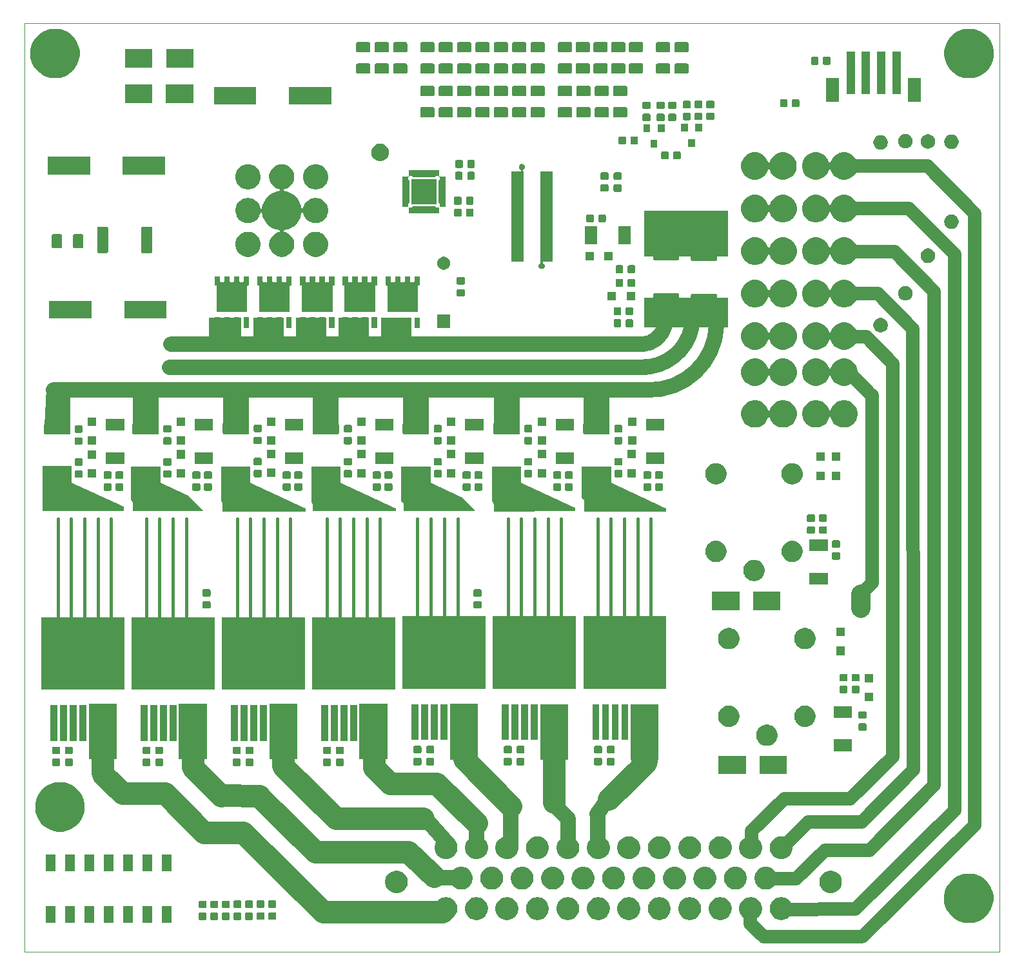
<source format=gbr>
%TF.GenerationSoftware,KiCad,Pcbnew,(5.1.5)-3*%
%TF.CreationDate,2020-08-22T18:50:51+02:00*%
%TF.ProjectId,AR20_PDM_v1,41523230-5f50-4444-9d5f-76312e6b6963,rev?*%
%TF.SameCoordinates,Original*%
%TF.FileFunction,Soldermask,Top*%
%TF.FilePolarity,Negative*%
%FSLAX46Y46*%
G04 Gerber Fmt 4.6, Leading zero omitted, Abs format (unit mm)*
G04 Created by KiCad (PCBNEW (5.1.5)-3) date 2020-08-22 18:50:51*
%MOMM*%
%LPD*%
G04 APERTURE LIST*
%ADD10C,0.100000*%
%ADD11C,1.750000*%
%ADD12C,0.400000*%
%ADD13C,3.500000*%
%ADD14C,3.000000*%
%ADD15C,2.000000*%
%ADD16C,2.500000*%
%ADD17C,0.050000*%
G04 APERTURE END LIST*
D10*
G36*
X126135000Y-56930000D02*
G01*
X115205000Y-56940000D01*
X115232500Y-50990000D01*
X126167500Y-50990000D01*
X126135000Y-56930000D01*
G37*
X126135000Y-56930000D02*
X115205000Y-56940000D01*
X115232500Y-50990000D01*
X126167500Y-50990000D01*
X126135000Y-56930000D01*
D11*
X141780000Y-71950000D02*
X145120000Y-75270000D01*
X142460000Y-67550000D02*
X144370000Y-67550000D01*
X145830000Y-61840000D02*
X141770000Y-61860000D01*
X130900000Y-146325000D02*
X143750000Y-146325000D01*
D12*
X109120000Y-91480000D02*
X109120000Y-104760000D01*
X114380000Y-91460000D02*
X114380000Y-104740000D01*
X116100000Y-91470000D02*
X116100000Y-104750000D01*
X110850000Y-91480000D02*
X110850000Y-104760000D01*
X112610000Y-91470000D02*
X112610000Y-104750000D01*
X97320000Y-91480000D02*
X97320000Y-104760000D01*
X102580000Y-91460000D02*
X102580000Y-104740000D01*
X104300000Y-91470000D02*
X104300000Y-104750000D01*
X99050000Y-91480000D02*
X99050000Y-104760000D01*
X100810000Y-91470000D02*
X100810000Y-104750000D01*
X85450000Y-91480000D02*
X85450000Y-104760000D01*
X90710000Y-91460000D02*
X90710000Y-104740000D01*
X87180000Y-91480000D02*
X87180000Y-104760000D01*
X88940000Y-91470000D02*
X88940000Y-104750000D01*
X61780000Y-91480000D02*
X61780000Y-104760000D01*
X67040000Y-91460000D02*
X67040000Y-104740000D01*
X68760000Y-91470000D02*
X68760000Y-104750000D01*
X63510000Y-91480000D02*
X63510000Y-104760000D01*
X65270000Y-91470000D02*
X65270000Y-104750000D01*
X73560000Y-91480000D02*
X73560000Y-104760000D01*
X78820000Y-91460000D02*
X78820000Y-104740000D01*
X80540000Y-91470000D02*
X80540000Y-104750000D01*
X75290000Y-91480000D02*
X75290000Y-104760000D01*
X77050000Y-91470000D02*
X77050000Y-104750000D01*
X49840000Y-91480000D02*
X49840000Y-104760000D01*
X55100000Y-91460000D02*
X55100000Y-104740000D01*
X51570000Y-91480000D02*
X51570000Y-104760000D01*
X53330000Y-91470000D02*
X53330000Y-104750000D01*
X45200000Y-91470000D02*
X45200000Y-104750000D01*
X43480000Y-91460000D02*
X43480000Y-104740000D01*
X41710000Y-91470000D02*
X41710000Y-104750000D01*
X39950000Y-91480000D02*
X39950000Y-104760000D01*
X38220000Y-91480000D02*
X38220000Y-104760000D01*
D10*
G36*
X51600000Y-86720000D02*
G01*
X55290000Y-88450000D01*
X57230000Y-90400000D01*
X48102500Y-90400000D01*
X48101250Y-89250000D01*
X47838750Y-88890000D01*
X47840000Y-84580000D01*
X51600000Y-84580000D01*
X51600000Y-86720000D01*
G37*
X51600000Y-86720000D02*
X55290000Y-88450000D01*
X57230000Y-90400000D01*
X48102500Y-90400000D01*
X48101250Y-89250000D01*
X47838750Y-88890000D01*
X47840000Y-84580000D01*
X51600000Y-84580000D01*
X51600000Y-86720000D01*
G36*
X39950000Y-86700000D02*
G01*
X46780000Y-89900000D01*
X46780000Y-90370000D01*
X36190000Y-90370000D01*
X36190000Y-84550000D01*
X39950000Y-84550000D01*
X39950000Y-86700000D01*
G37*
X39950000Y-86700000D02*
X46780000Y-89900000D01*
X46780000Y-90370000D01*
X36190000Y-90370000D01*
X36190000Y-84550000D01*
X39950000Y-84550000D01*
X39950000Y-86700000D01*
G36*
X75280000Y-86730000D02*
G01*
X82520000Y-90080000D01*
X82520000Y-90400000D01*
X71730000Y-90400000D01*
X71730000Y-89510000D01*
X71520000Y-89150000D01*
X71520000Y-84580000D01*
X75280000Y-84580000D01*
X75280000Y-86730000D01*
G37*
X75280000Y-86730000D02*
X82520000Y-90080000D01*
X82520000Y-90400000D01*
X71730000Y-90400000D01*
X71730000Y-89510000D01*
X71520000Y-89150000D01*
X71520000Y-84580000D01*
X75280000Y-84580000D01*
X75280000Y-86730000D01*
G36*
X87080000Y-86730000D02*
G01*
X91270000Y-88700000D01*
X92850000Y-90310000D01*
X92850000Y-90410000D01*
X83670000Y-90410000D01*
X83665000Y-89430000D01*
X83315000Y-89070000D01*
X83320000Y-84590000D01*
X87080000Y-84590000D01*
X87080000Y-86730000D01*
G37*
X87080000Y-86730000D02*
X91270000Y-88700000D01*
X92850000Y-90310000D01*
X92850000Y-90410000D01*
X83670000Y-90410000D01*
X83665000Y-89430000D01*
X83315000Y-89070000D01*
X83320000Y-84590000D01*
X87080000Y-84590000D01*
X87080000Y-86730000D01*
G36*
X63430000Y-86750000D02*
G01*
X70670000Y-90100000D01*
X70670000Y-90420000D01*
X59880000Y-90420000D01*
X59880000Y-89380000D01*
X59670000Y-89020000D01*
X59670000Y-84600000D01*
X63430000Y-84600000D01*
X63430000Y-86750000D01*
G37*
X63430000Y-86750000D02*
X70670000Y-90100000D01*
X70670000Y-90420000D01*
X59880000Y-90420000D01*
X59880000Y-89380000D01*
X59670000Y-89020000D01*
X59670000Y-84600000D01*
X63430000Y-84600000D01*
X63430000Y-86750000D01*
D11*
X129125000Y-144600000D02*
X130875000Y-146325000D01*
X129175000Y-142700000D02*
X129125000Y-144650000D01*
X133150000Y-142750000D02*
X142825000Y-142725000D01*
X135100000Y-138675000D02*
X138950000Y-134950000D01*
X131225000Y-138700000D02*
X135100000Y-138700000D01*
X133225000Y-134725000D02*
X136700000Y-131250000D01*
D13*
X115225000Y-121125000D02*
X115175000Y-123275000D01*
D14*
X73025000Y-143075000D02*
X88725000Y-143075000D01*
X62575000Y-132725000D02*
X73075000Y-143125000D01*
X57425000Y-132700000D02*
X62575000Y-132725000D01*
X52300000Y-127525000D02*
X57300000Y-132650000D01*
X46775000Y-127525000D02*
X52275000Y-127525000D01*
X44175000Y-125100000D02*
X46750000Y-127525000D01*
X44100000Y-120150000D02*
X44100000Y-124850000D01*
D15*
X87650000Y-138600000D02*
X91275000Y-138600000D01*
D14*
X84200000Y-135275000D02*
X87650000Y-138500000D01*
X72025000Y-135200000D02*
X84200000Y-135250000D01*
X64650000Y-127925000D02*
X71950000Y-135175000D01*
X59825000Y-127825000D02*
X64650000Y-127900000D01*
X56000000Y-124250000D02*
X59675000Y-127850000D01*
X55925000Y-121775000D02*
X55925000Y-124100000D01*
D15*
X86175000Y-130475000D02*
X89625000Y-134425000D01*
D14*
X74800000Y-130850000D02*
X86150000Y-130850000D01*
X67925000Y-124075000D02*
X74725000Y-130825000D01*
X67800000Y-121775000D02*
X67800000Y-123875000D01*
D15*
X93225000Y-131475000D02*
X93225000Y-134725000D01*
D14*
X87925000Y-126225000D02*
X93175000Y-131450000D01*
X81850000Y-126225000D02*
X87775000Y-126225000D01*
X79750000Y-124175000D02*
X81875000Y-126250000D01*
X79725000Y-121650000D02*
X79725000Y-124150000D01*
D15*
X97650000Y-129225000D02*
X97650000Y-134475000D01*
D14*
X91575000Y-123050000D02*
X97650000Y-129225000D01*
D15*
X105225000Y-130850000D02*
X105225000Y-134725000D01*
X103300000Y-128975000D02*
X105225000Y-130875000D01*
D14*
X103375000Y-122725000D02*
X103375000Y-128725000D01*
D15*
X109050000Y-130275000D02*
X110225000Y-128625000D01*
X109075000Y-130200000D02*
X109075000Y-134300000D01*
D14*
X115350000Y-123525000D02*
X110525000Y-128325000D01*
D10*
G36*
X45850000Y-123000000D02*
G01*
X42275000Y-123000000D01*
X42275000Y-115775000D01*
X45850000Y-115775000D01*
X45850000Y-123000000D01*
G37*
X45850000Y-123000000D02*
X42275000Y-123000000D01*
X42275000Y-115775000D01*
X45850000Y-115775000D01*
X45850000Y-123000000D01*
G36*
X57700000Y-123000000D02*
G01*
X54125000Y-123000000D01*
X54125000Y-115775000D01*
X57700000Y-115775000D01*
X57700000Y-123000000D01*
G37*
X57700000Y-123000000D02*
X54125000Y-123000000D01*
X54125000Y-115775000D01*
X57700000Y-115775000D01*
X57700000Y-123000000D01*
G36*
X69575000Y-123000000D02*
G01*
X66000000Y-123000000D01*
X66000000Y-115775000D01*
X69575000Y-115775000D01*
X69575000Y-123000000D01*
G37*
X69575000Y-123000000D02*
X66000000Y-123000000D01*
X66000000Y-115775000D01*
X69575000Y-115775000D01*
X69575000Y-123000000D01*
G36*
X81400000Y-123000000D02*
G01*
X77825000Y-123000000D01*
X77825000Y-115775000D01*
X81400000Y-115775000D01*
X81400000Y-123000000D01*
G37*
X81400000Y-123000000D02*
X77825000Y-123000000D01*
X77825000Y-115775000D01*
X81400000Y-115775000D01*
X81400000Y-123000000D01*
G36*
X93275000Y-123025000D02*
G01*
X89700000Y-123025000D01*
X89700000Y-115800000D01*
X93275000Y-115800000D01*
X93275000Y-123025000D01*
G37*
X93275000Y-123025000D02*
X89700000Y-123025000D01*
X89700000Y-115800000D01*
X93275000Y-115800000D01*
X93275000Y-123025000D01*
G36*
X105125000Y-123075000D02*
G01*
X101550000Y-123075000D01*
X101550000Y-115850000D01*
X105125000Y-115850000D01*
X105125000Y-123075000D01*
G37*
X105125000Y-123075000D02*
X101550000Y-123075000D01*
X101550000Y-115850000D01*
X105125000Y-115850000D01*
X105125000Y-123075000D01*
G36*
X116975000Y-123075000D02*
G01*
X113400000Y-123075000D01*
X113400000Y-115850000D01*
X116975000Y-115850000D01*
X116975000Y-123075000D01*
G37*
X116975000Y-123075000D02*
X113400000Y-123075000D01*
X113400000Y-115850000D01*
X116975000Y-115850000D01*
X116975000Y-123075000D01*
D11*
X145825000Y-61850000D02*
X150475000Y-66475000D01*
D16*
X143650000Y-103275000D02*
X143625000Y-101350000D01*
D11*
X143650000Y-101250000D02*
X145075000Y-99850000D01*
X158600000Y-131700000D02*
X143925000Y-146275000D01*
X152350000Y-45075000D02*
X158575000Y-51350000D01*
X142640000Y-50700000D02*
X149925000Y-50675000D01*
X158575000Y-51400000D02*
X158600000Y-131700000D01*
X155875000Y-129800000D02*
X142900000Y-142700000D01*
X149950000Y-50675000D02*
X155900000Y-56650000D01*
X142230000Y-45060000D02*
X152375000Y-45100000D01*
X153150000Y-126550000D02*
X144750000Y-135000000D01*
X153225000Y-61600000D02*
X153225000Y-126475000D01*
X148075000Y-56300000D02*
X153225000Y-61575000D01*
X150475000Y-124475000D02*
X143725000Y-131225000D01*
X150475000Y-66475000D02*
X150500000Y-124400000D01*
X143725000Y-131250000D02*
X136750000Y-131250000D01*
X129225000Y-132475000D02*
X129225000Y-134700000D01*
X142225000Y-128250000D02*
X133600000Y-128250000D01*
X147825000Y-122700000D02*
X142250000Y-128225000D01*
X144360000Y-67530000D02*
X147810000Y-71040000D01*
X147800000Y-71225000D02*
X147800000Y-122475000D01*
X133625000Y-128225000D02*
X129225000Y-132475000D01*
X155925000Y-56725000D02*
X155900000Y-129700000D01*
X144750000Y-135000000D02*
X138950000Y-134975000D01*
X141340000Y-56300000D02*
X148030000Y-56300000D01*
D10*
G36*
X110575000Y-80275000D02*
G01*
X107275000Y-80275000D01*
X107275000Y-75500000D01*
X110575000Y-75500000D01*
X110575000Y-80275000D01*
G37*
X110575000Y-80275000D02*
X107275000Y-80275000D01*
X107275000Y-75500000D01*
X110575000Y-75500000D01*
X110575000Y-80275000D01*
G36*
X98750000Y-80275000D02*
G01*
X95450000Y-80275000D01*
X95450000Y-75425000D01*
X98750000Y-75425000D01*
X98750000Y-80275000D01*
G37*
X98750000Y-80275000D02*
X95450000Y-80275000D01*
X95450000Y-75425000D01*
X98750000Y-75425000D01*
X98750000Y-80275000D01*
G36*
X86875000Y-80275000D02*
G01*
X83575000Y-80275000D01*
X83575000Y-75500000D01*
X86875000Y-75500000D01*
X86875000Y-80275000D01*
G37*
X86875000Y-80275000D02*
X83575000Y-80275000D01*
X83575000Y-75500000D01*
X86875000Y-75500000D01*
X86875000Y-80275000D01*
G36*
X75025000Y-80275000D02*
G01*
X71725000Y-80275000D01*
X71725000Y-75550000D01*
X75025000Y-75550000D01*
X75025000Y-80275000D01*
G37*
X75025000Y-80275000D02*
X71725000Y-80275000D01*
X71725000Y-75550000D01*
X75025000Y-75550000D01*
X75025000Y-80275000D01*
G36*
X63200000Y-80275000D02*
G01*
X59900000Y-80275000D01*
X59900000Y-75450000D01*
X63200000Y-75450000D01*
X63200000Y-80275000D01*
G37*
X63200000Y-80275000D02*
X59900000Y-80275000D01*
X59900000Y-75450000D01*
X63200000Y-75450000D01*
X63200000Y-80275000D01*
G36*
X51350000Y-80275000D02*
G01*
X48050000Y-80275000D01*
X48050000Y-75325000D01*
X51350000Y-75325000D01*
X51350000Y-80275000D01*
G37*
X51350000Y-80275000D02*
X48050000Y-80275000D01*
X48050000Y-75325000D01*
X51350000Y-75325000D01*
X51350000Y-80275000D01*
G36*
X39775000Y-80300000D02*
G01*
X36475000Y-80300000D01*
X36475000Y-79250000D01*
X36725000Y-74450000D01*
X39775000Y-74450000D01*
X39775000Y-80300000D01*
G37*
X39775000Y-80300000D02*
X36475000Y-80300000D01*
X36475000Y-79250000D01*
X36725000Y-74450000D01*
X39775000Y-74450000D01*
X39775000Y-80300000D01*
D11*
X145100000Y-99825000D02*
X145100000Y-75250000D01*
D10*
G36*
X126160000Y-66240000D02*
G01*
X115230000Y-66250000D01*
X115230000Y-62440000D01*
X126165000Y-62440000D01*
X126160000Y-66240000D01*
G37*
X126160000Y-66240000D02*
X115230000Y-66250000D01*
X115230000Y-62440000D01*
X126165000Y-62440000D01*
X126160000Y-66240000D01*
G36*
X84580000Y-67640000D02*
G01*
X80700000Y-67640000D01*
X80700000Y-65060000D01*
X84580000Y-65060000D01*
X84580000Y-67640000D01*
G37*
X84580000Y-67640000D02*
X80700000Y-67640000D01*
X80700000Y-65060000D01*
X84580000Y-65060000D01*
X84580000Y-67640000D01*
G36*
X78982500Y-67705000D02*
G01*
X75080000Y-67670000D01*
X75087500Y-65060000D01*
X78980000Y-65055000D01*
X78982500Y-67705000D01*
G37*
X78982500Y-67705000D02*
X75080000Y-67670000D01*
X75087500Y-65060000D01*
X78980000Y-65055000D01*
X78982500Y-67705000D01*
G36*
X73380000Y-67992500D02*
G01*
X69500000Y-68007500D01*
X69500000Y-65075000D01*
X73380000Y-65060000D01*
X73380000Y-67992500D01*
G37*
X73380000Y-67992500D02*
X69500000Y-68007500D01*
X69500000Y-65075000D01*
X73380000Y-65060000D01*
X73380000Y-67992500D01*
G36*
X67780000Y-67740000D02*
G01*
X63900000Y-67740000D01*
X63900000Y-65060000D01*
X67780000Y-65060000D01*
X67780000Y-67740000D01*
G37*
X67780000Y-67740000D02*
X63900000Y-67740000D01*
X63900000Y-65060000D01*
X67780000Y-65060000D01*
X67780000Y-67740000D01*
G36*
X62180000Y-67600000D02*
G01*
X58030000Y-67600000D01*
X58030000Y-65060000D01*
X62180000Y-65060000D01*
X62180000Y-67600000D01*
G37*
X62180000Y-67600000D02*
X58030000Y-67600000D01*
X58030000Y-65060000D01*
X62180000Y-65060000D01*
X62180000Y-67600000D01*
D15*
X124712888Y-66000083D02*
G75*
G02X115670000Y-74550000I-8802021J252428D01*
G01*
X121447940Y-66289580D02*
G75*
G02X114885145Y-71546321I-6436730J1310914D01*
G01*
X37650000Y-74550000D02*
X115590000Y-74550000D01*
X52900000Y-71550000D02*
X115360000Y-71540000D01*
X117897263Y-66189237D02*
G75*
G02X114980000Y-68550000I-3117263J869237D01*
G01*
X53100000Y-68550000D02*
X114830000Y-68550000D01*
D10*
G36*
X98950000Y-86760000D02*
G01*
X106080000Y-90070000D01*
X106080000Y-90390000D01*
X95520000Y-90430000D01*
X95520000Y-89480000D01*
X95190000Y-89120000D01*
X95190000Y-84610000D01*
X98950000Y-84610000D01*
X98950000Y-86760000D01*
G37*
X98950000Y-86760000D02*
X106080000Y-90070000D01*
X106080000Y-90390000D01*
X95520000Y-90430000D01*
X95520000Y-89480000D01*
X95190000Y-89120000D01*
X95190000Y-84610000D01*
X98950000Y-84610000D01*
X98950000Y-86760000D01*
G36*
X110790000Y-86750000D02*
G01*
X118030000Y-90110000D01*
X118030000Y-90430000D01*
X107370000Y-90430000D01*
X107370000Y-89010000D01*
X107030000Y-88650000D01*
X107030000Y-84610000D01*
X110790000Y-84610000D01*
X110790000Y-86750000D01*
G37*
X110790000Y-86750000D02*
X118030000Y-90110000D01*
X118030000Y-90430000D01*
X107370000Y-90430000D01*
X107370000Y-89010000D01*
X107030000Y-88650000D01*
X107030000Y-84610000D01*
X110790000Y-84610000D01*
X110790000Y-86750000D01*
D17*
X161857400Y-26337000D02*
X33857000Y-26337000D01*
X33857000Y-148336000D02*
X33857000Y-26337000D01*
X161857400Y-148336000D02*
X33857000Y-148336000D01*
X161857400Y-148336000D02*
X161857400Y-26337000D01*
D10*
G36*
X158462239Y-138147467D02*
G01*
X158776282Y-138209934D01*
X159367926Y-138455001D01*
X159900392Y-138810784D01*
X160353216Y-139263608D01*
X160708999Y-139796074D01*
X160954066Y-140387718D01*
X160996944Y-140603279D01*
X161079000Y-141015803D01*
X161079000Y-141656197D01*
X161048327Y-141810399D01*
X160954066Y-142284282D01*
X160708999Y-142875926D01*
X160429042Y-143294910D01*
X160360228Y-143397899D01*
X160353216Y-143408392D01*
X159900392Y-143861216D01*
X159367926Y-144216999D01*
X158776282Y-144462066D01*
X158462239Y-144524533D01*
X158148197Y-144587000D01*
X157507803Y-144587000D01*
X157193761Y-144524533D01*
X156879718Y-144462066D01*
X156288074Y-144216999D01*
X155755608Y-143861216D01*
X155302784Y-143408392D01*
X155295773Y-143397899D01*
X155226958Y-143294910D01*
X154947001Y-142875926D01*
X154701934Y-142284282D01*
X154607673Y-141810399D01*
X154577000Y-141656197D01*
X154577000Y-141015803D01*
X154659056Y-140603279D01*
X154701934Y-140387718D01*
X154947001Y-139796074D01*
X155302784Y-139263608D01*
X155755608Y-138810784D01*
X156288074Y-138455001D01*
X156879718Y-138209934D01*
X157193761Y-138147467D01*
X157507803Y-138085000D01*
X158148197Y-138085000D01*
X158462239Y-138147467D01*
G37*
G36*
X53121000Y-144576000D02*
G01*
X51919000Y-144576000D01*
X51919000Y-142374000D01*
X53121000Y-142374000D01*
X53121000Y-144576000D01*
G37*
G36*
X50581000Y-144576000D02*
G01*
X49379000Y-144576000D01*
X49379000Y-142374000D01*
X50581000Y-142374000D01*
X50581000Y-144576000D01*
G37*
G36*
X48041000Y-144576000D02*
G01*
X46839000Y-144576000D01*
X46839000Y-142374000D01*
X48041000Y-142374000D01*
X48041000Y-144576000D01*
G37*
G36*
X45501000Y-144576000D02*
G01*
X44299000Y-144576000D01*
X44299000Y-142374000D01*
X45501000Y-142374000D01*
X45501000Y-144576000D01*
G37*
G36*
X42961000Y-144576000D02*
G01*
X41759000Y-144576000D01*
X41759000Y-142374000D01*
X42961000Y-142374000D01*
X42961000Y-144576000D01*
G37*
G36*
X40421000Y-144576000D02*
G01*
X39219000Y-144576000D01*
X39219000Y-142374000D01*
X40421000Y-142374000D01*
X40421000Y-144576000D01*
G37*
G36*
X37881000Y-144576000D02*
G01*
X36679000Y-144576000D01*
X36679000Y-142374000D01*
X37881000Y-142374000D01*
X37881000Y-144576000D01*
G37*
G36*
X57606591Y-143217885D02*
G01*
X57640569Y-143228193D01*
X57671890Y-143244934D01*
X57699339Y-143267461D01*
X57721866Y-143294910D01*
X57738607Y-143326231D01*
X57748915Y-143360209D01*
X57753000Y-143401690D01*
X57753000Y-144002910D01*
X57748915Y-144044391D01*
X57738607Y-144078369D01*
X57721866Y-144109690D01*
X57699339Y-144137139D01*
X57671890Y-144159666D01*
X57640569Y-144176407D01*
X57606591Y-144186715D01*
X57565110Y-144190800D01*
X56888890Y-144190800D01*
X56847409Y-144186715D01*
X56813431Y-144176407D01*
X56782110Y-144159666D01*
X56754661Y-144137139D01*
X56732134Y-144109690D01*
X56715393Y-144078369D01*
X56705085Y-144044391D01*
X56701000Y-144002910D01*
X56701000Y-143401690D01*
X56705085Y-143360209D01*
X56715393Y-143326231D01*
X56732134Y-143294910D01*
X56754661Y-143267461D01*
X56782110Y-143244934D01*
X56813431Y-143228193D01*
X56847409Y-143217885D01*
X56888890Y-143213800D01*
X57565110Y-143213800D01*
X57606591Y-143217885D01*
G37*
G36*
X60656591Y-143217885D02*
G01*
X60690569Y-143228193D01*
X60721890Y-143244934D01*
X60749339Y-143267461D01*
X60771866Y-143294910D01*
X60788607Y-143326231D01*
X60798915Y-143360209D01*
X60803000Y-143401690D01*
X60803000Y-144002910D01*
X60798915Y-144044391D01*
X60788607Y-144078369D01*
X60771866Y-144109690D01*
X60749339Y-144137139D01*
X60721890Y-144159666D01*
X60690569Y-144176407D01*
X60656591Y-144186715D01*
X60615110Y-144190800D01*
X59938890Y-144190800D01*
X59897409Y-144186715D01*
X59863431Y-144176407D01*
X59832110Y-144159666D01*
X59804661Y-144137139D01*
X59782134Y-144109690D01*
X59765393Y-144078369D01*
X59755085Y-144044391D01*
X59751000Y-144002910D01*
X59751000Y-143401690D01*
X59755085Y-143360209D01*
X59765393Y-143326231D01*
X59782134Y-143294910D01*
X59804661Y-143267461D01*
X59832110Y-143244934D01*
X59863431Y-143228193D01*
X59897409Y-143217885D01*
X59938890Y-143213800D01*
X60615110Y-143213800D01*
X60656591Y-143217885D01*
G37*
G36*
X59131591Y-143217885D02*
G01*
X59165569Y-143228193D01*
X59196890Y-143244934D01*
X59224339Y-143267461D01*
X59246866Y-143294910D01*
X59263607Y-143326231D01*
X59273915Y-143360209D01*
X59278000Y-143401690D01*
X59278000Y-144002910D01*
X59273915Y-144044391D01*
X59263607Y-144078369D01*
X59246866Y-144109690D01*
X59224339Y-144137139D01*
X59196890Y-144159666D01*
X59165569Y-144176407D01*
X59131591Y-144186715D01*
X59090110Y-144190800D01*
X58413890Y-144190800D01*
X58372409Y-144186715D01*
X58338431Y-144176407D01*
X58307110Y-144159666D01*
X58279661Y-144137139D01*
X58257134Y-144109690D01*
X58240393Y-144078369D01*
X58230085Y-144044391D01*
X58226000Y-144002910D01*
X58226000Y-143401690D01*
X58230085Y-143360209D01*
X58240393Y-143326231D01*
X58257134Y-143294910D01*
X58279661Y-143267461D01*
X58307110Y-143244934D01*
X58338431Y-143228193D01*
X58372409Y-143217885D01*
X58413890Y-143213800D01*
X59090110Y-143213800D01*
X59131591Y-143217885D01*
G37*
G36*
X93478831Y-141211841D02*
G01*
X93623826Y-141240682D01*
X93736974Y-141287550D01*
X93896989Y-141353830D01*
X94019076Y-141435406D01*
X94142832Y-141518097D01*
X94351903Y-141727168D01*
X94391881Y-141787000D01*
X94516170Y-141973011D01*
X94629318Y-142246175D01*
X94687000Y-142536163D01*
X94687000Y-142831837D01*
X94678230Y-142875926D01*
X94629318Y-143121826D01*
X94595614Y-143203193D01*
X94516170Y-143394989D01*
X94507215Y-143408391D01*
X94351903Y-143640832D01*
X94142832Y-143849903D01*
X94125899Y-143861217D01*
X93896989Y-144014170D01*
X93741999Y-144078369D01*
X93623826Y-144127318D01*
X93502721Y-144151407D01*
X93333837Y-144185000D01*
X93038163Y-144185000D01*
X92869279Y-144151407D01*
X92748174Y-144127318D01*
X92630001Y-144078369D01*
X92475011Y-144014170D01*
X92246101Y-143861217D01*
X92229168Y-143849903D01*
X92020097Y-143640832D01*
X91864785Y-143408391D01*
X91855830Y-143394989D01*
X91776386Y-143203193D01*
X91742682Y-143121826D01*
X91693770Y-142875926D01*
X91685000Y-142831837D01*
X91685000Y-142536163D01*
X91742682Y-142246175D01*
X91855830Y-141973011D01*
X91980119Y-141787000D01*
X92020097Y-141727168D01*
X92229168Y-141518097D01*
X92352924Y-141435406D01*
X92475011Y-141353830D01*
X92635026Y-141287550D01*
X92748174Y-141240682D01*
X92893169Y-141211841D01*
X93038163Y-141183000D01*
X93333837Y-141183000D01*
X93478831Y-141211841D01*
G37*
G36*
X89478831Y-141211841D02*
G01*
X89623826Y-141240682D01*
X89736974Y-141287550D01*
X89896989Y-141353830D01*
X90019076Y-141435406D01*
X90142832Y-141518097D01*
X90351903Y-141727168D01*
X90391881Y-141787000D01*
X90516170Y-141973011D01*
X90629318Y-142246175D01*
X90687000Y-142536163D01*
X90687000Y-142831837D01*
X90678230Y-142875926D01*
X90629318Y-143121826D01*
X90595614Y-143203193D01*
X90516170Y-143394989D01*
X90507215Y-143408391D01*
X90351903Y-143640832D01*
X90142832Y-143849903D01*
X90125899Y-143861217D01*
X89896989Y-144014170D01*
X89741999Y-144078369D01*
X89623826Y-144127318D01*
X89502721Y-144151407D01*
X89333837Y-144185000D01*
X89038163Y-144185000D01*
X88869279Y-144151407D01*
X88748174Y-144127318D01*
X88630001Y-144078369D01*
X88475011Y-144014170D01*
X88246101Y-143861217D01*
X88229168Y-143849903D01*
X88020097Y-143640832D01*
X87864785Y-143408391D01*
X87855830Y-143394989D01*
X87776386Y-143203193D01*
X87742682Y-143121826D01*
X87693770Y-142875926D01*
X87685000Y-142831837D01*
X87685000Y-142536163D01*
X87742682Y-142246175D01*
X87855830Y-141973011D01*
X87980119Y-141787000D01*
X88020097Y-141727168D01*
X88229168Y-141518097D01*
X88352924Y-141435406D01*
X88475011Y-141353830D01*
X88635026Y-141287550D01*
X88748174Y-141240682D01*
X88893169Y-141211841D01*
X89038163Y-141183000D01*
X89333837Y-141183000D01*
X89478831Y-141211841D01*
G37*
G36*
X101478831Y-141211841D02*
G01*
X101623826Y-141240682D01*
X101736974Y-141287550D01*
X101896989Y-141353830D01*
X102019076Y-141435406D01*
X102142832Y-141518097D01*
X102351903Y-141727168D01*
X102391881Y-141787000D01*
X102516170Y-141973011D01*
X102629318Y-142246175D01*
X102687000Y-142536163D01*
X102687000Y-142831837D01*
X102678230Y-142875926D01*
X102629318Y-143121826D01*
X102595614Y-143203193D01*
X102516170Y-143394989D01*
X102507215Y-143408391D01*
X102351903Y-143640832D01*
X102142832Y-143849903D01*
X102125899Y-143861217D01*
X101896989Y-144014170D01*
X101741999Y-144078369D01*
X101623826Y-144127318D01*
X101502721Y-144151407D01*
X101333837Y-144185000D01*
X101038163Y-144185000D01*
X100869279Y-144151407D01*
X100748174Y-144127318D01*
X100630001Y-144078369D01*
X100475011Y-144014170D01*
X100246101Y-143861217D01*
X100229168Y-143849903D01*
X100020097Y-143640832D01*
X99864785Y-143408391D01*
X99855830Y-143394989D01*
X99776386Y-143203193D01*
X99742682Y-143121826D01*
X99693770Y-142875926D01*
X99685000Y-142831837D01*
X99685000Y-142536163D01*
X99742682Y-142246175D01*
X99855830Y-141973011D01*
X99980119Y-141787000D01*
X100020097Y-141727168D01*
X100229168Y-141518097D01*
X100352924Y-141435406D01*
X100475011Y-141353830D01*
X100635026Y-141287550D01*
X100748174Y-141240682D01*
X100893169Y-141211841D01*
X101038163Y-141183000D01*
X101333837Y-141183000D01*
X101478831Y-141211841D01*
G37*
G36*
X97478831Y-141211841D02*
G01*
X97623826Y-141240682D01*
X97736974Y-141287550D01*
X97896989Y-141353830D01*
X98019076Y-141435406D01*
X98142832Y-141518097D01*
X98351903Y-141727168D01*
X98391881Y-141787000D01*
X98516170Y-141973011D01*
X98629318Y-142246175D01*
X98687000Y-142536163D01*
X98687000Y-142831837D01*
X98678230Y-142875926D01*
X98629318Y-143121826D01*
X98595614Y-143203193D01*
X98516170Y-143394989D01*
X98507215Y-143408391D01*
X98351903Y-143640832D01*
X98142832Y-143849903D01*
X98125899Y-143861217D01*
X97896989Y-144014170D01*
X97741999Y-144078369D01*
X97623826Y-144127318D01*
X97502721Y-144151407D01*
X97333837Y-144185000D01*
X97038163Y-144185000D01*
X96869279Y-144151407D01*
X96748174Y-144127318D01*
X96630001Y-144078369D01*
X96475011Y-144014170D01*
X96246101Y-143861217D01*
X96229168Y-143849903D01*
X96020097Y-143640832D01*
X95864785Y-143408391D01*
X95855830Y-143394989D01*
X95776386Y-143203193D01*
X95742682Y-143121826D01*
X95693770Y-142875926D01*
X95685000Y-142831837D01*
X95685000Y-142536163D01*
X95742682Y-142246175D01*
X95855830Y-141973011D01*
X95980119Y-141787000D01*
X96020097Y-141727168D01*
X96229168Y-141518097D01*
X96352924Y-141435406D01*
X96475011Y-141353830D01*
X96635026Y-141287550D01*
X96748174Y-141240682D01*
X96893169Y-141211841D01*
X97038163Y-141183000D01*
X97333837Y-141183000D01*
X97478831Y-141211841D01*
G37*
G36*
X113478831Y-141211841D02*
G01*
X113623826Y-141240682D01*
X113736974Y-141287550D01*
X113896989Y-141353830D01*
X114019076Y-141435406D01*
X114142832Y-141518097D01*
X114351903Y-141727168D01*
X114391881Y-141787000D01*
X114516170Y-141973011D01*
X114629318Y-142246175D01*
X114687000Y-142536163D01*
X114687000Y-142831837D01*
X114678230Y-142875926D01*
X114629318Y-143121826D01*
X114595614Y-143203193D01*
X114516170Y-143394989D01*
X114507215Y-143408391D01*
X114351903Y-143640832D01*
X114142832Y-143849903D01*
X114125899Y-143861217D01*
X113896989Y-144014170D01*
X113741999Y-144078369D01*
X113623826Y-144127318D01*
X113502721Y-144151407D01*
X113333837Y-144185000D01*
X113038163Y-144185000D01*
X112869279Y-144151407D01*
X112748174Y-144127318D01*
X112630001Y-144078369D01*
X112475011Y-144014170D01*
X112246101Y-143861217D01*
X112229168Y-143849903D01*
X112020097Y-143640832D01*
X111864785Y-143408391D01*
X111855830Y-143394989D01*
X111776386Y-143203193D01*
X111742682Y-143121826D01*
X111693770Y-142875926D01*
X111685000Y-142831837D01*
X111685000Y-142536163D01*
X111742682Y-142246175D01*
X111855830Y-141973011D01*
X111980119Y-141787000D01*
X112020097Y-141727168D01*
X112229168Y-141518097D01*
X112352924Y-141435406D01*
X112475011Y-141353830D01*
X112635026Y-141287550D01*
X112748174Y-141240682D01*
X112893169Y-141211841D01*
X113038163Y-141183000D01*
X113333837Y-141183000D01*
X113478831Y-141211841D01*
G37*
G36*
X105478831Y-141211841D02*
G01*
X105623826Y-141240682D01*
X105736974Y-141287550D01*
X105896989Y-141353830D01*
X106019076Y-141435406D01*
X106142832Y-141518097D01*
X106351903Y-141727168D01*
X106391881Y-141787000D01*
X106516170Y-141973011D01*
X106629318Y-142246175D01*
X106687000Y-142536163D01*
X106687000Y-142831837D01*
X106678230Y-142875926D01*
X106629318Y-143121826D01*
X106595614Y-143203193D01*
X106516170Y-143394989D01*
X106507215Y-143408391D01*
X106351903Y-143640832D01*
X106142832Y-143849903D01*
X106125899Y-143861217D01*
X105896989Y-144014170D01*
X105741999Y-144078369D01*
X105623826Y-144127318D01*
X105502721Y-144151407D01*
X105333837Y-144185000D01*
X105038163Y-144185000D01*
X104869279Y-144151407D01*
X104748174Y-144127318D01*
X104630001Y-144078369D01*
X104475011Y-144014170D01*
X104246101Y-143861217D01*
X104229168Y-143849903D01*
X104020097Y-143640832D01*
X103864785Y-143408391D01*
X103855830Y-143394989D01*
X103776386Y-143203193D01*
X103742682Y-143121826D01*
X103693770Y-142875926D01*
X103685000Y-142831837D01*
X103685000Y-142536163D01*
X103742682Y-142246175D01*
X103855830Y-141973011D01*
X103980119Y-141787000D01*
X104020097Y-141727168D01*
X104229168Y-141518097D01*
X104352924Y-141435406D01*
X104475011Y-141353830D01*
X104635026Y-141287550D01*
X104748174Y-141240682D01*
X104893169Y-141211841D01*
X105038163Y-141183000D01*
X105333837Y-141183000D01*
X105478831Y-141211841D01*
G37*
G36*
X117478831Y-141211841D02*
G01*
X117623826Y-141240682D01*
X117736974Y-141287550D01*
X117896989Y-141353830D01*
X118019076Y-141435406D01*
X118142832Y-141518097D01*
X118351903Y-141727168D01*
X118391881Y-141787000D01*
X118516170Y-141973011D01*
X118629318Y-142246175D01*
X118687000Y-142536163D01*
X118687000Y-142831837D01*
X118678230Y-142875926D01*
X118629318Y-143121826D01*
X118595614Y-143203193D01*
X118516170Y-143394989D01*
X118507215Y-143408391D01*
X118351903Y-143640832D01*
X118142832Y-143849903D01*
X118125899Y-143861217D01*
X117896989Y-144014170D01*
X117741999Y-144078369D01*
X117623826Y-144127318D01*
X117502721Y-144151407D01*
X117333837Y-144185000D01*
X117038163Y-144185000D01*
X116869279Y-144151407D01*
X116748174Y-144127318D01*
X116630001Y-144078369D01*
X116475011Y-144014170D01*
X116246101Y-143861217D01*
X116229168Y-143849903D01*
X116020097Y-143640832D01*
X115864785Y-143408391D01*
X115855830Y-143394989D01*
X115776386Y-143203193D01*
X115742682Y-143121826D01*
X115693770Y-142875926D01*
X115685000Y-142831837D01*
X115685000Y-142536163D01*
X115742682Y-142246175D01*
X115855830Y-141973011D01*
X115980119Y-141787000D01*
X116020097Y-141727168D01*
X116229168Y-141518097D01*
X116352924Y-141435406D01*
X116475011Y-141353830D01*
X116635026Y-141287550D01*
X116748174Y-141240682D01*
X116893169Y-141211841D01*
X117038163Y-141183000D01*
X117333837Y-141183000D01*
X117478831Y-141211841D01*
G37*
G36*
X121478831Y-141211841D02*
G01*
X121623826Y-141240682D01*
X121736974Y-141287550D01*
X121896989Y-141353830D01*
X122019076Y-141435406D01*
X122142832Y-141518097D01*
X122351903Y-141727168D01*
X122391881Y-141787000D01*
X122516170Y-141973011D01*
X122629318Y-142246175D01*
X122687000Y-142536163D01*
X122687000Y-142831837D01*
X122678230Y-142875926D01*
X122629318Y-143121826D01*
X122595614Y-143203193D01*
X122516170Y-143394989D01*
X122507215Y-143408391D01*
X122351903Y-143640832D01*
X122142832Y-143849903D01*
X122125899Y-143861217D01*
X121896989Y-144014170D01*
X121741999Y-144078369D01*
X121623826Y-144127318D01*
X121502721Y-144151407D01*
X121333837Y-144185000D01*
X121038163Y-144185000D01*
X120869279Y-144151407D01*
X120748174Y-144127318D01*
X120630001Y-144078369D01*
X120475011Y-144014170D01*
X120246101Y-143861217D01*
X120229168Y-143849903D01*
X120020097Y-143640832D01*
X119864785Y-143408391D01*
X119855830Y-143394989D01*
X119776386Y-143203193D01*
X119742682Y-143121826D01*
X119693770Y-142875926D01*
X119685000Y-142831837D01*
X119685000Y-142536163D01*
X119742682Y-142246175D01*
X119855830Y-141973011D01*
X119980119Y-141787000D01*
X120020097Y-141727168D01*
X120229168Y-141518097D01*
X120352924Y-141435406D01*
X120475011Y-141353830D01*
X120635026Y-141287550D01*
X120748174Y-141240682D01*
X120893169Y-141211841D01*
X121038163Y-141183000D01*
X121333837Y-141183000D01*
X121478831Y-141211841D01*
G37*
G36*
X125478831Y-141211841D02*
G01*
X125623826Y-141240682D01*
X125736974Y-141287550D01*
X125896989Y-141353830D01*
X126019076Y-141435406D01*
X126142832Y-141518097D01*
X126351903Y-141727168D01*
X126391881Y-141787000D01*
X126516170Y-141973011D01*
X126629318Y-142246175D01*
X126687000Y-142536163D01*
X126687000Y-142831837D01*
X126678230Y-142875926D01*
X126629318Y-143121826D01*
X126595614Y-143203193D01*
X126516170Y-143394989D01*
X126507215Y-143408391D01*
X126351903Y-143640832D01*
X126142832Y-143849903D01*
X126125899Y-143861217D01*
X125896989Y-144014170D01*
X125741999Y-144078369D01*
X125623826Y-144127318D01*
X125502721Y-144151407D01*
X125333837Y-144185000D01*
X125038163Y-144185000D01*
X124869279Y-144151407D01*
X124748174Y-144127318D01*
X124630001Y-144078369D01*
X124475011Y-144014170D01*
X124246101Y-143861217D01*
X124229168Y-143849903D01*
X124020097Y-143640832D01*
X123864785Y-143408391D01*
X123855830Y-143394989D01*
X123776386Y-143203193D01*
X123742682Y-143121826D01*
X123693770Y-142875926D01*
X123685000Y-142831837D01*
X123685000Y-142536163D01*
X123742682Y-142246175D01*
X123855830Y-141973011D01*
X123980119Y-141787000D01*
X124020097Y-141727168D01*
X124229168Y-141518097D01*
X124352924Y-141435406D01*
X124475011Y-141353830D01*
X124635026Y-141287550D01*
X124748174Y-141240682D01*
X124893169Y-141211841D01*
X125038163Y-141183000D01*
X125333837Y-141183000D01*
X125478831Y-141211841D01*
G37*
G36*
X133478831Y-141211841D02*
G01*
X133623826Y-141240682D01*
X133736974Y-141287550D01*
X133896989Y-141353830D01*
X134019076Y-141435406D01*
X134142832Y-141518097D01*
X134351903Y-141727168D01*
X134391881Y-141787000D01*
X134516170Y-141973011D01*
X134629318Y-142246175D01*
X134687000Y-142536163D01*
X134687000Y-142831837D01*
X134678230Y-142875926D01*
X134629318Y-143121826D01*
X134595614Y-143203193D01*
X134516170Y-143394989D01*
X134507215Y-143408391D01*
X134351903Y-143640832D01*
X134142832Y-143849903D01*
X134125899Y-143861217D01*
X133896989Y-144014170D01*
X133741999Y-144078369D01*
X133623826Y-144127318D01*
X133502721Y-144151407D01*
X133333837Y-144185000D01*
X133038163Y-144185000D01*
X132869279Y-144151407D01*
X132748174Y-144127318D01*
X132630001Y-144078369D01*
X132475011Y-144014170D01*
X132246101Y-143861217D01*
X132229168Y-143849903D01*
X132020097Y-143640832D01*
X131864785Y-143408391D01*
X131855830Y-143394989D01*
X131776386Y-143203193D01*
X131742682Y-143121826D01*
X131693770Y-142875926D01*
X131685000Y-142831837D01*
X131685000Y-142536163D01*
X131742682Y-142246175D01*
X131855830Y-141973011D01*
X131980119Y-141787000D01*
X132020097Y-141727168D01*
X132229168Y-141518097D01*
X132352924Y-141435406D01*
X132475011Y-141353830D01*
X132635026Y-141287550D01*
X132748174Y-141240682D01*
X132893169Y-141211841D01*
X133038163Y-141183000D01*
X133333837Y-141183000D01*
X133478831Y-141211841D01*
G37*
G36*
X129478831Y-141211841D02*
G01*
X129623826Y-141240682D01*
X129736974Y-141287550D01*
X129896989Y-141353830D01*
X130019076Y-141435406D01*
X130142832Y-141518097D01*
X130351903Y-141727168D01*
X130391881Y-141787000D01*
X130516170Y-141973011D01*
X130629318Y-142246175D01*
X130687000Y-142536163D01*
X130687000Y-142831837D01*
X130678230Y-142875926D01*
X130629318Y-143121826D01*
X130595614Y-143203193D01*
X130516170Y-143394989D01*
X130507215Y-143408391D01*
X130351903Y-143640832D01*
X130142832Y-143849903D01*
X130125899Y-143861217D01*
X129896989Y-144014170D01*
X129741999Y-144078369D01*
X129623826Y-144127318D01*
X129502721Y-144151407D01*
X129333837Y-144185000D01*
X129038163Y-144185000D01*
X128869279Y-144151407D01*
X128748174Y-144127318D01*
X128630001Y-144078369D01*
X128475011Y-144014170D01*
X128246101Y-143861217D01*
X128229168Y-143849903D01*
X128020097Y-143640832D01*
X127864785Y-143408391D01*
X127855830Y-143394989D01*
X127776386Y-143203193D01*
X127742682Y-143121826D01*
X127693770Y-142875926D01*
X127685000Y-142831837D01*
X127685000Y-142536163D01*
X127742682Y-142246175D01*
X127855830Y-141973011D01*
X127980119Y-141787000D01*
X128020097Y-141727168D01*
X128229168Y-141518097D01*
X128352924Y-141435406D01*
X128475011Y-141353830D01*
X128635026Y-141287550D01*
X128748174Y-141240682D01*
X128893169Y-141211841D01*
X129038163Y-141183000D01*
X129333837Y-141183000D01*
X129478831Y-141211841D01*
G37*
G36*
X109478831Y-141211841D02*
G01*
X109623826Y-141240682D01*
X109736974Y-141287550D01*
X109896989Y-141353830D01*
X110019076Y-141435406D01*
X110142832Y-141518097D01*
X110351903Y-141727168D01*
X110391881Y-141787000D01*
X110516170Y-141973011D01*
X110629318Y-142246175D01*
X110687000Y-142536163D01*
X110687000Y-142831837D01*
X110678230Y-142875926D01*
X110629318Y-143121826D01*
X110595614Y-143203193D01*
X110516170Y-143394989D01*
X110507215Y-143408391D01*
X110351903Y-143640832D01*
X110142832Y-143849903D01*
X110125899Y-143861217D01*
X109896989Y-144014170D01*
X109741999Y-144078369D01*
X109623826Y-144127318D01*
X109502721Y-144151407D01*
X109333837Y-144185000D01*
X109038163Y-144185000D01*
X108869279Y-144151407D01*
X108748174Y-144127318D01*
X108630001Y-144078369D01*
X108475011Y-144014170D01*
X108246101Y-143861217D01*
X108229168Y-143849903D01*
X108020097Y-143640832D01*
X107864785Y-143408391D01*
X107855830Y-143394989D01*
X107776386Y-143203193D01*
X107742682Y-143121826D01*
X107693770Y-142875926D01*
X107685000Y-142831837D01*
X107685000Y-142536163D01*
X107742682Y-142246175D01*
X107855830Y-141973011D01*
X107980119Y-141787000D01*
X108020097Y-141727168D01*
X108229168Y-141518097D01*
X108352924Y-141435406D01*
X108475011Y-141353830D01*
X108635026Y-141287550D01*
X108748174Y-141240682D01*
X108893169Y-141211841D01*
X109038163Y-141183000D01*
X109333837Y-141183000D01*
X109478831Y-141211841D01*
G37*
G36*
X63706591Y-143205385D02*
G01*
X63740569Y-143215693D01*
X63771890Y-143232434D01*
X63799339Y-143254961D01*
X63821866Y-143282410D01*
X63838607Y-143313731D01*
X63848915Y-143347709D01*
X63853000Y-143389190D01*
X63853000Y-143990410D01*
X63848915Y-144031891D01*
X63838607Y-144065869D01*
X63821866Y-144097190D01*
X63799339Y-144124639D01*
X63771890Y-144147166D01*
X63740569Y-144163907D01*
X63706591Y-144174215D01*
X63665110Y-144178300D01*
X62988890Y-144178300D01*
X62947409Y-144174215D01*
X62913431Y-144163907D01*
X62882110Y-144147166D01*
X62854661Y-144124639D01*
X62832134Y-144097190D01*
X62815393Y-144065869D01*
X62805085Y-144031891D01*
X62801000Y-143990410D01*
X62801000Y-143389190D01*
X62805085Y-143347709D01*
X62815393Y-143313731D01*
X62832134Y-143282410D01*
X62854661Y-143254961D01*
X62882110Y-143232434D01*
X62913431Y-143215693D01*
X62947409Y-143205385D01*
X62988890Y-143201300D01*
X63665110Y-143201300D01*
X63706591Y-143205385D01*
G37*
G36*
X62181591Y-143205385D02*
G01*
X62215569Y-143215693D01*
X62246890Y-143232434D01*
X62274339Y-143254961D01*
X62296866Y-143282410D01*
X62313607Y-143313731D01*
X62323915Y-143347709D01*
X62328000Y-143389190D01*
X62328000Y-143990410D01*
X62323915Y-144031891D01*
X62313607Y-144065869D01*
X62296866Y-144097190D01*
X62274339Y-144124639D01*
X62246890Y-144147166D01*
X62215569Y-144163907D01*
X62181591Y-144174215D01*
X62140110Y-144178300D01*
X61463890Y-144178300D01*
X61422409Y-144174215D01*
X61388431Y-144163907D01*
X61357110Y-144147166D01*
X61329661Y-144124639D01*
X61307134Y-144097190D01*
X61290393Y-144065869D01*
X61280085Y-144031891D01*
X61276000Y-143990410D01*
X61276000Y-143389190D01*
X61280085Y-143347709D01*
X61290393Y-143313731D01*
X61307134Y-143282410D01*
X61329661Y-143254961D01*
X61357110Y-143232434D01*
X61388431Y-143215693D01*
X61422409Y-143205385D01*
X61463890Y-143201300D01*
X62140110Y-143201300D01*
X62181591Y-143205385D01*
G37*
G36*
X66756591Y-143192885D02*
G01*
X66790569Y-143203193D01*
X66821890Y-143219934D01*
X66849339Y-143242461D01*
X66871866Y-143269910D01*
X66888607Y-143301231D01*
X66898915Y-143335209D01*
X66903000Y-143376690D01*
X66903000Y-143977910D01*
X66898915Y-144019391D01*
X66888607Y-144053369D01*
X66871866Y-144084690D01*
X66849339Y-144112139D01*
X66821890Y-144134666D01*
X66790569Y-144151407D01*
X66756591Y-144161715D01*
X66715110Y-144165800D01*
X66038890Y-144165800D01*
X65997409Y-144161715D01*
X65963431Y-144151407D01*
X65932110Y-144134666D01*
X65904661Y-144112139D01*
X65882134Y-144084690D01*
X65865393Y-144053369D01*
X65855085Y-144019391D01*
X65851000Y-143977910D01*
X65851000Y-143376690D01*
X65855085Y-143335209D01*
X65865393Y-143301231D01*
X65882134Y-143269910D01*
X65904661Y-143242461D01*
X65932110Y-143219934D01*
X65963431Y-143203193D01*
X65997409Y-143192885D01*
X66038890Y-143188800D01*
X66715110Y-143188800D01*
X66756591Y-143192885D01*
G37*
G36*
X65231591Y-143192885D02*
G01*
X65265569Y-143203193D01*
X65296890Y-143219934D01*
X65324339Y-143242461D01*
X65346866Y-143269910D01*
X65363607Y-143301231D01*
X65373915Y-143335209D01*
X65378000Y-143376690D01*
X65378000Y-143977910D01*
X65373915Y-144019391D01*
X65363607Y-144053369D01*
X65346866Y-144084690D01*
X65324339Y-144112139D01*
X65296890Y-144134666D01*
X65265569Y-144151407D01*
X65231591Y-144161715D01*
X65190110Y-144165800D01*
X64513890Y-144165800D01*
X64472409Y-144161715D01*
X64438431Y-144151407D01*
X64407110Y-144134666D01*
X64379661Y-144112139D01*
X64357134Y-144084690D01*
X64340393Y-144053369D01*
X64330085Y-144019391D01*
X64326000Y-143977910D01*
X64326000Y-143376690D01*
X64330085Y-143335209D01*
X64340393Y-143301231D01*
X64357134Y-143269910D01*
X64379661Y-143242461D01*
X64407110Y-143219934D01*
X64438431Y-143203193D01*
X64472409Y-143192885D01*
X64513890Y-143188800D01*
X65190110Y-143188800D01*
X65231591Y-143192885D01*
G37*
G36*
X59131591Y-141642885D02*
G01*
X59165569Y-141653193D01*
X59196890Y-141669934D01*
X59224339Y-141692461D01*
X59246866Y-141719910D01*
X59263607Y-141751231D01*
X59273915Y-141785209D01*
X59278000Y-141826690D01*
X59278000Y-142427910D01*
X59273915Y-142469391D01*
X59263607Y-142503369D01*
X59246866Y-142534690D01*
X59224339Y-142562139D01*
X59196890Y-142584666D01*
X59165569Y-142601407D01*
X59131591Y-142611715D01*
X59090110Y-142615800D01*
X58413890Y-142615800D01*
X58372409Y-142611715D01*
X58338431Y-142601407D01*
X58307110Y-142584666D01*
X58279661Y-142562139D01*
X58257134Y-142534690D01*
X58240393Y-142503369D01*
X58230085Y-142469391D01*
X58226000Y-142427910D01*
X58226000Y-141826690D01*
X58230085Y-141785209D01*
X58240393Y-141751231D01*
X58257134Y-141719910D01*
X58279661Y-141692461D01*
X58307110Y-141669934D01*
X58338431Y-141653193D01*
X58372409Y-141642885D01*
X58413890Y-141638800D01*
X59090110Y-141638800D01*
X59131591Y-141642885D01*
G37*
G36*
X60656591Y-141642885D02*
G01*
X60690569Y-141653193D01*
X60721890Y-141669934D01*
X60749339Y-141692461D01*
X60771866Y-141719910D01*
X60788607Y-141751231D01*
X60798915Y-141785209D01*
X60803000Y-141826690D01*
X60803000Y-142427910D01*
X60798915Y-142469391D01*
X60788607Y-142503369D01*
X60771866Y-142534690D01*
X60749339Y-142562139D01*
X60721890Y-142584666D01*
X60690569Y-142601407D01*
X60656591Y-142611715D01*
X60615110Y-142615800D01*
X59938890Y-142615800D01*
X59897409Y-142611715D01*
X59863431Y-142601407D01*
X59832110Y-142584666D01*
X59804661Y-142562139D01*
X59782134Y-142534690D01*
X59765393Y-142503369D01*
X59755085Y-142469391D01*
X59751000Y-142427910D01*
X59751000Y-141826690D01*
X59755085Y-141785209D01*
X59765393Y-141751231D01*
X59782134Y-141719910D01*
X59804661Y-141692461D01*
X59832110Y-141669934D01*
X59863431Y-141653193D01*
X59897409Y-141642885D01*
X59938890Y-141638800D01*
X60615110Y-141638800D01*
X60656591Y-141642885D01*
G37*
G36*
X57606591Y-141642885D02*
G01*
X57640569Y-141653193D01*
X57671890Y-141669934D01*
X57699339Y-141692461D01*
X57721866Y-141719910D01*
X57738607Y-141751231D01*
X57748915Y-141785209D01*
X57753000Y-141826690D01*
X57753000Y-142427910D01*
X57748915Y-142469391D01*
X57738607Y-142503369D01*
X57721866Y-142534690D01*
X57699339Y-142562139D01*
X57671890Y-142584666D01*
X57640569Y-142601407D01*
X57606591Y-142611715D01*
X57565110Y-142615800D01*
X56888890Y-142615800D01*
X56847409Y-142611715D01*
X56813431Y-142601407D01*
X56782110Y-142584666D01*
X56754661Y-142562139D01*
X56732134Y-142534690D01*
X56715393Y-142503369D01*
X56705085Y-142469391D01*
X56701000Y-142427910D01*
X56701000Y-141826690D01*
X56705085Y-141785209D01*
X56715393Y-141751231D01*
X56732134Y-141719910D01*
X56754661Y-141692461D01*
X56782110Y-141669934D01*
X56813431Y-141653193D01*
X56847409Y-141642885D01*
X56888890Y-141638800D01*
X57565110Y-141638800D01*
X57606591Y-141642885D01*
G37*
G36*
X62181591Y-141630385D02*
G01*
X62215569Y-141640693D01*
X62246890Y-141657434D01*
X62274339Y-141679961D01*
X62296866Y-141707410D01*
X62313607Y-141738731D01*
X62323915Y-141772709D01*
X62328000Y-141814190D01*
X62328000Y-142415410D01*
X62323915Y-142456891D01*
X62313607Y-142490869D01*
X62296866Y-142522190D01*
X62274339Y-142549639D01*
X62246890Y-142572166D01*
X62215569Y-142588907D01*
X62181591Y-142599215D01*
X62140110Y-142603300D01*
X61463890Y-142603300D01*
X61422409Y-142599215D01*
X61388431Y-142588907D01*
X61357110Y-142572166D01*
X61329661Y-142549639D01*
X61307134Y-142522190D01*
X61290393Y-142490869D01*
X61280085Y-142456891D01*
X61276000Y-142415410D01*
X61276000Y-141814190D01*
X61280085Y-141772709D01*
X61290393Y-141738731D01*
X61307134Y-141707410D01*
X61329661Y-141679961D01*
X61357110Y-141657434D01*
X61388431Y-141640693D01*
X61422409Y-141630385D01*
X61463890Y-141626300D01*
X62140110Y-141626300D01*
X62181591Y-141630385D01*
G37*
G36*
X63706591Y-141630385D02*
G01*
X63740569Y-141640693D01*
X63771890Y-141657434D01*
X63799339Y-141679961D01*
X63821866Y-141707410D01*
X63838607Y-141738731D01*
X63848915Y-141772709D01*
X63853000Y-141814190D01*
X63853000Y-142415410D01*
X63848915Y-142456891D01*
X63838607Y-142490869D01*
X63821866Y-142522190D01*
X63799339Y-142549639D01*
X63771890Y-142572166D01*
X63740569Y-142588907D01*
X63706591Y-142599215D01*
X63665110Y-142603300D01*
X62988890Y-142603300D01*
X62947409Y-142599215D01*
X62913431Y-142588907D01*
X62882110Y-142572166D01*
X62854661Y-142549639D01*
X62832134Y-142522190D01*
X62815393Y-142490869D01*
X62805085Y-142456891D01*
X62801000Y-142415410D01*
X62801000Y-141814190D01*
X62805085Y-141772709D01*
X62815393Y-141738731D01*
X62832134Y-141707410D01*
X62854661Y-141679961D01*
X62882110Y-141657434D01*
X62913431Y-141640693D01*
X62947409Y-141630385D01*
X62988890Y-141626300D01*
X63665110Y-141626300D01*
X63706591Y-141630385D01*
G37*
G36*
X65231591Y-141617885D02*
G01*
X65265569Y-141628193D01*
X65296890Y-141644934D01*
X65324339Y-141667461D01*
X65346866Y-141694910D01*
X65363607Y-141726231D01*
X65373915Y-141760209D01*
X65378000Y-141801690D01*
X65378000Y-142402910D01*
X65373915Y-142444391D01*
X65363607Y-142478369D01*
X65346866Y-142509690D01*
X65324339Y-142537139D01*
X65296890Y-142559666D01*
X65265569Y-142576407D01*
X65231591Y-142586715D01*
X65190110Y-142590800D01*
X64513890Y-142590800D01*
X64472409Y-142586715D01*
X64438431Y-142576407D01*
X64407110Y-142559666D01*
X64379661Y-142537139D01*
X64357134Y-142509690D01*
X64340393Y-142478369D01*
X64330085Y-142444391D01*
X64326000Y-142402910D01*
X64326000Y-141801690D01*
X64330085Y-141760209D01*
X64340393Y-141726231D01*
X64357134Y-141694910D01*
X64379661Y-141667461D01*
X64407110Y-141644934D01*
X64438431Y-141628193D01*
X64472409Y-141617885D01*
X64513890Y-141613800D01*
X65190110Y-141613800D01*
X65231591Y-141617885D01*
G37*
G36*
X66756591Y-141617885D02*
G01*
X66790569Y-141628193D01*
X66821890Y-141644934D01*
X66849339Y-141667461D01*
X66871866Y-141694910D01*
X66888607Y-141726231D01*
X66898915Y-141760209D01*
X66903000Y-141801690D01*
X66903000Y-142402910D01*
X66898915Y-142444391D01*
X66888607Y-142478369D01*
X66871866Y-142509690D01*
X66849339Y-142537139D01*
X66821890Y-142559666D01*
X66790569Y-142576407D01*
X66756591Y-142586715D01*
X66715110Y-142590800D01*
X66038890Y-142590800D01*
X65997409Y-142586715D01*
X65963431Y-142576407D01*
X65932110Y-142559666D01*
X65904661Y-142537139D01*
X65882134Y-142509690D01*
X65865393Y-142478369D01*
X65855085Y-142444391D01*
X65851000Y-142402910D01*
X65851000Y-141801690D01*
X65855085Y-141760209D01*
X65865393Y-141726231D01*
X65882134Y-141694910D01*
X65904661Y-141667461D01*
X65932110Y-141644934D01*
X65963431Y-141628193D01*
X65997409Y-141617885D01*
X66038890Y-141613800D01*
X66715110Y-141613800D01*
X66756591Y-141617885D01*
G37*
G36*
X83116532Y-137764721D02*
G01*
X83385147Y-137875985D01*
X83626895Y-138037516D01*
X83832484Y-138243105D01*
X83994015Y-138484853D01*
X84105279Y-138753468D01*
X84162000Y-139038625D01*
X84162000Y-139329375D01*
X84105279Y-139614532D01*
X83994015Y-139883147D01*
X83832484Y-140124895D01*
X83626895Y-140330484D01*
X83385147Y-140492015D01*
X83116532Y-140603279D01*
X82831375Y-140660000D01*
X82540625Y-140660000D01*
X82255468Y-140603279D01*
X81986853Y-140492015D01*
X81745105Y-140330484D01*
X81539516Y-140124895D01*
X81377985Y-139883147D01*
X81266721Y-139614532D01*
X81210000Y-139329375D01*
X81210000Y-139038625D01*
X81266721Y-138753468D01*
X81377985Y-138484853D01*
X81539516Y-138243105D01*
X81745105Y-138037516D01*
X81986853Y-137875985D01*
X82255468Y-137764721D01*
X82540625Y-137708000D01*
X82831375Y-137708000D01*
X83116532Y-137764721D01*
G37*
G36*
X140116532Y-137764721D02*
G01*
X140385147Y-137875985D01*
X140626895Y-138037516D01*
X140832484Y-138243105D01*
X140994015Y-138484853D01*
X141105279Y-138753468D01*
X141162000Y-139038625D01*
X141162000Y-139329375D01*
X141105279Y-139614532D01*
X140994015Y-139883147D01*
X140832484Y-140124895D01*
X140626895Y-140330484D01*
X140385147Y-140492015D01*
X140116532Y-140603279D01*
X139831375Y-140660000D01*
X139540625Y-140660000D01*
X139255468Y-140603279D01*
X138986853Y-140492015D01*
X138745105Y-140330484D01*
X138539516Y-140124895D01*
X138377985Y-139883147D01*
X138266721Y-139614532D01*
X138210000Y-139329375D01*
X138210000Y-139038625D01*
X138266721Y-138753468D01*
X138377985Y-138484853D01*
X138539516Y-138243105D01*
X138745105Y-138037516D01*
X138986853Y-137875985D01*
X139255468Y-137764721D01*
X139540625Y-137708000D01*
X139831375Y-137708000D01*
X140116532Y-137764721D01*
G37*
G36*
X131478831Y-137211841D02*
G01*
X131623826Y-137240682D01*
X131736974Y-137287550D01*
X131896989Y-137353830D01*
X131896990Y-137353831D01*
X132142832Y-137518097D01*
X132351903Y-137727168D01*
X132384531Y-137776000D01*
X132516170Y-137973011D01*
X132562557Y-138085000D01*
X132628047Y-138243105D01*
X132629318Y-138246175D01*
X132680271Y-138502332D01*
X132687000Y-138536164D01*
X132687000Y-138831836D01*
X132629318Y-139121826D01*
X132601931Y-139187944D01*
X132516170Y-139394989D01*
X132516169Y-139394990D01*
X132351903Y-139640832D01*
X132142832Y-139849903D01*
X132093077Y-139883148D01*
X131896989Y-140014170D01*
X131837973Y-140038615D01*
X131623826Y-140127318D01*
X131478831Y-140156159D01*
X131333837Y-140185000D01*
X131038163Y-140185000D01*
X130893169Y-140156159D01*
X130748174Y-140127318D01*
X130534027Y-140038615D01*
X130475011Y-140014170D01*
X130278923Y-139883148D01*
X130229168Y-139849903D01*
X130020097Y-139640832D01*
X129855831Y-139394990D01*
X129855830Y-139394989D01*
X129770069Y-139187944D01*
X129742682Y-139121826D01*
X129685000Y-138831836D01*
X129685000Y-138536164D01*
X129691730Y-138502332D01*
X129742682Y-138246175D01*
X129743954Y-138243105D01*
X129809443Y-138085000D01*
X129855830Y-137973011D01*
X129987469Y-137776000D01*
X130020097Y-137727168D01*
X130229168Y-137518097D01*
X130475010Y-137353831D01*
X130475011Y-137353830D01*
X130635026Y-137287550D01*
X130748174Y-137240682D01*
X130893169Y-137211841D01*
X131038163Y-137183000D01*
X131333837Y-137183000D01*
X131478831Y-137211841D01*
G37*
G36*
X115478831Y-137211841D02*
G01*
X115623826Y-137240682D01*
X115736974Y-137287550D01*
X115896989Y-137353830D01*
X115896990Y-137353831D01*
X116142832Y-137518097D01*
X116351903Y-137727168D01*
X116384531Y-137776000D01*
X116516170Y-137973011D01*
X116562557Y-138085000D01*
X116628047Y-138243105D01*
X116629318Y-138246175D01*
X116680271Y-138502332D01*
X116687000Y-138536164D01*
X116687000Y-138831836D01*
X116629318Y-139121826D01*
X116601931Y-139187944D01*
X116516170Y-139394989D01*
X116516169Y-139394990D01*
X116351903Y-139640832D01*
X116142832Y-139849903D01*
X116093077Y-139883148D01*
X115896989Y-140014170D01*
X115837973Y-140038615D01*
X115623826Y-140127318D01*
X115478831Y-140156159D01*
X115333837Y-140185000D01*
X115038163Y-140185000D01*
X114893169Y-140156159D01*
X114748174Y-140127318D01*
X114534027Y-140038615D01*
X114475011Y-140014170D01*
X114278923Y-139883148D01*
X114229168Y-139849903D01*
X114020097Y-139640832D01*
X113855831Y-139394990D01*
X113855830Y-139394989D01*
X113770069Y-139187944D01*
X113742682Y-139121826D01*
X113685000Y-138831836D01*
X113685000Y-138536164D01*
X113691730Y-138502332D01*
X113742682Y-138246175D01*
X113743954Y-138243105D01*
X113809443Y-138085000D01*
X113855830Y-137973011D01*
X113987469Y-137776000D01*
X114020097Y-137727168D01*
X114229168Y-137518097D01*
X114475010Y-137353831D01*
X114475011Y-137353830D01*
X114635026Y-137287550D01*
X114748174Y-137240682D01*
X114893169Y-137211841D01*
X115038163Y-137183000D01*
X115333837Y-137183000D01*
X115478831Y-137211841D01*
G37*
G36*
X103478831Y-137211841D02*
G01*
X103623826Y-137240682D01*
X103736974Y-137287550D01*
X103896989Y-137353830D01*
X103896990Y-137353831D01*
X104142832Y-137518097D01*
X104351903Y-137727168D01*
X104384531Y-137776000D01*
X104516170Y-137973011D01*
X104562557Y-138085000D01*
X104628047Y-138243105D01*
X104629318Y-138246175D01*
X104680271Y-138502332D01*
X104687000Y-138536164D01*
X104687000Y-138831836D01*
X104629318Y-139121826D01*
X104601931Y-139187944D01*
X104516170Y-139394989D01*
X104516169Y-139394990D01*
X104351903Y-139640832D01*
X104142832Y-139849903D01*
X104093077Y-139883148D01*
X103896989Y-140014170D01*
X103837973Y-140038615D01*
X103623826Y-140127318D01*
X103478831Y-140156159D01*
X103333837Y-140185000D01*
X103038163Y-140185000D01*
X102893169Y-140156159D01*
X102748174Y-140127318D01*
X102534027Y-140038615D01*
X102475011Y-140014170D01*
X102278923Y-139883148D01*
X102229168Y-139849903D01*
X102020097Y-139640832D01*
X101855831Y-139394990D01*
X101855830Y-139394989D01*
X101770069Y-139187944D01*
X101742682Y-139121826D01*
X101685000Y-138831836D01*
X101685000Y-138536164D01*
X101691730Y-138502332D01*
X101742682Y-138246175D01*
X101743954Y-138243105D01*
X101809443Y-138085000D01*
X101855830Y-137973011D01*
X101987469Y-137776000D01*
X102020097Y-137727168D01*
X102229168Y-137518097D01*
X102475010Y-137353831D01*
X102475011Y-137353830D01*
X102635026Y-137287550D01*
X102748174Y-137240682D01*
X102893169Y-137211841D01*
X103038163Y-137183000D01*
X103333837Y-137183000D01*
X103478831Y-137211841D01*
G37*
G36*
X119478831Y-137211841D02*
G01*
X119623826Y-137240682D01*
X119736974Y-137287550D01*
X119896989Y-137353830D01*
X119896990Y-137353831D01*
X120142832Y-137518097D01*
X120351903Y-137727168D01*
X120384531Y-137776000D01*
X120516170Y-137973011D01*
X120562557Y-138085000D01*
X120628047Y-138243105D01*
X120629318Y-138246175D01*
X120680271Y-138502332D01*
X120687000Y-138536164D01*
X120687000Y-138831836D01*
X120629318Y-139121826D01*
X120601931Y-139187944D01*
X120516170Y-139394989D01*
X120516169Y-139394990D01*
X120351903Y-139640832D01*
X120142832Y-139849903D01*
X120093077Y-139883148D01*
X119896989Y-140014170D01*
X119837973Y-140038615D01*
X119623826Y-140127318D01*
X119478831Y-140156159D01*
X119333837Y-140185000D01*
X119038163Y-140185000D01*
X118893169Y-140156159D01*
X118748174Y-140127318D01*
X118534027Y-140038615D01*
X118475011Y-140014170D01*
X118278923Y-139883148D01*
X118229168Y-139849903D01*
X118020097Y-139640832D01*
X117855831Y-139394990D01*
X117855830Y-139394989D01*
X117770069Y-139187944D01*
X117742682Y-139121826D01*
X117685000Y-138831836D01*
X117685000Y-138536164D01*
X117691730Y-138502332D01*
X117742682Y-138246175D01*
X117743954Y-138243105D01*
X117809443Y-138085000D01*
X117855830Y-137973011D01*
X117987469Y-137776000D01*
X118020097Y-137727168D01*
X118229168Y-137518097D01*
X118475010Y-137353831D01*
X118475011Y-137353830D01*
X118635026Y-137287550D01*
X118748174Y-137240682D01*
X118893169Y-137211841D01*
X119038163Y-137183000D01*
X119333837Y-137183000D01*
X119478831Y-137211841D01*
G37*
G36*
X111478831Y-137211841D02*
G01*
X111623826Y-137240682D01*
X111736974Y-137287550D01*
X111896989Y-137353830D01*
X111896990Y-137353831D01*
X112142832Y-137518097D01*
X112351903Y-137727168D01*
X112384531Y-137776000D01*
X112516170Y-137973011D01*
X112562557Y-138085000D01*
X112628047Y-138243105D01*
X112629318Y-138246175D01*
X112680271Y-138502332D01*
X112687000Y-138536164D01*
X112687000Y-138831836D01*
X112629318Y-139121826D01*
X112601931Y-139187944D01*
X112516170Y-139394989D01*
X112516169Y-139394990D01*
X112351903Y-139640832D01*
X112142832Y-139849903D01*
X112093077Y-139883148D01*
X111896989Y-140014170D01*
X111837973Y-140038615D01*
X111623826Y-140127318D01*
X111478831Y-140156159D01*
X111333837Y-140185000D01*
X111038163Y-140185000D01*
X110893169Y-140156159D01*
X110748174Y-140127318D01*
X110534027Y-140038615D01*
X110475011Y-140014170D01*
X110278923Y-139883148D01*
X110229168Y-139849903D01*
X110020097Y-139640832D01*
X109855831Y-139394990D01*
X109855830Y-139394989D01*
X109770069Y-139187944D01*
X109742682Y-139121826D01*
X109685000Y-138831836D01*
X109685000Y-138536164D01*
X109691730Y-138502332D01*
X109742682Y-138246175D01*
X109743954Y-138243105D01*
X109809443Y-138085000D01*
X109855830Y-137973011D01*
X109987469Y-137776000D01*
X110020097Y-137727168D01*
X110229168Y-137518097D01*
X110475010Y-137353831D01*
X110475011Y-137353830D01*
X110635026Y-137287550D01*
X110748174Y-137240682D01*
X110893169Y-137211841D01*
X111038163Y-137183000D01*
X111333837Y-137183000D01*
X111478831Y-137211841D01*
G37*
G36*
X123478831Y-137211841D02*
G01*
X123623826Y-137240682D01*
X123736974Y-137287550D01*
X123896989Y-137353830D01*
X123896990Y-137353831D01*
X124142832Y-137518097D01*
X124351903Y-137727168D01*
X124384531Y-137776000D01*
X124516170Y-137973011D01*
X124562557Y-138085000D01*
X124628047Y-138243105D01*
X124629318Y-138246175D01*
X124680271Y-138502332D01*
X124687000Y-138536164D01*
X124687000Y-138831836D01*
X124629318Y-139121826D01*
X124601931Y-139187944D01*
X124516170Y-139394989D01*
X124516169Y-139394990D01*
X124351903Y-139640832D01*
X124142832Y-139849903D01*
X124093077Y-139883148D01*
X123896989Y-140014170D01*
X123837973Y-140038615D01*
X123623826Y-140127318D01*
X123478831Y-140156159D01*
X123333837Y-140185000D01*
X123038163Y-140185000D01*
X122893169Y-140156159D01*
X122748174Y-140127318D01*
X122534027Y-140038615D01*
X122475011Y-140014170D01*
X122278923Y-139883148D01*
X122229168Y-139849903D01*
X122020097Y-139640832D01*
X121855831Y-139394990D01*
X121855830Y-139394989D01*
X121770069Y-139187944D01*
X121742682Y-139121826D01*
X121685000Y-138831836D01*
X121685000Y-138536164D01*
X121691730Y-138502332D01*
X121742682Y-138246175D01*
X121743954Y-138243105D01*
X121809443Y-138085000D01*
X121855830Y-137973011D01*
X121987469Y-137776000D01*
X122020097Y-137727168D01*
X122229168Y-137518097D01*
X122475010Y-137353831D01*
X122475011Y-137353830D01*
X122635026Y-137287550D01*
X122748174Y-137240682D01*
X122893169Y-137211841D01*
X123038163Y-137183000D01*
X123333837Y-137183000D01*
X123478831Y-137211841D01*
G37*
G36*
X91478831Y-137211841D02*
G01*
X91623826Y-137240682D01*
X91736974Y-137287550D01*
X91896989Y-137353830D01*
X91896990Y-137353831D01*
X92142832Y-137518097D01*
X92351903Y-137727168D01*
X92384531Y-137776000D01*
X92516170Y-137973011D01*
X92562557Y-138085000D01*
X92628047Y-138243105D01*
X92629318Y-138246175D01*
X92680271Y-138502332D01*
X92687000Y-138536164D01*
X92687000Y-138831836D01*
X92629318Y-139121826D01*
X92601931Y-139187944D01*
X92516170Y-139394989D01*
X92516169Y-139394990D01*
X92351903Y-139640832D01*
X92142832Y-139849903D01*
X92093077Y-139883148D01*
X91896989Y-140014170D01*
X91837973Y-140038615D01*
X91623826Y-140127318D01*
X91478831Y-140156159D01*
X91333837Y-140185000D01*
X91038163Y-140185000D01*
X90893169Y-140156159D01*
X90748174Y-140127318D01*
X90534027Y-140038615D01*
X90475011Y-140014170D01*
X90278923Y-139883148D01*
X90229168Y-139849903D01*
X90020097Y-139640832D01*
X89855831Y-139394990D01*
X89855830Y-139394989D01*
X89770069Y-139187944D01*
X89742682Y-139121826D01*
X89685000Y-138831836D01*
X89685000Y-138536164D01*
X89691730Y-138502332D01*
X89742682Y-138246175D01*
X89743954Y-138243105D01*
X89809443Y-138085000D01*
X89855830Y-137973011D01*
X89987469Y-137776000D01*
X90020097Y-137727168D01*
X90229168Y-137518097D01*
X90475010Y-137353831D01*
X90475011Y-137353830D01*
X90635026Y-137287550D01*
X90748174Y-137240682D01*
X90893169Y-137211841D01*
X91038163Y-137183000D01*
X91333837Y-137183000D01*
X91478831Y-137211841D01*
G37*
G36*
X99478831Y-137211841D02*
G01*
X99623826Y-137240682D01*
X99736974Y-137287550D01*
X99896989Y-137353830D01*
X99896990Y-137353831D01*
X100142832Y-137518097D01*
X100351903Y-137727168D01*
X100384531Y-137776000D01*
X100516170Y-137973011D01*
X100562557Y-138085000D01*
X100628047Y-138243105D01*
X100629318Y-138246175D01*
X100680271Y-138502332D01*
X100687000Y-138536164D01*
X100687000Y-138831836D01*
X100629318Y-139121826D01*
X100601931Y-139187944D01*
X100516170Y-139394989D01*
X100516169Y-139394990D01*
X100351903Y-139640832D01*
X100142832Y-139849903D01*
X100093077Y-139883148D01*
X99896989Y-140014170D01*
X99837973Y-140038615D01*
X99623826Y-140127318D01*
X99478831Y-140156159D01*
X99333837Y-140185000D01*
X99038163Y-140185000D01*
X98893169Y-140156159D01*
X98748174Y-140127318D01*
X98534027Y-140038615D01*
X98475011Y-140014170D01*
X98278923Y-139883148D01*
X98229168Y-139849903D01*
X98020097Y-139640832D01*
X97855831Y-139394990D01*
X97855830Y-139394989D01*
X97770069Y-139187944D01*
X97742682Y-139121826D01*
X97685000Y-138831836D01*
X97685000Y-138536164D01*
X97691730Y-138502332D01*
X97742682Y-138246175D01*
X97743954Y-138243105D01*
X97809443Y-138085000D01*
X97855830Y-137973011D01*
X97987469Y-137776000D01*
X98020097Y-137727168D01*
X98229168Y-137518097D01*
X98475010Y-137353831D01*
X98475011Y-137353830D01*
X98635026Y-137287550D01*
X98748174Y-137240682D01*
X98893169Y-137211841D01*
X99038163Y-137183000D01*
X99333837Y-137183000D01*
X99478831Y-137211841D01*
G37*
G36*
X127478831Y-137211841D02*
G01*
X127623826Y-137240682D01*
X127736974Y-137287550D01*
X127896989Y-137353830D01*
X127896990Y-137353831D01*
X128142832Y-137518097D01*
X128351903Y-137727168D01*
X128384531Y-137776000D01*
X128516170Y-137973011D01*
X128562557Y-138085000D01*
X128628047Y-138243105D01*
X128629318Y-138246175D01*
X128680271Y-138502332D01*
X128687000Y-138536164D01*
X128687000Y-138831836D01*
X128629318Y-139121826D01*
X128601931Y-139187944D01*
X128516170Y-139394989D01*
X128516169Y-139394990D01*
X128351903Y-139640832D01*
X128142832Y-139849903D01*
X128093077Y-139883148D01*
X127896989Y-140014170D01*
X127837973Y-140038615D01*
X127623826Y-140127318D01*
X127478831Y-140156159D01*
X127333837Y-140185000D01*
X127038163Y-140185000D01*
X126893169Y-140156159D01*
X126748174Y-140127318D01*
X126534027Y-140038615D01*
X126475011Y-140014170D01*
X126278923Y-139883148D01*
X126229168Y-139849903D01*
X126020097Y-139640832D01*
X125855831Y-139394990D01*
X125855830Y-139394989D01*
X125770069Y-139187944D01*
X125742682Y-139121826D01*
X125685000Y-138831836D01*
X125685000Y-138536164D01*
X125691730Y-138502332D01*
X125742682Y-138246175D01*
X125743954Y-138243105D01*
X125809443Y-138085000D01*
X125855830Y-137973011D01*
X125987469Y-137776000D01*
X126020097Y-137727168D01*
X126229168Y-137518097D01*
X126475010Y-137353831D01*
X126475011Y-137353830D01*
X126635026Y-137287550D01*
X126748174Y-137240682D01*
X126893169Y-137211841D01*
X127038163Y-137183000D01*
X127333837Y-137183000D01*
X127478831Y-137211841D01*
G37*
G36*
X107478831Y-137211841D02*
G01*
X107623826Y-137240682D01*
X107736974Y-137287550D01*
X107896989Y-137353830D01*
X107896990Y-137353831D01*
X108142832Y-137518097D01*
X108351903Y-137727168D01*
X108384531Y-137776000D01*
X108516170Y-137973011D01*
X108562557Y-138085000D01*
X108628047Y-138243105D01*
X108629318Y-138246175D01*
X108680271Y-138502332D01*
X108687000Y-138536164D01*
X108687000Y-138831836D01*
X108629318Y-139121826D01*
X108601931Y-139187944D01*
X108516170Y-139394989D01*
X108516169Y-139394990D01*
X108351903Y-139640832D01*
X108142832Y-139849903D01*
X108093077Y-139883148D01*
X107896989Y-140014170D01*
X107837973Y-140038615D01*
X107623826Y-140127318D01*
X107478831Y-140156159D01*
X107333837Y-140185000D01*
X107038163Y-140185000D01*
X106893169Y-140156159D01*
X106748174Y-140127318D01*
X106534027Y-140038615D01*
X106475011Y-140014170D01*
X106278923Y-139883148D01*
X106229168Y-139849903D01*
X106020097Y-139640832D01*
X105855831Y-139394990D01*
X105855830Y-139394989D01*
X105770069Y-139187944D01*
X105742682Y-139121826D01*
X105685000Y-138831836D01*
X105685000Y-138536164D01*
X105691730Y-138502332D01*
X105742682Y-138246175D01*
X105743954Y-138243105D01*
X105809443Y-138085000D01*
X105855830Y-137973011D01*
X105987469Y-137776000D01*
X106020097Y-137727168D01*
X106229168Y-137518097D01*
X106475010Y-137353831D01*
X106475011Y-137353830D01*
X106635026Y-137287550D01*
X106748174Y-137240682D01*
X106893169Y-137211841D01*
X107038163Y-137183000D01*
X107333837Y-137183000D01*
X107478831Y-137211841D01*
G37*
G36*
X95478831Y-137211841D02*
G01*
X95623826Y-137240682D01*
X95736974Y-137287550D01*
X95896989Y-137353830D01*
X95896990Y-137353831D01*
X96142832Y-137518097D01*
X96351903Y-137727168D01*
X96384531Y-137776000D01*
X96516170Y-137973011D01*
X96562557Y-138085000D01*
X96628047Y-138243105D01*
X96629318Y-138246175D01*
X96680271Y-138502332D01*
X96687000Y-138536164D01*
X96687000Y-138831836D01*
X96629318Y-139121826D01*
X96601931Y-139187944D01*
X96516170Y-139394989D01*
X96516169Y-139394990D01*
X96351903Y-139640832D01*
X96142832Y-139849903D01*
X96093077Y-139883148D01*
X95896989Y-140014170D01*
X95837973Y-140038615D01*
X95623826Y-140127318D01*
X95478831Y-140156159D01*
X95333837Y-140185000D01*
X95038163Y-140185000D01*
X94893169Y-140156159D01*
X94748174Y-140127318D01*
X94534027Y-140038615D01*
X94475011Y-140014170D01*
X94278923Y-139883148D01*
X94229168Y-139849903D01*
X94020097Y-139640832D01*
X93855831Y-139394990D01*
X93855830Y-139394989D01*
X93770069Y-139187944D01*
X93742682Y-139121826D01*
X93685000Y-138831836D01*
X93685000Y-138536164D01*
X93691730Y-138502332D01*
X93742682Y-138246175D01*
X93743954Y-138243105D01*
X93809443Y-138085000D01*
X93855830Y-137973011D01*
X93987469Y-137776000D01*
X94020097Y-137727168D01*
X94229168Y-137518097D01*
X94475010Y-137353831D01*
X94475011Y-137353830D01*
X94635026Y-137287550D01*
X94748174Y-137240682D01*
X94893169Y-137211841D01*
X95038163Y-137183000D01*
X95333837Y-137183000D01*
X95478831Y-137211841D01*
G37*
G36*
X37881000Y-137776000D02*
G01*
X36679000Y-137776000D01*
X36679000Y-135574000D01*
X37881000Y-135574000D01*
X37881000Y-137776000D01*
G37*
G36*
X40421000Y-137776000D02*
G01*
X39219000Y-137776000D01*
X39219000Y-135574000D01*
X40421000Y-135574000D01*
X40421000Y-137776000D01*
G37*
G36*
X42961000Y-137776000D02*
G01*
X41759000Y-137776000D01*
X41759000Y-135574000D01*
X42961000Y-135574000D01*
X42961000Y-137776000D01*
G37*
G36*
X45501000Y-137776000D02*
G01*
X44299000Y-137776000D01*
X44299000Y-135574000D01*
X45501000Y-135574000D01*
X45501000Y-137776000D01*
G37*
G36*
X48041000Y-137776000D02*
G01*
X46839000Y-137776000D01*
X46839000Y-135574000D01*
X48041000Y-135574000D01*
X48041000Y-137776000D01*
G37*
G36*
X50581000Y-137776000D02*
G01*
X49379000Y-137776000D01*
X49379000Y-135574000D01*
X50581000Y-135574000D01*
X50581000Y-137776000D01*
G37*
G36*
X53121000Y-137776000D02*
G01*
X51919000Y-137776000D01*
X51919000Y-135574000D01*
X53121000Y-135574000D01*
X53121000Y-137776000D01*
G37*
G36*
X89478831Y-133211841D02*
G01*
X89623826Y-133240682D01*
X89736974Y-133287550D01*
X89896989Y-133353830D01*
X89896990Y-133353831D01*
X90142832Y-133518097D01*
X90351903Y-133727168D01*
X90351904Y-133727170D01*
X90516170Y-133973011D01*
X90629318Y-134246175D01*
X90687000Y-134536163D01*
X90687000Y-134831837D01*
X90629318Y-135121825D01*
X90516170Y-135394989D01*
X90516169Y-135394990D01*
X90351903Y-135640832D01*
X90142832Y-135849903D01*
X90019076Y-135932594D01*
X89896989Y-136014170D01*
X89736974Y-136080450D01*
X89623826Y-136127318D01*
X89478831Y-136156159D01*
X89333837Y-136185000D01*
X89038163Y-136185000D01*
X88893169Y-136156159D01*
X88748174Y-136127318D01*
X88635026Y-136080450D01*
X88475011Y-136014170D01*
X88352924Y-135932594D01*
X88229168Y-135849903D01*
X88020097Y-135640832D01*
X87855831Y-135394990D01*
X87855830Y-135394989D01*
X87742682Y-135121825D01*
X87685000Y-134831837D01*
X87685000Y-134536163D01*
X87742682Y-134246175D01*
X87855830Y-133973011D01*
X88020096Y-133727170D01*
X88020097Y-133727168D01*
X88229168Y-133518097D01*
X88475010Y-133353831D01*
X88475011Y-133353830D01*
X88635026Y-133287550D01*
X88748174Y-133240682D01*
X88893169Y-133211841D01*
X89038163Y-133183000D01*
X89333837Y-133183000D01*
X89478831Y-133211841D01*
G37*
G36*
X133478831Y-133211841D02*
G01*
X133623826Y-133240682D01*
X133736974Y-133287550D01*
X133896989Y-133353830D01*
X133896990Y-133353831D01*
X134142832Y-133518097D01*
X134351903Y-133727168D01*
X134351904Y-133727170D01*
X134516170Y-133973011D01*
X134629318Y-134246175D01*
X134687000Y-134536163D01*
X134687000Y-134831837D01*
X134629318Y-135121825D01*
X134516170Y-135394989D01*
X134516169Y-135394990D01*
X134351903Y-135640832D01*
X134142832Y-135849903D01*
X134019076Y-135932594D01*
X133896989Y-136014170D01*
X133736974Y-136080450D01*
X133623826Y-136127318D01*
X133478831Y-136156159D01*
X133333837Y-136185000D01*
X133038163Y-136185000D01*
X132893169Y-136156159D01*
X132748174Y-136127318D01*
X132635026Y-136080450D01*
X132475011Y-136014170D01*
X132352924Y-135932594D01*
X132229168Y-135849903D01*
X132020097Y-135640832D01*
X131855831Y-135394990D01*
X131855830Y-135394989D01*
X131742682Y-135121825D01*
X131685000Y-134831837D01*
X131685000Y-134536163D01*
X131742682Y-134246175D01*
X131855830Y-133973011D01*
X132020096Y-133727170D01*
X132020097Y-133727168D01*
X132229168Y-133518097D01*
X132475010Y-133353831D01*
X132475011Y-133353830D01*
X132635026Y-133287550D01*
X132748174Y-133240682D01*
X132893169Y-133211841D01*
X133038163Y-133183000D01*
X133333837Y-133183000D01*
X133478831Y-133211841D01*
G37*
G36*
X129478831Y-133211841D02*
G01*
X129623826Y-133240682D01*
X129736974Y-133287550D01*
X129896989Y-133353830D01*
X129896990Y-133353831D01*
X130142832Y-133518097D01*
X130351903Y-133727168D01*
X130351904Y-133727170D01*
X130516170Y-133973011D01*
X130629318Y-134246175D01*
X130687000Y-134536163D01*
X130687000Y-134831837D01*
X130629318Y-135121825D01*
X130516170Y-135394989D01*
X130516169Y-135394990D01*
X130351903Y-135640832D01*
X130142832Y-135849903D01*
X130019076Y-135932594D01*
X129896989Y-136014170D01*
X129736974Y-136080450D01*
X129623826Y-136127318D01*
X129478831Y-136156159D01*
X129333837Y-136185000D01*
X129038163Y-136185000D01*
X128893169Y-136156159D01*
X128748174Y-136127318D01*
X128635026Y-136080450D01*
X128475011Y-136014170D01*
X128352924Y-135932594D01*
X128229168Y-135849903D01*
X128020097Y-135640832D01*
X127855831Y-135394990D01*
X127855830Y-135394989D01*
X127742682Y-135121825D01*
X127685000Y-134831837D01*
X127685000Y-134536163D01*
X127742682Y-134246175D01*
X127855830Y-133973011D01*
X128020096Y-133727170D01*
X128020097Y-133727168D01*
X128229168Y-133518097D01*
X128475010Y-133353831D01*
X128475011Y-133353830D01*
X128635026Y-133287550D01*
X128748174Y-133240682D01*
X128893169Y-133211841D01*
X129038163Y-133183000D01*
X129333837Y-133183000D01*
X129478831Y-133211841D01*
G37*
G36*
X125478831Y-133211841D02*
G01*
X125623826Y-133240682D01*
X125736974Y-133287550D01*
X125896989Y-133353830D01*
X125896990Y-133353831D01*
X126142832Y-133518097D01*
X126351903Y-133727168D01*
X126351904Y-133727170D01*
X126516170Y-133973011D01*
X126629318Y-134246175D01*
X126687000Y-134536163D01*
X126687000Y-134831837D01*
X126629318Y-135121825D01*
X126516170Y-135394989D01*
X126516169Y-135394990D01*
X126351903Y-135640832D01*
X126142832Y-135849903D01*
X126019076Y-135932594D01*
X125896989Y-136014170D01*
X125736974Y-136080450D01*
X125623826Y-136127318D01*
X125478831Y-136156159D01*
X125333837Y-136185000D01*
X125038163Y-136185000D01*
X124893169Y-136156159D01*
X124748174Y-136127318D01*
X124635026Y-136080450D01*
X124475011Y-136014170D01*
X124352924Y-135932594D01*
X124229168Y-135849903D01*
X124020097Y-135640832D01*
X123855831Y-135394990D01*
X123855830Y-135394989D01*
X123742682Y-135121825D01*
X123685000Y-134831837D01*
X123685000Y-134536163D01*
X123742682Y-134246175D01*
X123855830Y-133973011D01*
X124020096Y-133727170D01*
X124020097Y-133727168D01*
X124229168Y-133518097D01*
X124475010Y-133353831D01*
X124475011Y-133353830D01*
X124635026Y-133287550D01*
X124748174Y-133240682D01*
X124893169Y-133211841D01*
X125038163Y-133183000D01*
X125333837Y-133183000D01*
X125478831Y-133211841D01*
G37*
G36*
X121478831Y-133211841D02*
G01*
X121623826Y-133240682D01*
X121736974Y-133287550D01*
X121896989Y-133353830D01*
X121896990Y-133353831D01*
X122142832Y-133518097D01*
X122351903Y-133727168D01*
X122351904Y-133727170D01*
X122516170Y-133973011D01*
X122629318Y-134246175D01*
X122687000Y-134536163D01*
X122687000Y-134831837D01*
X122629318Y-135121825D01*
X122516170Y-135394989D01*
X122516169Y-135394990D01*
X122351903Y-135640832D01*
X122142832Y-135849903D01*
X122019076Y-135932594D01*
X121896989Y-136014170D01*
X121736974Y-136080450D01*
X121623826Y-136127318D01*
X121478831Y-136156159D01*
X121333837Y-136185000D01*
X121038163Y-136185000D01*
X120893169Y-136156159D01*
X120748174Y-136127318D01*
X120635026Y-136080450D01*
X120475011Y-136014170D01*
X120352924Y-135932594D01*
X120229168Y-135849903D01*
X120020097Y-135640832D01*
X119855831Y-135394990D01*
X119855830Y-135394989D01*
X119742682Y-135121825D01*
X119685000Y-134831837D01*
X119685000Y-134536163D01*
X119742682Y-134246175D01*
X119855830Y-133973011D01*
X120020096Y-133727170D01*
X120020097Y-133727168D01*
X120229168Y-133518097D01*
X120475010Y-133353831D01*
X120475011Y-133353830D01*
X120635026Y-133287550D01*
X120748174Y-133240682D01*
X120893169Y-133211841D01*
X121038163Y-133183000D01*
X121333837Y-133183000D01*
X121478831Y-133211841D01*
G37*
G36*
X93478831Y-133211841D02*
G01*
X93623826Y-133240682D01*
X93736974Y-133287550D01*
X93896989Y-133353830D01*
X93896990Y-133353831D01*
X94142832Y-133518097D01*
X94351903Y-133727168D01*
X94351904Y-133727170D01*
X94516170Y-133973011D01*
X94629318Y-134246175D01*
X94687000Y-134536163D01*
X94687000Y-134831837D01*
X94629318Y-135121825D01*
X94516170Y-135394989D01*
X94516169Y-135394990D01*
X94351903Y-135640832D01*
X94142832Y-135849903D01*
X94019076Y-135932594D01*
X93896989Y-136014170D01*
X93736974Y-136080450D01*
X93623826Y-136127318D01*
X93478831Y-136156159D01*
X93333837Y-136185000D01*
X93038163Y-136185000D01*
X92893169Y-136156159D01*
X92748174Y-136127318D01*
X92635026Y-136080450D01*
X92475011Y-136014170D01*
X92352924Y-135932594D01*
X92229168Y-135849903D01*
X92020097Y-135640832D01*
X91855831Y-135394990D01*
X91855830Y-135394989D01*
X91742682Y-135121825D01*
X91685000Y-134831837D01*
X91685000Y-134536163D01*
X91742682Y-134246175D01*
X91855830Y-133973011D01*
X92020096Y-133727170D01*
X92020097Y-133727168D01*
X92229168Y-133518097D01*
X92475010Y-133353831D01*
X92475011Y-133353830D01*
X92635026Y-133287550D01*
X92748174Y-133240682D01*
X92893169Y-133211841D01*
X93038163Y-133183000D01*
X93333837Y-133183000D01*
X93478831Y-133211841D01*
G37*
G36*
X101478831Y-133211841D02*
G01*
X101623826Y-133240682D01*
X101736974Y-133287550D01*
X101896989Y-133353830D01*
X101896990Y-133353831D01*
X102142832Y-133518097D01*
X102351903Y-133727168D01*
X102351904Y-133727170D01*
X102516170Y-133973011D01*
X102629318Y-134246175D01*
X102687000Y-134536163D01*
X102687000Y-134831837D01*
X102629318Y-135121825D01*
X102516170Y-135394989D01*
X102516169Y-135394990D01*
X102351903Y-135640832D01*
X102142832Y-135849903D01*
X102019076Y-135932594D01*
X101896989Y-136014170D01*
X101736974Y-136080450D01*
X101623826Y-136127318D01*
X101478831Y-136156159D01*
X101333837Y-136185000D01*
X101038163Y-136185000D01*
X100893169Y-136156159D01*
X100748174Y-136127318D01*
X100635026Y-136080450D01*
X100475011Y-136014170D01*
X100352924Y-135932594D01*
X100229168Y-135849903D01*
X100020097Y-135640832D01*
X99855831Y-135394990D01*
X99855830Y-135394989D01*
X99742682Y-135121825D01*
X99685000Y-134831837D01*
X99685000Y-134536163D01*
X99742682Y-134246175D01*
X99855830Y-133973011D01*
X100020096Y-133727170D01*
X100020097Y-133727168D01*
X100229168Y-133518097D01*
X100475010Y-133353831D01*
X100475011Y-133353830D01*
X100635026Y-133287550D01*
X100748174Y-133240682D01*
X100893169Y-133211841D01*
X101038163Y-133183000D01*
X101333837Y-133183000D01*
X101478831Y-133211841D01*
G37*
G36*
X105478831Y-133211841D02*
G01*
X105623826Y-133240682D01*
X105736974Y-133287550D01*
X105896989Y-133353830D01*
X105896990Y-133353831D01*
X106142832Y-133518097D01*
X106351903Y-133727168D01*
X106351904Y-133727170D01*
X106516170Y-133973011D01*
X106629318Y-134246175D01*
X106687000Y-134536163D01*
X106687000Y-134831837D01*
X106629318Y-135121825D01*
X106516170Y-135394989D01*
X106516169Y-135394990D01*
X106351903Y-135640832D01*
X106142832Y-135849903D01*
X106019076Y-135932594D01*
X105896989Y-136014170D01*
X105736974Y-136080450D01*
X105623826Y-136127318D01*
X105478831Y-136156159D01*
X105333837Y-136185000D01*
X105038163Y-136185000D01*
X104893169Y-136156159D01*
X104748174Y-136127318D01*
X104635026Y-136080450D01*
X104475011Y-136014170D01*
X104352924Y-135932594D01*
X104229168Y-135849903D01*
X104020097Y-135640832D01*
X103855831Y-135394990D01*
X103855830Y-135394989D01*
X103742682Y-135121825D01*
X103685000Y-134831837D01*
X103685000Y-134536163D01*
X103742682Y-134246175D01*
X103855830Y-133973011D01*
X104020096Y-133727170D01*
X104020097Y-133727168D01*
X104229168Y-133518097D01*
X104475010Y-133353831D01*
X104475011Y-133353830D01*
X104635026Y-133287550D01*
X104748174Y-133240682D01*
X104893169Y-133211841D01*
X105038163Y-133183000D01*
X105333837Y-133183000D01*
X105478831Y-133211841D01*
G37*
G36*
X109478831Y-133211841D02*
G01*
X109623826Y-133240682D01*
X109736974Y-133287550D01*
X109896989Y-133353830D01*
X109896990Y-133353831D01*
X110142832Y-133518097D01*
X110351903Y-133727168D01*
X110351904Y-133727170D01*
X110516170Y-133973011D01*
X110629318Y-134246175D01*
X110687000Y-134536163D01*
X110687000Y-134831837D01*
X110629318Y-135121825D01*
X110516170Y-135394989D01*
X110516169Y-135394990D01*
X110351903Y-135640832D01*
X110142832Y-135849903D01*
X110019076Y-135932594D01*
X109896989Y-136014170D01*
X109736974Y-136080450D01*
X109623826Y-136127318D01*
X109478831Y-136156159D01*
X109333837Y-136185000D01*
X109038163Y-136185000D01*
X108893169Y-136156159D01*
X108748174Y-136127318D01*
X108635026Y-136080450D01*
X108475011Y-136014170D01*
X108352924Y-135932594D01*
X108229168Y-135849903D01*
X108020097Y-135640832D01*
X107855831Y-135394990D01*
X107855830Y-135394989D01*
X107742682Y-135121825D01*
X107685000Y-134831837D01*
X107685000Y-134536163D01*
X107742682Y-134246175D01*
X107855830Y-133973011D01*
X108020096Y-133727170D01*
X108020097Y-133727168D01*
X108229168Y-133518097D01*
X108475010Y-133353831D01*
X108475011Y-133353830D01*
X108635026Y-133287550D01*
X108748174Y-133240682D01*
X108893169Y-133211841D01*
X109038163Y-133183000D01*
X109333837Y-133183000D01*
X109478831Y-133211841D01*
G37*
G36*
X113478831Y-133211841D02*
G01*
X113623826Y-133240682D01*
X113736974Y-133287550D01*
X113896989Y-133353830D01*
X113896990Y-133353831D01*
X114142832Y-133518097D01*
X114351903Y-133727168D01*
X114351904Y-133727170D01*
X114516170Y-133973011D01*
X114629318Y-134246175D01*
X114687000Y-134536163D01*
X114687000Y-134831837D01*
X114629318Y-135121825D01*
X114516170Y-135394989D01*
X114516169Y-135394990D01*
X114351903Y-135640832D01*
X114142832Y-135849903D01*
X114019076Y-135932594D01*
X113896989Y-136014170D01*
X113736974Y-136080450D01*
X113623826Y-136127318D01*
X113478831Y-136156159D01*
X113333837Y-136185000D01*
X113038163Y-136185000D01*
X112893169Y-136156159D01*
X112748174Y-136127318D01*
X112635026Y-136080450D01*
X112475011Y-136014170D01*
X112352924Y-135932594D01*
X112229168Y-135849903D01*
X112020097Y-135640832D01*
X111855831Y-135394990D01*
X111855830Y-135394989D01*
X111742682Y-135121825D01*
X111685000Y-134831837D01*
X111685000Y-134536163D01*
X111742682Y-134246175D01*
X111855830Y-133973011D01*
X112020096Y-133727170D01*
X112020097Y-133727168D01*
X112229168Y-133518097D01*
X112475010Y-133353831D01*
X112475011Y-133353830D01*
X112635026Y-133287550D01*
X112748174Y-133240682D01*
X112893169Y-133211841D01*
X113038163Y-133183000D01*
X113333837Y-133183000D01*
X113478831Y-133211841D01*
G37*
G36*
X117478831Y-133211841D02*
G01*
X117623826Y-133240682D01*
X117736974Y-133287550D01*
X117896989Y-133353830D01*
X117896990Y-133353831D01*
X118142832Y-133518097D01*
X118351903Y-133727168D01*
X118351904Y-133727170D01*
X118516170Y-133973011D01*
X118629318Y-134246175D01*
X118687000Y-134536163D01*
X118687000Y-134831837D01*
X118629318Y-135121825D01*
X118516170Y-135394989D01*
X118516169Y-135394990D01*
X118351903Y-135640832D01*
X118142832Y-135849903D01*
X118019076Y-135932594D01*
X117896989Y-136014170D01*
X117736974Y-136080450D01*
X117623826Y-136127318D01*
X117478831Y-136156159D01*
X117333837Y-136185000D01*
X117038163Y-136185000D01*
X116893169Y-136156159D01*
X116748174Y-136127318D01*
X116635026Y-136080450D01*
X116475011Y-136014170D01*
X116352924Y-135932594D01*
X116229168Y-135849903D01*
X116020097Y-135640832D01*
X115855831Y-135394990D01*
X115855830Y-135394989D01*
X115742682Y-135121825D01*
X115685000Y-134831837D01*
X115685000Y-134536163D01*
X115742682Y-134246175D01*
X115855830Y-133973011D01*
X116020096Y-133727170D01*
X116020097Y-133727168D01*
X116229168Y-133518097D01*
X116475010Y-133353831D01*
X116475011Y-133353830D01*
X116635026Y-133287550D01*
X116748174Y-133240682D01*
X116893169Y-133211841D01*
X117038163Y-133183000D01*
X117333837Y-133183000D01*
X117478831Y-133211841D01*
G37*
G36*
X97478831Y-133211841D02*
G01*
X97623826Y-133240682D01*
X97736974Y-133287550D01*
X97896989Y-133353830D01*
X97896990Y-133353831D01*
X98142832Y-133518097D01*
X98351903Y-133727168D01*
X98351904Y-133727170D01*
X98516170Y-133973011D01*
X98629318Y-134246175D01*
X98687000Y-134536163D01*
X98687000Y-134831837D01*
X98629318Y-135121825D01*
X98516170Y-135394989D01*
X98516169Y-135394990D01*
X98351903Y-135640832D01*
X98142832Y-135849903D01*
X98019076Y-135932594D01*
X97896989Y-136014170D01*
X97736974Y-136080450D01*
X97623826Y-136127318D01*
X97478831Y-136156159D01*
X97333837Y-136185000D01*
X97038163Y-136185000D01*
X96893169Y-136156159D01*
X96748174Y-136127318D01*
X96635026Y-136080450D01*
X96475011Y-136014170D01*
X96352924Y-135932594D01*
X96229168Y-135849903D01*
X96020097Y-135640832D01*
X95855831Y-135394990D01*
X95855830Y-135394989D01*
X95742682Y-135121825D01*
X95685000Y-134831837D01*
X95685000Y-134536163D01*
X95742682Y-134246175D01*
X95855830Y-133973011D01*
X96020096Y-133727170D01*
X96020097Y-133727168D01*
X96229168Y-133518097D01*
X96475010Y-133353831D01*
X96475011Y-133353830D01*
X96635026Y-133287550D01*
X96748174Y-133240682D01*
X96893169Y-133211841D01*
X97038163Y-133183000D01*
X97333837Y-133183000D01*
X97478831Y-133211841D01*
G37*
G36*
X39134239Y-126136467D02*
G01*
X39448282Y-126198934D01*
X40039926Y-126444001D01*
X40572392Y-126799784D01*
X41025216Y-127252608D01*
X41380999Y-127785074D01*
X41626066Y-128376718D01*
X41626066Y-128376719D01*
X41751000Y-129004803D01*
X41751000Y-129645197D01*
X41688533Y-129959239D01*
X41626066Y-130273282D01*
X41380999Y-130864926D01*
X41025216Y-131397392D01*
X40572392Y-131850216D01*
X40039926Y-132205999D01*
X39448282Y-132451066D01*
X39134239Y-132513533D01*
X38820197Y-132576000D01*
X38179803Y-132576000D01*
X37865761Y-132513533D01*
X37551718Y-132451066D01*
X36960074Y-132205999D01*
X36427608Y-131850216D01*
X35974784Y-131397392D01*
X35619001Y-130864926D01*
X35373934Y-130273282D01*
X35311467Y-129959239D01*
X35249000Y-129645197D01*
X35249000Y-129004803D01*
X35373934Y-128376719D01*
X35373934Y-128376718D01*
X35619001Y-127785074D01*
X35974784Y-127252608D01*
X36427608Y-126799784D01*
X36960074Y-126444001D01*
X37551718Y-126198934D01*
X37865761Y-126136467D01*
X38179803Y-126074000D01*
X38820197Y-126074000D01*
X39134239Y-126136467D01*
G37*
G36*
X133951000Y-125001000D02*
G01*
X130349000Y-125001000D01*
X130349000Y-122599000D01*
X133951000Y-122599000D01*
X133951000Y-125001000D01*
G37*
G36*
X128551000Y-125001000D02*
G01*
X124949000Y-125001000D01*
X124949000Y-122599000D01*
X128551000Y-122599000D01*
X128551000Y-125001000D01*
G37*
G36*
X50236991Y-122985085D02*
G01*
X50270969Y-122995393D01*
X50302290Y-123012134D01*
X50329739Y-123034661D01*
X50352266Y-123062110D01*
X50369007Y-123093431D01*
X50379315Y-123127409D01*
X50383400Y-123168890D01*
X50383400Y-123770110D01*
X50379315Y-123811591D01*
X50369007Y-123845569D01*
X50352266Y-123876890D01*
X50329739Y-123904339D01*
X50302290Y-123926866D01*
X50270969Y-123943607D01*
X50236991Y-123953915D01*
X50195510Y-123958000D01*
X49519290Y-123958000D01*
X49477809Y-123953915D01*
X49443831Y-123943607D01*
X49412510Y-123926866D01*
X49385061Y-123904339D01*
X49362534Y-123876890D01*
X49345793Y-123845569D01*
X49335485Y-123811591D01*
X49331400Y-123770110D01*
X49331400Y-123168890D01*
X49335485Y-123127409D01*
X49345793Y-123093431D01*
X49362534Y-123062110D01*
X49385061Y-123034661D01*
X49412510Y-123012134D01*
X49443831Y-122995393D01*
X49477809Y-122985085D01*
X49519290Y-122981000D01*
X50195510Y-122981000D01*
X50236991Y-122985085D01*
G37*
G36*
X62095991Y-122985085D02*
G01*
X62129969Y-122995393D01*
X62161290Y-123012134D01*
X62188739Y-123034661D01*
X62211266Y-123062110D01*
X62228007Y-123093431D01*
X62238315Y-123127409D01*
X62242400Y-123168890D01*
X62242400Y-123770110D01*
X62238315Y-123811591D01*
X62228007Y-123845569D01*
X62211266Y-123876890D01*
X62188739Y-123904339D01*
X62161290Y-123926866D01*
X62129969Y-123943607D01*
X62095991Y-123953915D01*
X62054510Y-123958000D01*
X61378290Y-123958000D01*
X61336809Y-123953915D01*
X61302831Y-123943607D01*
X61271510Y-123926866D01*
X61244061Y-123904339D01*
X61221534Y-123876890D01*
X61204793Y-123845569D01*
X61194485Y-123811591D01*
X61190400Y-123770110D01*
X61190400Y-123168890D01*
X61194485Y-123127409D01*
X61204793Y-123093431D01*
X61221534Y-123062110D01*
X61244061Y-123034661D01*
X61271510Y-123012134D01*
X61302831Y-122995393D01*
X61336809Y-122985085D01*
X61378290Y-122981000D01*
X62054510Y-122981000D01*
X62095991Y-122985085D01*
G37*
G36*
X75631391Y-122985085D02*
G01*
X75665369Y-122995393D01*
X75696690Y-123012134D01*
X75724139Y-123034661D01*
X75746666Y-123062110D01*
X75763407Y-123093431D01*
X75773715Y-123127409D01*
X75777800Y-123168890D01*
X75777800Y-123770110D01*
X75773715Y-123811591D01*
X75763407Y-123845569D01*
X75746666Y-123876890D01*
X75724139Y-123904339D01*
X75696690Y-123926866D01*
X75665369Y-123943607D01*
X75631391Y-123953915D01*
X75589910Y-123958000D01*
X74913690Y-123958000D01*
X74872209Y-123953915D01*
X74838231Y-123943607D01*
X74806910Y-123926866D01*
X74779461Y-123904339D01*
X74756934Y-123876890D01*
X74740193Y-123845569D01*
X74729885Y-123811591D01*
X74725800Y-123770110D01*
X74725800Y-123168890D01*
X74729885Y-123127409D01*
X74740193Y-123093431D01*
X74756934Y-123062110D01*
X74779461Y-123034661D01*
X74806910Y-123012134D01*
X74838231Y-122995393D01*
X74872209Y-122985085D01*
X74913690Y-122981000D01*
X75589910Y-122981000D01*
X75631391Y-122985085D01*
G37*
G36*
X73954991Y-122985085D02*
G01*
X73988969Y-122995393D01*
X74020290Y-123012134D01*
X74047739Y-123034661D01*
X74070266Y-123062110D01*
X74087007Y-123093431D01*
X74097315Y-123127409D01*
X74101400Y-123168890D01*
X74101400Y-123770110D01*
X74097315Y-123811591D01*
X74087007Y-123845569D01*
X74070266Y-123876890D01*
X74047739Y-123904339D01*
X74020290Y-123926866D01*
X73988969Y-123943607D01*
X73954991Y-123953915D01*
X73913510Y-123958000D01*
X73237290Y-123958000D01*
X73195809Y-123953915D01*
X73161831Y-123943607D01*
X73130510Y-123926866D01*
X73103061Y-123904339D01*
X73080534Y-123876890D01*
X73063793Y-123845569D01*
X73053485Y-123811591D01*
X73049400Y-123770110D01*
X73049400Y-123168890D01*
X73053485Y-123127409D01*
X73063793Y-123093431D01*
X73080534Y-123062110D01*
X73103061Y-123034661D01*
X73130510Y-123012134D01*
X73161831Y-122995393D01*
X73195809Y-122985085D01*
X73237290Y-122981000D01*
X73913510Y-122981000D01*
X73954991Y-122985085D01*
G37*
G36*
X51908791Y-122985085D02*
G01*
X51942769Y-122995393D01*
X51974090Y-123012134D01*
X52001539Y-123034661D01*
X52024066Y-123062110D01*
X52040807Y-123093431D01*
X52051115Y-123127409D01*
X52055200Y-123168890D01*
X52055200Y-123770110D01*
X52051115Y-123811591D01*
X52040807Y-123845569D01*
X52024066Y-123876890D01*
X52001539Y-123904339D01*
X51974090Y-123926866D01*
X51942769Y-123943607D01*
X51908791Y-123953915D01*
X51867310Y-123958000D01*
X51191090Y-123958000D01*
X51149609Y-123953915D01*
X51115631Y-123943607D01*
X51084310Y-123926866D01*
X51056861Y-123904339D01*
X51034334Y-123876890D01*
X51017593Y-123845569D01*
X51007285Y-123811591D01*
X51003200Y-123770110D01*
X51003200Y-123168890D01*
X51007285Y-123127409D01*
X51017593Y-123093431D01*
X51034334Y-123062110D01*
X51056861Y-123034661D01*
X51084310Y-123012134D01*
X51115631Y-122995393D01*
X51149609Y-122985085D01*
X51191090Y-122981000D01*
X51867310Y-122981000D01*
X51908791Y-122985085D01*
G37*
G36*
X63772391Y-122985085D02*
G01*
X63806369Y-122995393D01*
X63837690Y-123012134D01*
X63865139Y-123034661D01*
X63887666Y-123062110D01*
X63904407Y-123093431D01*
X63914715Y-123127409D01*
X63918800Y-123168890D01*
X63918800Y-123770110D01*
X63914715Y-123811591D01*
X63904407Y-123845569D01*
X63887666Y-123876890D01*
X63865139Y-123904339D01*
X63837690Y-123926866D01*
X63806369Y-123943607D01*
X63772391Y-123953915D01*
X63730910Y-123958000D01*
X63054690Y-123958000D01*
X63013209Y-123953915D01*
X62979231Y-123943607D01*
X62947910Y-123926866D01*
X62920461Y-123904339D01*
X62897934Y-123876890D01*
X62881193Y-123845569D01*
X62870885Y-123811591D01*
X62866800Y-123770110D01*
X62866800Y-123168890D01*
X62870885Y-123127409D01*
X62881193Y-123093431D01*
X62897934Y-123062110D01*
X62920461Y-123034661D01*
X62947910Y-123012134D01*
X62979231Y-122995393D01*
X63013209Y-122985085D01*
X63054690Y-122981000D01*
X63730910Y-122981000D01*
X63772391Y-122985085D01*
G37*
G36*
X40054391Y-122985085D02*
G01*
X40088369Y-122995393D01*
X40119690Y-123012134D01*
X40147139Y-123034661D01*
X40169666Y-123062110D01*
X40186407Y-123093431D01*
X40196715Y-123127409D01*
X40200800Y-123168890D01*
X40200800Y-123770110D01*
X40196715Y-123811591D01*
X40186407Y-123845569D01*
X40169666Y-123876890D01*
X40147139Y-123904339D01*
X40119690Y-123926866D01*
X40088369Y-123943607D01*
X40054391Y-123953915D01*
X40012910Y-123958000D01*
X39336690Y-123958000D01*
X39295209Y-123953915D01*
X39261231Y-123943607D01*
X39229910Y-123926866D01*
X39202461Y-123904339D01*
X39179934Y-123876890D01*
X39163193Y-123845569D01*
X39152885Y-123811591D01*
X39148800Y-123770110D01*
X39148800Y-123168890D01*
X39152885Y-123127409D01*
X39163193Y-123093431D01*
X39179934Y-123062110D01*
X39202461Y-123034661D01*
X39229910Y-123012134D01*
X39261231Y-122995393D01*
X39295209Y-122985085D01*
X39336690Y-122981000D01*
X40012910Y-122981000D01*
X40054391Y-122985085D01*
G37*
G36*
X38377991Y-122985085D02*
G01*
X38411969Y-122995393D01*
X38443290Y-123012134D01*
X38470739Y-123034661D01*
X38493266Y-123062110D01*
X38510007Y-123093431D01*
X38520315Y-123127409D01*
X38524400Y-123168890D01*
X38524400Y-123770110D01*
X38520315Y-123811591D01*
X38510007Y-123845569D01*
X38493266Y-123876890D01*
X38470739Y-123904339D01*
X38443290Y-123926866D01*
X38411969Y-123943607D01*
X38377991Y-123953915D01*
X38336510Y-123958000D01*
X37660290Y-123958000D01*
X37618809Y-123953915D01*
X37584831Y-123943607D01*
X37553510Y-123926866D01*
X37526061Y-123904339D01*
X37503534Y-123876890D01*
X37486793Y-123845569D01*
X37476485Y-123811591D01*
X37472400Y-123770110D01*
X37472400Y-123168890D01*
X37476485Y-123127409D01*
X37486793Y-123093431D01*
X37503534Y-123062110D01*
X37526061Y-123034661D01*
X37553510Y-123012134D01*
X37584831Y-122995393D01*
X37618809Y-122985085D01*
X37660290Y-122981000D01*
X38336510Y-122981000D01*
X38377991Y-122985085D01*
G37*
G36*
X99349391Y-122885085D02*
G01*
X99383369Y-122895393D01*
X99414690Y-122912134D01*
X99442139Y-122934661D01*
X99464666Y-122962110D01*
X99481407Y-122993431D01*
X99491715Y-123027409D01*
X99495800Y-123068890D01*
X99495800Y-123670110D01*
X99491715Y-123711591D01*
X99481407Y-123745569D01*
X99464666Y-123776890D01*
X99442139Y-123804339D01*
X99414690Y-123826866D01*
X99383369Y-123843607D01*
X99349391Y-123853915D01*
X99307910Y-123858000D01*
X98631690Y-123858000D01*
X98590209Y-123853915D01*
X98556231Y-123843607D01*
X98524910Y-123826866D01*
X98497461Y-123804339D01*
X98474934Y-123776890D01*
X98458193Y-123745569D01*
X98447885Y-123711591D01*
X98443800Y-123670110D01*
X98443800Y-123068890D01*
X98447885Y-123027409D01*
X98458193Y-122993431D01*
X98474934Y-122962110D01*
X98497461Y-122934661D01*
X98524910Y-122912134D01*
X98556231Y-122895393D01*
X98590209Y-122885085D01*
X98631690Y-122881000D01*
X99307910Y-122881000D01*
X99349391Y-122885085D01*
G37*
G36*
X111208391Y-122885085D02*
G01*
X111242369Y-122895393D01*
X111273690Y-122912134D01*
X111301139Y-122934661D01*
X111323666Y-122962110D01*
X111340407Y-122993431D01*
X111350715Y-123027409D01*
X111354800Y-123068890D01*
X111354800Y-123670110D01*
X111350715Y-123711591D01*
X111340407Y-123745569D01*
X111323666Y-123776890D01*
X111301139Y-123804339D01*
X111273690Y-123826866D01*
X111242369Y-123843607D01*
X111208391Y-123853915D01*
X111166910Y-123858000D01*
X110490690Y-123858000D01*
X110449209Y-123853915D01*
X110415231Y-123843607D01*
X110383910Y-123826866D01*
X110356461Y-123804339D01*
X110333934Y-123776890D01*
X110317193Y-123745569D01*
X110306885Y-123711591D01*
X110302800Y-123670110D01*
X110302800Y-123068890D01*
X110306885Y-123027409D01*
X110317193Y-122993431D01*
X110333934Y-122962110D01*
X110356461Y-122934661D01*
X110383910Y-122912134D01*
X110415231Y-122895393D01*
X110449209Y-122885085D01*
X110490690Y-122881000D01*
X111166910Y-122881000D01*
X111208391Y-122885085D01*
G37*
G36*
X109531991Y-122885085D02*
G01*
X109565969Y-122895393D01*
X109597290Y-122912134D01*
X109624739Y-122934661D01*
X109647266Y-122962110D01*
X109664007Y-122993431D01*
X109674315Y-123027409D01*
X109678400Y-123068890D01*
X109678400Y-123670110D01*
X109674315Y-123711591D01*
X109664007Y-123745569D01*
X109647266Y-123776890D01*
X109624739Y-123804339D01*
X109597290Y-123826866D01*
X109565969Y-123843607D01*
X109531991Y-123853915D01*
X109490510Y-123858000D01*
X108814290Y-123858000D01*
X108772809Y-123853915D01*
X108738831Y-123843607D01*
X108707510Y-123826866D01*
X108680061Y-123804339D01*
X108657534Y-123776890D01*
X108640793Y-123745569D01*
X108630485Y-123711591D01*
X108626400Y-123670110D01*
X108626400Y-123068890D01*
X108630485Y-123027409D01*
X108640793Y-122993431D01*
X108657534Y-122962110D01*
X108680061Y-122934661D01*
X108707510Y-122912134D01*
X108738831Y-122895393D01*
X108772809Y-122885085D01*
X108814290Y-122881000D01*
X109490510Y-122881000D01*
X109531991Y-122885085D01*
G37*
G36*
X87490391Y-122885085D02*
G01*
X87524369Y-122895393D01*
X87555690Y-122912134D01*
X87583139Y-122934661D01*
X87605666Y-122962110D01*
X87622407Y-122993431D01*
X87632715Y-123027409D01*
X87636800Y-123068890D01*
X87636800Y-123670110D01*
X87632715Y-123711591D01*
X87622407Y-123745569D01*
X87605666Y-123776890D01*
X87583139Y-123804339D01*
X87555690Y-123826866D01*
X87524369Y-123843607D01*
X87490391Y-123853915D01*
X87448910Y-123858000D01*
X86772690Y-123858000D01*
X86731209Y-123853915D01*
X86697231Y-123843607D01*
X86665910Y-123826866D01*
X86638461Y-123804339D01*
X86615934Y-123776890D01*
X86599193Y-123745569D01*
X86588885Y-123711591D01*
X86584800Y-123670110D01*
X86584800Y-123068890D01*
X86588885Y-123027409D01*
X86599193Y-122993431D01*
X86615934Y-122962110D01*
X86638461Y-122934661D01*
X86665910Y-122912134D01*
X86697231Y-122895393D01*
X86731209Y-122885085D01*
X86772690Y-122881000D01*
X87448910Y-122881000D01*
X87490391Y-122885085D01*
G37*
G36*
X85813991Y-122885085D02*
G01*
X85847969Y-122895393D01*
X85879290Y-122912134D01*
X85906739Y-122934661D01*
X85929266Y-122962110D01*
X85946007Y-122993431D01*
X85956315Y-123027409D01*
X85960400Y-123068890D01*
X85960400Y-123670110D01*
X85956315Y-123711591D01*
X85946007Y-123745569D01*
X85929266Y-123776890D01*
X85906739Y-123804339D01*
X85879290Y-123826866D01*
X85847969Y-123843607D01*
X85813991Y-123853915D01*
X85772510Y-123858000D01*
X85096290Y-123858000D01*
X85054809Y-123853915D01*
X85020831Y-123843607D01*
X84989510Y-123826866D01*
X84962061Y-123804339D01*
X84939534Y-123776890D01*
X84922793Y-123745569D01*
X84912485Y-123711591D01*
X84908400Y-123670110D01*
X84908400Y-123068890D01*
X84912485Y-123027409D01*
X84922793Y-122993431D01*
X84939534Y-122962110D01*
X84962061Y-122934661D01*
X84989510Y-122912134D01*
X85020831Y-122895393D01*
X85054809Y-122885085D01*
X85096290Y-122881000D01*
X85772510Y-122881000D01*
X85813991Y-122885085D01*
G37*
G36*
X97672991Y-122885085D02*
G01*
X97706969Y-122895393D01*
X97738290Y-122912134D01*
X97765739Y-122934661D01*
X97788266Y-122962110D01*
X97805007Y-122993431D01*
X97815315Y-123027409D01*
X97819400Y-123068890D01*
X97819400Y-123670110D01*
X97815315Y-123711591D01*
X97805007Y-123745569D01*
X97788266Y-123776890D01*
X97765739Y-123804339D01*
X97738290Y-123826866D01*
X97706969Y-123843607D01*
X97672991Y-123853915D01*
X97631510Y-123858000D01*
X96955290Y-123858000D01*
X96913809Y-123853915D01*
X96879831Y-123843607D01*
X96848510Y-123826866D01*
X96821061Y-123804339D01*
X96798534Y-123776890D01*
X96781793Y-123745569D01*
X96771485Y-123711591D01*
X96767400Y-123670110D01*
X96767400Y-123068890D01*
X96771485Y-123027409D01*
X96781793Y-122993431D01*
X96798534Y-122962110D01*
X96821061Y-122934661D01*
X96848510Y-122912134D01*
X96879831Y-122895393D01*
X96913809Y-122885085D01*
X96955290Y-122881000D01*
X97631510Y-122881000D01*
X97672991Y-122885085D01*
G37*
G36*
X51908791Y-121410085D02*
G01*
X51942769Y-121420393D01*
X51974090Y-121437134D01*
X52001539Y-121459661D01*
X52024066Y-121487110D01*
X52040807Y-121518431D01*
X52051115Y-121552409D01*
X52055200Y-121593890D01*
X52055200Y-122195110D01*
X52051115Y-122236591D01*
X52040807Y-122270569D01*
X52024066Y-122301890D01*
X52001539Y-122329339D01*
X51974090Y-122351866D01*
X51942769Y-122368607D01*
X51908791Y-122378915D01*
X51867310Y-122383000D01*
X51191090Y-122383000D01*
X51149609Y-122378915D01*
X51115631Y-122368607D01*
X51084310Y-122351866D01*
X51056861Y-122329339D01*
X51034334Y-122301890D01*
X51017593Y-122270569D01*
X51007285Y-122236591D01*
X51003200Y-122195110D01*
X51003200Y-121593890D01*
X51007285Y-121552409D01*
X51017593Y-121518431D01*
X51034334Y-121487110D01*
X51056861Y-121459661D01*
X51084310Y-121437134D01*
X51115631Y-121420393D01*
X51149609Y-121410085D01*
X51191090Y-121406000D01*
X51867310Y-121406000D01*
X51908791Y-121410085D01*
G37*
G36*
X75631391Y-121410085D02*
G01*
X75665369Y-121420393D01*
X75696690Y-121437134D01*
X75724139Y-121459661D01*
X75746666Y-121487110D01*
X75763407Y-121518431D01*
X75773715Y-121552409D01*
X75777800Y-121593890D01*
X75777800Y-122195110D01*
X75773715Y-122236591D01*
X75763407Y-122270569D01*
X75746666Y-122301890D01*
X75724139Y-122329339D01*
X75696690Y-122351866D01*
X75665369Y-122368607D01*
X75631391Y-122378915D01*
X75589910Y-122383000D01*
X74913690Y-122383000D01*
X74872209Y-122378915D01*
X74838231Y-122368607D01*
X74806910Y-122351866D01*
X74779461Y-122329339D01*
X74756934Y-122301890D01*
X74740193Y-122270569D01*
X74729885Y-122236591D01*
X74725800Y-122195110D01*
X74725800Y-121593890D01*
X74729885Y-121552409D01*
X74740193Y-121518431D01*
X74756934Y-121487110D01*
X74779461Y-121459661D01*
X74806910Y-121437134D01*
X74838231Y-121420393D01*
X74872209Y-121410085D01*
X74913690Y-121406000D01*
X75589910Y-121406000D01*
X75631391Y-121410085D01*
G37*
G36*
X62095991Y-121410085D02*
G01*
X62129969Y-121420393D01*
X62161290Y-121437134D01*
X62188739Y-121459661D01*
X62211266Y-121487110D01*
X62228007Y-121518431D01*
X62238315Y-121552409D01*
X62242400Y-121593890D01*
X62242400Y-122195110D01*
X62238315Y-122236591D01*
X62228007Y-122270569D01*
X62211266Y-122301890D01*
X62188739Y-122329339D01*
X62161290Y-122351866D01*
X62129969Y-122368607D01*
X62095991Y-122378915D01*
X62054510Y-122383000D01*
X61378290Y-122383000D01*
X61336809Y-122378915D01*
X61302831Y-122368607D01*
X61271510Y-122351866D01*
X61244061Y-122329339D01*
X61221534Y-122301890D01*
X61204793Y-122270569D01*
X61194485Y-122236591D01*
X61190400Y-122195110D01*
X61190400Y-121593890D01*
X61194485Y-121552409D01*
X61204793Y-121518431D01*
X61221534Y-121487110D01*
X61244061Y-121459661D01*
X61271510Y-121437134D01*
X61302831Y-121420393D01*
X61336809Y-121410085D01*
X61378290Y-121406000D01*
X62054510Y-121406000D01*
X62095991Y-121410085D01*
G37*
G36*
X40054391Y-121410085D02*
G01*
X40088369Y-121420393D01*
X40119690Y-121437134D01*
X40147139Y-121459661D01*
X40169666Y-121487110D01*
X40186407Y-121518431D01*
X40196715Y-121552409D01*
X40200800Y-121593890D01*
X40200800Y-122195110D01*
X40196715Y-122236591D01*
X40186407Y-122270569D01*
X40169666Y-122301890D01*
X40147139Y-122329339D01*
X40119690Y-122351866D01*
X40088369Y-122368607D01*
X40054391Y-122378915D01*
X40012910Y-122383000D01*
X39336690Y-122383000D01*
X39295209Y-122378915D01*
X39261231Y-122368607D01*
X39229910Y-122351866D01*
X39202461Y-122329339D01*
X39179934Y-122301890D01*
X39163193Y-122270569D01*
X39152885Y-122236591D01*
X39148800Y-122195110D01*
X39148800Y-121593890D01*
X39152885Y-121552409D01*
X39163193Y-121518431D01*
X39179934Y-121487110D01*
X39202461Y-121459661D01*
X39229910Y-121437134D01*
X39261231Y-121420393D01*
X39295209Y-121410085D01*
X39336690Y-121406000D01*
X40012910Y-121406000D01*
X40054391Y-121410085D01*
G37*
G36*
X63772391Y-121410085D02*
G01*
X63806369Y-121420393D01*
X63837690Y-121437134D01*
X63865139Y-121459661D01*
X63887666Y-121487110D01*
X63904407Y-121518431D01*
X63914715Y-121552409D01*
X63918800Y-121593890D01*
X63918800Y-122195110D01*
X63914715Y-122236591D01*
X63904407Y-122270569D01*
X63887666Y-122301890D01*
X63865139Y-122329339D01*
X63837690Y-122351866D01*
X63806369Y-122368607D01*
X63772391Y-122378915D01*
X63730910Y-122383000D01*
X63054690Y-122383000D01*
X63013209Y-122378915D01*
X62979231Y-122368607D01*
X62947910Y-122351866D01*
X62920461Y-122329339D01*
X62897934Y-122301890D01*
X62881193Y-122270569D01*
X62870885Y-122236591D01*
X62866800Y-122195110D01*
X62866800Y-121593890D01*
X62870885Y-121552409D01*
X62881193Y-121518431D01*
X62897934Y-121487110D01*
X62920461Y-121459661D01*
X62947910Y-121437134D01*
X62979231Y-121420393D01*
X63013209Y-121410085D01*
X63054690Y-121406000D01*
X63730910Y-121406000D01*
X63772391Y-121410085D01*
G37*
G36*
X73954991Y-121410085D02*
G01*
X73988969Y-121420393D01*
X74020290Y-121437134D01*
X74047739Y-121459661D01*
X74070266Y-121487110D01*
X74087007Y-121518431D01*
X74097315Y-121552409D01*
X74101400Y-121593890D01*
X74101400Y-122195110D01*
X74097315Y-122236591D01*
X74087007Y-122270569D01*
X74070266Y-122301890D01*
X74047739Y-122329339D01*
X74020290Y-122351866D01*
X73988969Y-122368607D01*
X73954991Y-122378915D01*
X73913510Y-122383000D01*
X73237290Y-122383000D01*
X73195809Y-122378915D01*
X73161831Y-122368607D01*
X73130510Y-122351866D01*
X73103061Y-122329339D01*
X73080534Y-122301890D01*
X73063793Y-122270569D01*
X73053485Y-122236591D01*
X73049400Y-122195110D01*
X73049400Y-121593890D01*
X73053485Y-121552409D01*
X73063793Y-121518431D01*
X73080534Y-121487110D01*
X73103061Y-121459661D01*
X73130510Y-121437134D01*
X73161831Y-121420393D01*
X73195809Y-121410085D01*
X73237290Y-121406000D01*
X73913510Y-121406000D01*
X73954991Y-121410085D01*
G37*
G36*
X50236991Y-121410085D02*
G01*
X50270969Y-121420393D01*
X50302290Y-121437134D01*
X50329739Y-121459661D01*
X50352266Y-121487110D01*
X50369007Y-121518431D01*
X50379315Y-121552409D01*
X50383400Y-121593890D01*
X50383400Y-122195110D01*
X50379315Y-122236591D01*
X50369007Y-122270569D01*
X50352266Y-122301890D01*
X50329739Y-122329339D01*
X50302290Y-122351866D01*
X50270969Y-122368607D01*
X50236991Y-122378915D01*
X50195510Y-122383000D01*
X49519290Y-122383000D01*
X49477809Y-122378915D01*
X49443831Y-122368607D01*
X49412510Y-122351866D01*
X49385061Y-122329339D01*
X49362534Y-122301890D01*
X49345793Y-122270569D01*
X49335485Y-122236591D01*
X49331400Y-122195110D01*
X49331400Y-121593890D01*
X49335485Y-121552409D01*
X49345793Y-121518431D01*
X49362534Y-121487110D01*
X49385061Y-121459661D01*
X49412510Y-121437134D01*
X49443831Y-121420393D01*
X49477809Y-121410085D01*
X49519290Y-121406000D01*
X50195510Y-121406000D01*
X50236991Y-121410085D01*
G37*
G36*
X38377991Y-121410085D02*
G01*
X38411969Y-121420393D01*
X38443290Y-121437134D01*
X38470739Y-121459661D01*
X38493266Y-121487110D01*
X38510007Y-121518431D01*
X38520315Y-121552409D01*
X38524400Y-121593890D01*
X38524400Y-122195110D01*
X38520315Y-122236591D01*
X38510007Y-122270569D01*
X38493266Y-122301890D01*
X38470739Y-122329339D01*
X38443290Y-122351866D01*
X38411969Y-122368607D01*
X38377991Y-122378915D01*
X38336510Y-122383000D01*
X37660290Y-122383000D01*
X37618809Y-122378915D01*
X37584831Y-122368607D01*
X37553510Y-122351866D01*
X37526061Y-122329339D01*
X37503534Y-122301890D01*
X37486793Y-122270569D01*
X37476485Y-122236591D01*
X37472400Y-122195110D01*
X37472400Y-121593890D01*
X37476485Y-121552409D01*
X37486793Y-121518431D01*
X37503534Y-121487110D01*
X37526061Y-121459661D01*
X37553510Y-121437134D01*
X37584831Y-121420393D01*
X37618809Y-121410085D01*
X37660290Y-121406000D01*
X38336510Y-121406000D01*
X38377991Y-121410085D01*
G37*
G36*
X111208391Y-121310085D02*
G01*
X111242369Y-121320393D01*
X111273690Y-121337134D01*
X111301139Y-121359661D01*
X111323666Y-121387110D01*
X111340407Y-121418431D01*
X111350715Y-121452409D01*
X111354800Y-121493890D01*
X111354800Y-122095110D01*
X111350715Y-122136591D01*
X111340407Y-122170569D01*
X111323666Y-122201890D01*
X111301139Y-122229339D01*
X111273690Y-122251866D01*
X111242369Y-122268607D01*
X111208391Y-122278915D01*
X111166910Y-122283000D01*
X110490690Y-122283000D01*
X110449209Y-122278915D01*
X110415231Y-122268607D01*
X110383910Y-122251866D01*
X110356461Y-122229339D01*
X110333934Y-122201890D01*
X110317193Y-122170569D01*
X110306885Y-122136591D01*
X110302800Y-122095110D01*
X110302800Y-121493890D01*
X110306885Y-121452409D01*
X110317193Y-121418431D01*
X110333934Y-121387110D01*
X110356461Y-121359661D01*
X110383910Y-121337134D01*
X110415231Y-121320393D01*
X110449209Y-121310085D01*
X110490690Y-121306000D01*
X111166910Y-121306000D01*
X111208391Y-121310085D01*
G37*
G36*
X109531991Y-121310085D02*
G01*
X109565969Y-121320393D01*
X109597290Y-121337134D01*
X109624739Y-121359661D01*
X109647266Y-121387110D01*
X109664007Y-121418431D01*
X109674315Y-121452409D01*
X109678400Y-121493890D01*
X109678400Y-122095110D01*
X109674315Y-122136591D01*
X109664007Y-122170569D01*
X109647266Y-122201890D01*
X109624739Y-122229339D01*
X109597290Y-122251866D01*
X109565969Y-122268607D01*
X109531991Y-122278915D01*
X109490510Y-122283000D01*
X108814290Y-122283000D01*
X108772809Y-122278915D01*
X108738831Y-122268607D01*
X108707510Y-122251866D01*
X108680061Y-122229339D01*
X108657534Y-122201890D01*
X108640793Y-122170569D01*
X108630485Y-122136591D01*
X108626400Y-122095110D01*
X108626400Y-121493890D01*
X108630485Y-121452409D01*
X108640793Y-121418431D01*
X108657534Y-121387110D01*
X108680061Y-121359661D01*
X108707510Y-121337134D01*
X108738831Y-121320393D01*
X108772809Y-121310085D01*
X108814290Y-121306000D01*
X109490510Y-121306000D01*
X109531991Y-121310085D01*
G37*
G36*
X87490391Y-121310085D02*
G01*
X87524369Y-121320393D01*
X87555690Y-121337134D01*
X87583139Y-121359661D01*
X87605666Y-121387110D01*
X87622407Y-121418431D01*
X87632715Y-121452409D01*
X87636800Y-121493890D01*
X87636800Y-122095110D01*
X87632715Y-122136591D01*
X87622407Y-122170569D01*
X87605666Y-122201890D01*
X87583139Y-122229339D01*
X87555690Y-122251866D01*
X87524369Y-122268607D01*
X87490391Y-122278915D01*
X87448910Y-122283000D01*
X86772690Y-122283000D01*
X86731209Y-122278915D01*
X86697231Y-122268607D01*
X86665910Y-122251866D01*
X86638461Y-122229339D01*
X86615934Y-122201890D01*
X86599193Y-122170569D01*
X86588885Y-122136591D01*
X86584800Y-122095110D01*
X86584800Y-121493890D01*
X86588885Y-121452409D01*
X86599193Y-121418431D01*
X86615934Y-121387110D01*
X86638461Y-121359661D01*
X86665910Y-121337134D01*
X86697231Y-121320393D01*
X86731209Y-121310085D01*
X86772690Y-121306000D01*
X87448910Y-121306000D01*
X87490391Y-121310085D01*
G37*
G36*
X97672991Y-121310085D02*
G01*
X97706969Y-121320393D01*
X97738290Y-121337134D01*
X97765739Y-121359661D01*
X97788266Y-121387110D01*
X97805007Y-121418431D01*
X97815315Y-121452409D01*
X97819400Y-121493890D01*
X97819400Y-122095110D01*
X97815315Y-122136591D01*
X97805007Y-122170569D01*
X97788266Y-122201890D01*
X97765739Y-122229339D01*
X97738290Y-122251866D01*
X97706969Y-122268607D01*
X97672991Y-122278915D01*
X97631510Y-122283000D01*
X96955290Y-122283000D01*
X96913809Y-122278915D01*
X96879831Y-122268607D01*
X96848510Y-122251866D01*
X96821061Y-122229339D01*
X96798534Y-122201890D01*
X96781793Y-122170569D01*
X96771485Y-122136591D01*
X96767400Y-122095110D01*
X96767400Y-121493890D01*
X96771485Y-121452409D01*
X96781793Y-121418431D01*
X96798534Y-121387110D01*
X96821061Y-121359661D01*
X96848510Y-121337134D01*
X96879831Y-121320393D01*
X96913809Y-121310085D01*
X96955290Y-121306000D01*
X97631510Y-121306000D01*
X97672991Y-121310085D01*
G37*
G36*
X99349391Y-121310085D02*
G01*
X99383369Y-121320393D01*
X99414690Y-121337134D01*
X99442139Y-121359661D01*
X99464666Y-121387110D01*
X99481407Y-121418431D01*
X99491715Y-121452409D01*
X99495800Y-121493890D01*
X99495800Y-122095110D01*
X99491715Y-122136591D01*
X99481407Y-122170569D01*
X99464666Y-122201890D01*
X99442139Y-122229339D01*
X99414690Y-122251866D01*
X99383369Y-122268607D01*
X99349391Y-122278915D01*
X99307910Y-122283000D01*
X98631690Y-122283000D01*
X98590209Y-122278915D01*
X98556231Y-122268607D01*
X98524910Y-122251866D01*
X98497461Y-122229339D01*
X98474934Y-122201890D01*
X98458193Y-122170569D01*
X98447885Y-122136591D01*
X98443800Y-122095110D01*
X98443800Y-121493890D01*
X98447885Y-121452409D01*
X98458193Y-121418431D01*
X98474934Y-121387110D01*
X98497461Y-121359661D01*
X98524910Y-121337134D01*
X98556231Y-121320393D01*
X98590209Y-121310085D01*
X98631690Y-121306000D01*
X99307910Y-121306000D01*
X99349391Y-121310085D01*
G37*
G36*
X85813991Y-121310085D02*
G01*
X85847969Y-121320393D01*
X85879290Y-121337134D01*
X85906739Y-121359661D01*
X85929266Y-121387110D01*
X85946007Y-121418431D01*
X85956315Y-121452409D01*
X85960400Y-121493890D01*
X85960400Y-122095110D01*
X85956315Y-122136591D01*
X85946007Y-122170569D01*
X85929266Y-122201890D01*
X85906739Y-122229339D01*
X85879290Y-122251866D01*
X85847969Y-122268607D01*
X85813991Y-122278915D01*
X85772510Y-122283000D01*
X85096290Y-122283000D01*
X85054809Y-122278915D01*
X85020831Y-122268607D01*
X84989510Y-122251866D01*
X84962061Y-122229339D01*
X84939534Y-122201890D01*
X84922793Y-122170569D01*
X84912485Y-122136591D01*
X84908400Y-122095110D01*
X84908400Y-121493890D01*
X84912485Y-121452409D01*
X84922793Y-121418431D01*
X84939534Y-121387110D01*
X84962061Y-121359661D01*
X84989510Y-121337134D01*
X85020831Y-121320393D01*
X85054809Y-121310085D01*
X85096290Y-121306000D01*
X85772510Y-121306000D01*
X85813991Y-121310085D01*
G37*
G36*
X140484200Y-120465498D02*
G01*
X140507953Y-120470222D01*
X140532458Y-120470221D01*
X140556201Y-120465498D01*
X140559222Y-120465200D01*
X140981178Y-120465200D01*
X140984200Y-120465498D01*
X141007953Y-120470222D01*
X141032458Y-120470221D01*
X141056201Y-120465498D01*
X141059222Y-120465200D01*
X141481178Y-120465200D01*
X141484200Y-120465498D01*
X141507953Y-120470222D01*
X141532458Y-120470221D01*
X141556201Y-120465498D01*
X141559222Y-120465200D01*
X141981178Y-120465200D01*
X141984200Y-120465498D01*
X142007953Y-120470222D01*
X142032458Y-120470221D01*
X142056201Y-120465498D01*
X142059222Y-120465200D01*
X142471200Y-120465200D01*
X142471200Y-122017200D01*
X142059222Y-122017200D01*
X142056200Y-122016902D01*
X142032447Y-122012178D01*
X142007942Y-122012179D01*
X141984199Y-122016902D01*
X141981178Y-122017200D01*
X141559222Y-122017200D01*
X141556200Y-122016902D01*
X141532447Y-122012178D01*
X141507942Y-122012179D01*
X141484199Y-122016902D01*
X141481178Y-122017200D01*
X141059222Y-122017200D01*
X141056200Y-122016902D01*
X141032447Y-122012178D01*
X141007942Y-122012179D01*
X140984199Y-122016902D01*
X140981178Y-122017200D01*
X140559222Y-122017200D01*
X140556200Y-122016902D01*
X140532447Y-122012178D01*
X140507942Y-122012179D01*
X140484199Y-122016902D01*
X140481178Y-122017200D01*
X140069200Y-122017200D01*
X140069200Y-120465200D01*
X140481178Y-120465200D01*
X140484200Y-120465498D01*
G37*
G36*
X131632867Y-118544493D02*
G01*
X131723091Y-118562439D01*
X131828701Y-118606185D01*
X131978055Y-118668049D01*
X131978056Y-118668050D01*
X132207520Y-118821372D01*
X132402662Y-119016514D01*
X132495055Y-119154791D01*
X132555985Y-119245979D01*
X132661595Y-119500944D01*
X132715434Y-119771612D01*
X132715434Y-120047588D01*
X132661595Y-120318256D01*
X132555985Y-120573221D01*
X132555984Y-120573222D01*
X132402662Y-120802686D01*
X132207520Y-120997828D01*
X132054197Y-121100275D01*
X131978055Y-121151151D01*
X131828701Y-121213015D01*
X131723091Y-121256761D01*
X131632867Y-121274707D01*
X131452422Y-121310600D01*
X131176446Y-121310600D01*
X130996001Y-121274707D01*
X130905777Y-121256761D01*
X130800167Y-121213015D01*
X130650813Y-121151151D01*
X130574671Y-121100275D01*
X130421348Y-120997828D01*
X130226206Y-120802686D01*
X130072884Y-120573222D01*
X130072883Y-120573221D01*
X129967273Y-120318256D01*
X129913434Y-120047588D01*
X129913434Y-119771612D01*
X129967273Y-119500944D01*
X130072883Y-119245979D01*
X130133813Y-119154791D01*
X130226206Y-119016514D01*
X130421348Y-118821372D01*
X130650812Y-118668050D01*
X130650813Y-118668049D01*
X130800167Y-118606185D01*
X130905777Y-118562439D01*
X130996001Y-118544493D01*
X131176446Y-118508600D01*
X131452422Y-118508600D01*
X131632867Y-118544493D01*
G37*
G36*
X53818200Y-120646400D02*
G01*
X52916200Y-120646400D01*
X52916200Y-115944400D01*
X53818200Y-115944400D01*
X53818200Y-120646400D01*
G37*
G36*
X74996200Y-120646400D02*
G01*
X74094200Y-120646400D01*
X74094200Y-115944400D01*
X74996200Y-115944400D01*
X74996200Y-120646400D01*
G37*
G36*
X76266200Y-120646400D02*
G01*
X75364200Y-120646400D01*
X75364200Y-115944400D01*
X76266200Y-115944400D01*
X76266200Y-120646400D01*
G37*
G36*
X78806200Y-120646400D02*
G01*
X77904200Y-120646400D01*
X77904200Y-115944400D01*
X78806200Y-115944400D01*
X78806200Y-120646400D01*
G37*
G36*
X80076200Y-120646400D02*
G01*
X79174200Y-120646400D01*
X79174200Y-115944400D01*
X80076200Y-115944400D01*
X80076200Y-120646400D01*
G37*
G36*
X81346200Y-120646400D02*
G01*
X80444200Y-120646400D01*
X80444200Y-115944400D01*
X81346200Y-115944400D01*
X81346200Y-120646400D01*
G37*
G36*
X52548200Y-120646400D02*
G01*
X51646200Y-120646400D01*
X51646200Y-115944400D01*
X52548200Y-115944400D01*
X52548200Y-120646400D01*
G37*
G36*
X50008200Y-120646400D02*
G01*
X49106200Y-120646400D01*
X49106200Y-115944400D01*
X50008200Y-115944400D01*
X50008200Y-120646400D01*
G37*
G36*
X51278200Y-120646400D02*
G01*
X50376200Y-120646400D01*
X50376200Y-115944400D01*
X51278200Y-115944400D01*
X51278200Y-120646400D01*
G37*
G36*
X41959200Y-120646400D02*
G01*
X41057200Y-120646400D01*
X41057200Y-115944400D01*
X41959200Y-115944400D01*
X41959200Y-120646400D01*
G37*
G36*
X40689200Y-120646400D02*
G01*
X39787200Y-120646400D01*
X39787200Y-115944400D01*
X40689200Y-115944400D01*
X40689200Y-120646400D01*
G37*
G36*
X39419200Y-120646400D02*
G01*
X38517200Y-120646400D01*
X38517200Y-115944400D01*
X39419200Y-115944400D01*
X39419200Y-120646400D01*
G37*
G36*
X43229200Y-120646400D02*
G01*
X42327200Y-120646400D01*
X42327200Y-115944400D01*
X43229200Y-115944400D01*
X43229200Y-120646400D01*
G37*
G36*
X44499200Y-120646400D02*
G01*
X43597200Y-120646400D01*
X43597200Y-115944400D01*
X44499200Y-115944400D01*
X44499200Y-120646400D01*
G37*
G36*
X45769200Y-120646400D02*
G01*
X44867200Y-120646400D01*
X44867200Y-115944400D01*
X45769200Y-115944400D01*
X45769200Y-120646400D01*
G37*
G36*
X77536200Y-120646400D02*
G01*
X76634200Y-120646400D01*
X76634200Y-115944400D01*
X77536200Y-115944400D01*
X77536200Y-120646400D01*
G37*
G36*
X69487200Y-120646400D02*
G01*
X68585200Y-120646400D01*
X68585200Y-115944400D01*
X69487200Y-115944400D01*
X69487200Y-120646400D01*
G37*
G36*
X73726200Y-120646400D02*
G01*
X72824200Y-120646400D01*
X72824200Y-115944400D01*
X73726200Y-115944400D01*
X73726200Y-120646400D01*
G37*
G36*
X61867200Y-120646400D02*
G01*
X60965200Y-120646400D01*
X60965200Y-115944400D01*
X61867200Y-115944400D01*
X61867200Y-120646400D01*
G37*
G36*
X66947200Y-120646400D02*
G01*
X66045200Y-120646400D01*
X66045200Y-115944400D01*
X66947200Y-115944400D01*
X66947200Y-120646400D01*
G37*
G36*
X65677200Y-120646400D02*
G01*
X64775200Y-120646400D01*
X64775200Y-115944400D01*
X65677200Y-115944400D01*
X65677200Y-120646400D01*
G37*
G36*
X64407200Y-120646400D02*
G01*
X63505200Y-120646400D01*
X63505200Y-115944400D01*
X64407200Y-115944400D01*
X64407200Y-120646400D01*
G37*
G36*
X63137200Y-120646400D02*
G01*
X62235200Y-120646400D01*
X62235200Y-115944400D01*
X63137200Y-115944400D01*
X63137200Y-120646400D01*
G37*
G36*
X38149200Y-120646400D02*
G01*
X37247200Y-120646400D01*
X37247200Y-115944400D01*
X38149200Y-115944400D01*
X38149200Y-120646400D01*
G37*
G36*
X55088200Y-120646400D02*
G01*
X54186200Y-120646400D01*
X54186200Y-115944400D01*
X55088200Y-115944400D01*
X55088200Y-120646400D01*
G37*
G36*
X57628200Y-120646400D02*
G01*
X56726200Y-120646400D01*
X56726200Y-115944400D01*
X57628200Y-115944400D01*
X57628200Y-120646400D01*
G37*
G36*
X56358200Y-120646400D02*
G01*
X55456200Y-120646400D01*
X55456200Y-115944400D01*
X56358200Y-115944400D01*
X56358200Y-120646400D01*
G37*
G36*
X68217200Y-120646400D02*
G01*
X67315200Y-120646400D01*
X67315200Y-115944400D01*
X68217200Y-115944400D01*
X68217200Y-120646400D01*
G37*
G36*
X86855200Y-120546400D02*
G01*
X85953200Y-120546400D01*
X85953200Y-115844400D01*
X86855200Y-115844400D01*
X86855200Y-120546400D01*
G37*
G36*
X110573200Y-120546400D02*
G01*
X109671200Y-120546400D01*
X109671200Y-115844400D01*
X110573200Y-115844400D01*
X110573200Y-120546400D01*
G37*
G36*
X109303200Y-120546400D02*
G01*
X108401200Y-120546400D01*
X108401200Y-115844400D01*
X109303200Y-115844400D01*
X109303200Y-120546400D01*
G37*
G36*
X91935200Y-120546400D02*
G01*
X91033200Y-120546400D01*
X91033200Y-115844400D01*
X91935200Y-115844400D01*
X91935200Y-120546400D01*
G37*
G36*
X111843200Y-120546400D02*
G01*
X110941200Y-120546400D01*
X110941200Y-115844400D01*
X111843200Y-115844400D01*
X111843200Y-120546400D01*
G37*
G36*
X116923200Y-120546400D02*
G01*
X116021200Y-120546400D01*
X116021200Y-115844400D01*
X116923200Y-115844400D01*
X116923200Y-120546400D01*
G37*
G36*
X115653200Y-120546400D02*
G01*
X114751200Y-120546400D01*
X114751200Y-115844400D01*
X115653200Y-115844400D01*
X115653200Y-120546400D01*
G37*
G36*
X114383200Y-120546400D02*
G01*
X113481200Y-120546400D01*
X113481200Y-115844400D01*
X114383200Y-115844400D01*
X114383200Y-120546400D01*
G37*
G36*
X113113200Y-120546400D02*
G01*
X112211200Y-120546400D01*
X112211200Y-115844400D01*
X113113200Y-115844400D01*
X113113200Y-120546400D01*
G37*
G36*
X99984200Y-120546400D02*
G01*
X99082200Y-120546400D01*
X99082200Y-115844400D01*
X99984200Y-115844400D01*
X99984200Y-120546400D01*
G37*
G36*
X101254200Y-120546400D02*
G01*
X100352200Y-120546400D01*
X100352200Y-115844400D01*
X101254200Y-115844400D01*
X101254200Y-120546400D01*
G37*
G36*
X102524200Y-120546400D02*
G01*
X101622200Y-120546400D01*
X101622200Y-115844400D01*
X102524200Y-115844400D01*
X102524200Y-120546400D01*
G37*
G36*
X103794200Y-120546400D02*
G01*
X102892200Y-120546400D01*
X102892200Y-115844400D01*
X103794200Y-115844400D01*
X103794200Y-120546400D01*
G37*
G36*
X93205200Y-120546400D02*
G01*
X92303200Y-120546400D01*
X92303200Y-115844400D01*
X93205200Y-115844400D01*
X93205200Y-120546400D01*
G37*
G36*
X88125200Y-120546400D02*
G01*
X87223200Y-120546400D01*
X87223200Y-115844400D01*
X88125200Y-115844400D01*
X88125200Y-120546400D01*
G37*
G36*
X85585200Y-120546400D02*
G01*
X84683200Y-120546400D01*
X84683200Y-115844400D01*
X85585200Y-115844400D01*
X85585200Y-120546400D01*
G37*
G36*
X90665200Y-120546400D02*
G01*
X89763200Y-120546400D01*
X89763200Y-115844400D01*
X90665200Y-115844400D01*
X90665200Y-120546400D01*
G37*
G36*
X89395200Y-120546400D02*
G01*
X88493200Y-120546400D01*
X88493200Y-115844400D01*
X89395200Y-115844400D01*
X89395200Y-120546400D01*
G37*
G36*
X97444200Y-120546400D02*
G01*
X96542200Y-120546400D01*
X96542200Y-115844400D01*
X97444200Y-115844400D01*
X97444200Y-120546400D01*
G37*
G36*
X98714200Y-120546400D02*
G01*
X97812200Y-120546400D01*
X97812200Y-115844400D01*
X98714200Y-115844400D01*
X98714200Y-120546400D01*
G37*
G36*
X105064200Y-120546400D02*
G01*
X104162200Y-120546400D01*
X104162200Y-115844400D01*
X105064200Y-115844400D01*
X105064200Y-120546400D01*
G37*
G36*
X144256591Y-118328285D02*
G01*
X144290569Y-118338593D01*
X144321890Y-118355334D01*
X144349339Y-118377861D01*
X144371866Y-118405310D01*
X144388607Y-118436631D01*
X144398915Y-118470609D01*
X144403000Y-118512090D01*
X144403000Y-119113310D01*
X144398915Y-119154791D01*
X144388607Y-119188769D01*
X144371866Y-119220090D01*
X144349339Y-119247539D01*
X144321890Y-119270066D01*
X144290569Y-119286807D01*
X144256591Y-119297115D01*
X144215110Y-119301200D01*
X143538890Y-119301200D01*
X143497409Y-119297115D01*
X143463431Y-119286807D01*
X143432110Y-119270066D01*
X143404661Y-119247539D01*
X143382134Y-119220090D01*
X143365393Y-119188769D01*
X143355085Y-119154791D01*
X143351000Y-119113310D01*
X143351000Y-118512090D01*
X143355085Y-118470609D01*
X143365393Y-118436631D01*
X143382134Y-118405310D01*
X143404661Y-118377861D01*
X143432110Y-118355334D01*
X143463431Y-118338593D01*
X143497409Y-118328285D01*
X143538890Y-118324200D01*
X144215110Y-118324200D01*
X144256591Y-118328285D01*
G37*
G36*
X126632433Y-116044493D02*
G01*
X126722657Y-116062439D01*
X126801352Y-116095036D01*
X126977621Y-116168049D01*
X126977622Y-116168050D01*
X127207086Y-116321372D01*
X127402228Y-116516514D01*
X127504675Y-116669837D01*
X127555551Y-116745979D01*
X127661161Y-117000944D01*
X127715000Y-117271612D01*
X127715000Y-117547588D01*
X127661161Y-117818256D01*
X127555551Y-118073221D01*
X127555550Y-118073222D01*
X127402228Y-118302686D01*
X127207086Y-118497828D01*
X127110388Y-118562439D01*
X126977621Y-118651151D01*
X126828267Y-118713015D01*
X126722657Y-118756761D01*
X126632433Y-118774707D01*
X126451988Y-118810600D01*
X126176012Y-118810600D01*
X125995567Y-118774707D01*
X125905343Y-118756761D01*
X125799733Y-118713015D01*
X125650379Y-118651151D01*
X125517612Y-118562439D01*
X125420914Y-118497828D01*
X125225772Y-118302686D01*
X125072450Y-118073222D01*
X125072449Y-118073221D01*
X124966839Y-117818256D01*
X124913000Y-117547588D01*
X124913000Y-117271612D01*
X124966839Y-117000944D01*
X125072449Y-116745979D01*
X125123325Y-116669837D01*
X125225772Y-116516514D01*
X125420914Y-116321372D01*
X125650378Y-116168050D01*
X125650379Y-116168049D01*
X125826648Y-116095036D01*
X125905343Y-116062439D01*
X125995567Y-116044493D01*
X126176012Y-116008600D01*
X126451988Y-116008600D01*
X126632433Y-116044493D01*
G37*
G36*
X136632867Y-116044493D02*
G01*
X136723091Y-116062439D01*
X136801786Y-116095036D01*
X136978055Y-116168049D01*
X136978056Y-116168050D01*
X137207520Y-116321372D01*
X137402662Y-116516514D01*
X137505109Y-116669837D01*
X137555985Y-116745979D01*
X137661595Y-117000944D01*
X137715434Y-117271612D01*
X137715434Y-117547588D01*
X137661595Y-117818256D01*
X137555985Y-118073221D01*
X137555984Y-118073222D01*
X137402662Y-118302686D01*
X137207520Y-118497828D01*
X137110822Y-118562439D01*
X136978055Y-118651151D01*
X136828701Y-118713015D01*
X136723091Y-118756761D01*
X136632867Y-118774707D01*
X136452422Y-118810600D01*
X136176446Y-118810600D01*
X135996001Y-118774707D01*
X135905777Y-118756761D01*
X135800167Y-118713015D01*
X135650813Y-118651151D01*
X135518046Y-118562439D01*
X135421348Y-118497828D01*
X135226206Y-118302686D01*
X135072884Y-118073222D01*
X135072883Y-118073221D01*
X134967273Y-117818256D01*
X134913434Y-117547588D01*
X134913434Y-117271612D01*
X134967273Y-117000944D01*
X135072883Y-116745979D01*
X135123759Y-116669837D01*
X135226206Y-116516514D01*
X135421348Y-116321372D01*
X135650812Y-116168050D01*
X135650813Y-116168049D01*
X135827082Y-116095036D01*
X135905777Y-116062439D01*
X135996001Y-116044493D01*
X136176446Y-116008600D01*
X136452422Y-116008600D01*
X136632867Y-116044493D01*
G37*
G36*
X144256591Y-116753285D02*
G01*
X144290569Y-116763593D01*
X144321890Y-116780334D01*
X144349339Y-116802861D01*
X144371866Y-116830310D01*
X144388607Y-116861631D01*
X144398915Y-116895609D01*
X144403000Y-116937090D01*
X144403000Y-117538310D01*
X144398915Y-117579791D01*
X144388607Y-117613769D01*
X144371866Y-117645090D01*
X144349339Y-117672539D01*
X144321890Y-117695066D01*
X144290569Y-117711807D01*
X144256591Y-117722115D01*
X144215110Y-117726200D01*
X143538890Y-117726200D01*
X143497409Y-117722115D01*
X143463431Y-117711807D01*
X143432110Y-117695066D01*
X143404661Y-117672539D01*
X143382134Y-117645090D01*
X143365393Y-117613769D01*
X143355085Y-117579791D01*
X143351000Y-117538310D01*
X143351000Y-116937090D01*
X143355085Y-116895609D01*
X143365393Y-116861631D01*
X143382134Y-116830310D01*
X143404661Y-116802861D01*
X143432110Y-116780334D01*
X143463431Y-116763593D01*
X143497409Y-116753285D01*
X143538890Y-116749200D01*
X144215110Y-116749200D01*
X144256591Y-116753285D01*
G37*
G36*
X140484200Y-116065498D02*
G01*
X140507953Y-116070222D01*
X140532458Y-116070221D01*
X140556201Y-116065498D01*
X140559222Y-116065200D01*
X140981178Y-116065200D01*
X140984200Y-116065498D01*
X141007953Y-116070222D01*
X141032458Y-116070221D01*
X141056201Y-116065498D01*
X141059222Y-116065200D01*
X141481178Y-116065200D01*
X141484200Y-116065498D01*
X141507953Y-116070222D01*
X141532458Y-116070221D01*
X141556201Y-116065498D01*
X141559222Y-116065200D01*
X141981178Y-116065200D01*
X141984200Y-116065498D01*
X142007953Y-116070222D01*
X142032458Y-116070221D01*
X142056201Y-116065498D01*
X142059222Y-116065200D01*
X142471200Y-116065200D01*
X142471200Y-117617200D01*
X142059222Y-117617200D01*
X142056200Y-117616902D01*
X142032447Y-117612178D01*
X142007942Y-117612179D01*
X141984199Y-117616902D01*
X141981178Y-117617200D01*
X141559222Y-117617200D01*
X141556200Y-117616902D01*
X141532447Y-117612178D01*
X141507942Y-117612179D01*
X141484199Y-117616902D01*
X141481178Y-117617200D01*
X141059222Y-117617200D01*
X141056200Y-117616902D01*
X141032447Y-117612178D01*
X141007942Y-117612179D01*
X140984199Y-117616902D01*
X140981178Y-117617200D01*
X140559222Y-117617200D01*
X140556200Y-117616902D01*
X140532447Y-117612178D01*
X140507942Y-117612179D01*
X140484199Y-117616902D01*
X140481178Y-117617200D01*
X140069200Y-117617200D01*
X140069200Y-116065200D01*
X140481178Y-116065200D01*
X140484200Y-116065498D01*
G37*
G36*
X145276000Y-115451000D02*
G01*
X144174000Y-115451000D01*
X144174000Y-114349000D01*
X145276000Y-114349000D01*
X145276000Y-115451000D01*
G37*
G36*
X143342191Y-113424885D02*
G01*
X143376169Y-113435193D01*
X143407490Y-113451934D01*
X143434939Y-113474461D01*
X143457466Y-113501910D01*
X143474207Y-113533231D01*
X143484515Y-113567209D01*
X143488600Y-113608690D01*
X143488600Y-114209910D01*
X143484515Y-114251391D01*
X143474207Y-114285369D01*
X143457466Y-114316690D01*
X143434939Y-114344139D01*
X143407490Y-114366666D01*
X143376169Y-114383407D01*
X143342191Y-114393715D01*
X143300710Y-114397800D01*
X142624490Y-114397800D01*
X142583009Y-114393715D01*
X142549031Y-114383407D01*
X142517710Y-114366666D01*
X142490261Y-114344139D01*
X142467734Y-114316690D01*
X142450993Y-114285369D01*
X142440685Y-114251391D01*
X142436600Y-114209910D01*
X142436600Y-113608690D01*
X142440685Y-113567209D01*
X142450993Y-113533231D01*
X142467734Y-113501910D01*
X142490261Y-113474461D01*
X142517710Y-113451934D01*
X142549031Y-113435193D01*
X142583009Y-113424885D01*
X142624490Y-113420800D01*
X143300710Y-113420800D01*
X143342191Y-113424885D01*
G37*
G36*
X141767391Y-113424885D02*
G01*
X141801369Y-113435193D01*
X141832690Y-113451934D01*
X141860139Y-113474461D01*
X141882666Y-113501910D01*
X141899407Y-113533231D01*
X141909715Y-113567209D01*
X141913800Y-113608690D01*
X141913800Y-114209910D01*
X141909715Y-114251391D01*
X141899407Y-114285369D01*
X141882666Y-114316690D01*
X141860139Y-114344139D01*
X141832690Y-114366666D01*
X141801369Y-114383407D01*
X141767391Y-114393715D01*
X141725910Y-114397800D01*
X141049690Y-114397800D01*
X141008209Y-114393715D01*
X140974231Y-114383407D01*
X140942910Y-114366666D01*
X140915461Y-114344139D01*
X140892934Y-114316690D01*
X140876193Y-114285369D01*
X140865885Y-114251391D01*
X140861800Y-114209910D01*
X140861800Y-113608690D01*
X140865885Y-113567209D01*
X140876193Y-113533231D01*
X140892934Y-113501910D01*
X140915461Y-113474461D01*
X140942910Y-113451934D01*
X140974231Y-113435193D01*
X141008209Y-113424885D01*
X141049690Y-113420800D01*
X141725910Y-113420800D01*
X141767391Y-113424885D01*
G37*
G36*
X82536200Y-113896400D02*
G01*
X71634200Y-113896400D01*
X71634200Y-104394400D01*
X82536200Y-104394400D01*
X82536200Y-113896400D01*
G37*
G36*
X46959200Y-113896400D02*
G01*
X36057200Y-113896400D01*
X36057200Y-104394400D01*
X46959200Y-104394400D01*
X46959200Y-113896400D01*
G37*
G36*
X70677200Y-113896400D02*
G01*
X59775200Y-113896400D01*
X59775200Y-104394400D01*
X70677200Y-104394400D01*
X70677200Y-113896400D01*
G37*
G36*
X58818200Y-113896400D02*
G01*
X47916200Y-113896400D01*
X47916200Y-104394400D01*
X58818200Y-104394400D01*
X58818200Y-113896400D01*
G37*
G36*
X118113200Y-113796400D02*
G01*
X107211200Y-113796400D01*
X107211200Y-104294400D01*
X118113200Y-104294400D01*
X118113200Y-113796400D01*
G37*
G36*
X106254200Y-113796400D02*
G01*
X95352200Y-113796400D01*
X95352200Y-104294400D01*
X106254200Y-104294400D01*
X106254200Y-113796400D01*
G37*
G36*
X94395200Y-113796400D02*
G01*
X83493200Y-113796400D01*
X83493200Y-104294400D01*
X94395200Y-104294400D01*
X94395200Y-113796400D01*
G37*
G36*
X145276000Y-112951000D02*
G01*
X144174000Y-112951000D01*
X144174000Y-111849000D01*
X145276000Y-111849000D01*
X145276000Y-112951000D01*
G37*
G36*
X143342191Y-111849885D02*
G01*
X143376169Y-111860193D01*
X143407490Y-111876934D01*
X143434939Y-111899461D01*
X143457466Y-111926910D01*
X143474207Y-111958231D01*
X143484515Y-111992209D01*
X143488600Y-112033690D01*
X143488600Y-112634910D01*
X143484515Y-112676391D01*
X143474207Y-112710369D01*
X143457466Y-112741690D01*
X143434939Y-112769139D01*
X143407490Y-112791666D01*
X143376169Y-112808407D01*
X143342191Y-112818715D01*
X143300710Y-112822800D01*
X142624490Y-112822800D01*
X142583009Y-112818715D01*
X142549031Y-112808407D01*
X142517710Y-112791666D01*
X142490261Y-112769139D01*
X142467734Y-112741690D01*
X142450993Y-112710369D01*
X142440685Y-112676391D01*
X142436600Y-112634910D01*
X142436600Y-112033690D01*
X142440685Y-111992209D01*
X142450993Y-111958231D01*
X142467734Y-111926910D01*
X142490261Y-111899461D01*
X142517710Y-111876934D01*
X142549031Y-111860193D01*
X142583009Y-111849885D01*
X142624490Y-111845800D01*
X143300710Y-111845800D01*
X143342191Y-111849885D01*
G37*
G36*
X141767391Y-111849885D02*
G01*
X141801369Y-111860193D01*
X141832690Y-111876934D01*
X141860139Y-111899461D01*
X141882666Y-111926910D01*
X141899407Y-111958231D01*
X141909715Y-111992209D01*
X141913800Y-112033690D01*
X141913800Y-112634910D01*
X141909715Y-112676391D01*
X141899407Y-112710369D01*
X141882666Y-112741690D01*
X141860139Y-112769139D01*
X141832690Y-112791666D01*
X141801369Y-112808407D01*
X141767391Y-112818715D01*
X141725910Y-112822800D01*
X141049690Y-112822800D01*
X141008209Y-112818715D01*
X140974231Y-112808407D01*
X140942910Y-112791666D01*
X140915461Y-112769139D01*
X140892934Y-112741690D01*
X140876193Y-112710369D01*
X140865885Y-112676391D01*
X140861800Y-112634910D01*
X140861800Y-112033690D01*
X140865885Y-111992209D01*
X140876193Y-111958231D01*
X140892934Y-111926910D01*
X140915461Y-111899461D01*
X140942910Y-111876934D01*
X140974231Y-111860193D01*
X141008209Y-111849885D01*
X141049690Y-111845800D01*
X141725910Y-111845800D01*
X141767391Y-111849885D01*
G37*
G36*
X141526000Y-109376000D02*
G01*
X140424000Y-109376000D01*
X140424000Y-108274000D01*
X141526000Y-108274000D01*
X141526000Y-109376000D01*
G37*
G36*
X136632867Y-105844493D02*
G01*
X136723091Y-105862439D01*
X136828701Y-105906185D01*
X136978055Y-105968049D01*
X136978056Y-105968050D01*
X137207520Y-106121372D01*
X137402662Y-106316514D01*
X137505109Y-106469837D01*
X137555985Y-106545979D01*
X137661595Y-106800944D01*
X137715434Y-107071612D01*
X137715434Y-107347588D01*
X137661595Y-107618256D01*
X137555985Y-107873221D01*
X137555984Y-107873222D01*
X137402662Y-108102686D01*
X137207520Y-108297828D01*
X137054197Y-108400275D01*
X136978055Y-108451151D01*
X136828701Y-108513015D01*
X136723091Y-108556761D01*
X136632867Y-108574707D01*
X136452422Y-108610600D01*
X136176446Y-108610600D01*
X135996001Y-108574707D01*
X135905777Y-108556761D01*
X135800167Y-108513015D01*
X135650813Y-108451151D01*
X135574671Y-108400275D01*
X135421348Y-108297828D01*
X135226206Y-108102686D01*
X135072884Y-107873222D01*
X135072883Y-107873221D01*
X134967273Y-107618256D01*
X134913434Y-107347588D01*
X134913434Y-107071612D01*
X134967273Y-106800944D01*
X135072883Y-106545979D01*
X135123759Y-106469837D01*
X135226206Y-106316514D01*
X135421348Y-106121372D01*
X135650812Y-105968050D01*
X135650813Y-105968049D01*
X135800167Y-105906185D01*
X135905777Y-105862439D01*
X135996001Y-105844493D01*
X136176446Y-105808600D01*
X136452422Y-105808600D01*
X136632867Y-105844493D01*
G37*
G36*
X126632867Y-105844493D02*
G01*
X126723091Y-105862439D01*
X126828701Y-105906185D01*
X126978055Y-105968049D01*
X126978056Y-105968050D01*
X127207520Y-106121372D01*
X127402662Y-106316514D01*
X127505109Y-106469837D01*
X127555985Y-106545979D01*
X127661595Y-106800944D01*
X127715434Y-107071612D01*
X127715434Y-107347588D01*
X127661595Y-107618256D01*
X127555985Y-107873221D01*
X127555984Y-107873222D01*
X127402662Y-108102686D01*
X127207520Y-108297828D01*
X127054197Y-108400275D01*
X126978055Y-108451151D01*
X126828701Y-108513015D01*
X126723091Y-108556761D01*
X126632867Y-108574707D01*
X126452422Y-108610600D01*
X126176446Y-108610600D01*
X125996001Y-108574707D01*
X125905777Y-108556761D01*
X125800167Y-108513015D01*
X125650813Y-108451151D01*
X125574671Y-108400275D01*
X125421348Y-108297828D01*
X125226206Y-108102686D01*
X125072884Y-107873222D01*
X125072883Y-107873221D01*
X124967273Y-107618256D01*
X124913434Y-107347588D01*
X124913434Y-107071612D01*
X124967273Y-106800944D01*
X125072883Y-106545979D01*
X125123759Y-106469837D01*
X125226206Y-106316514D01*
X125421348Y-106121372D01*
X125650812Y-105968050D01*
X125650813Y-105968049D01*
X125800167Y-105906185D01*
X125905777Y-105862439D01*
X125996001Y-105844493D01*
X126176446Y-105808600D01*
X126452422Y-105808600D01*
X126632867Y-105844493D01*
G37*
G36*
X141526000Y-106876000D02*
G01*
X140424000Y-106876000D01*
X140424000Y-105774000D01*
X141526000Y-105774000D01*
X141526000Y-106876000D01*
G37*
G36*
X133111000Y-103461000D02*
G01*
X129509000Y-103461000D01*
X129509000Y-101059000D01*
X133111000Y-101059000D01*
X133111000Y-103461000D01*
G37*
G36*
X127711000Y-103461000D02*
G01*
X124109000Y-103461000D01*
X124109000Y-101059000D01*
X127711000Y-101059000D01*
X127711000Y-103461000D01*
G37*
G36*
X93704591Y-102303085D02*
G01*
X93738569Y-102313393D01*
X93769890Y-102330134D01*
X93797339Y-102352661D01*
X93819866Y-102380110D01*
X93836607Y-102411431D01*
X93846915Y-102445409D01*
X93851000Y-102486890D01*
X93851000Y-103088110D01*
X93846915Y-103129591D01*
X93836607Y-103163569D01*
X93819866Y-103194890D01*
X93797339Y-103222339D01*
X93769890Y-103244866D01*
X93738569Y-103261607D01*
X93704591Y-103271915D01*
X93663110Y-103276000D01*
X92986890Y-103276000D01*
X92945409Y-103271915D01*
X92911431Y-103261607D01*
X92880110Y-103244866D01*
X92852661Y-103222339D01*
X92830134Y-103194890D01*
X92813393Y-103163569D01*
X92803085Y-103129591D01*
X92799000Y-103088110D01*
X92799000Y-102486890D01*
X92803085Y-102445409D01*
X92813393Y-102411431D01*
X92830134Y-102380110D01*
X92852661Y-102352661D01*
X92880110Y-102330134D01*
X92911431Y-102313393D01*
X92945409Y-102303085D01*
X92986890Y-102299000D01*
X93663110Y-102299000D01*
X93704591Y-102303085D01*
G37*
G36*
X58129591Y-102303085D02*
G01*
X58163569Y-102313393D01*
X58194890Y-102330134D01*
X58222339Y-102352661D01*
X58244866Y-102380110D01*
X58261607Y-102411431D01*
X58271915Y-102445409D01*
X58276000Y-102486890D01*
X58276000Y-103088110D01*
X58271915Y-103129591D01*
X58261607Y-103163569D01*
X58244866Y-103194890D01*
X58222339Y-103222339D01*
X58194890Y-103244866D01*
X58163569Y-103261607D01*
X58129591Y-103271915D01*
X58088110Y-103276000D01*
X57411890Y-103276000D01*
X57370409Y-103271915D01*
X57336431Y-103261607D01*
X57305110Y-103244866D01*
X57277661Y-103222339D01*
X57255134Y-103194890D01*
X57238393Y-103163569D01*
X57228085Y-103129591D01*
X57224000Y-103088110D01*
X57224000Y-102486890D01*
X57228085Y-102445409D01*
X57238393Y-102411431D01*
X57255134Y-102380110D01*
X57277661Y-102352661D01*
X57305110Y-102330134D01*
X57336431Y-102313393D01*
X57370409Y-102303085D01*
X57411890Y-102299000D01*
X58088110Y-102299000D01*
X58129591Y-102303085D01*
G37*
G36*
X93704591Y-100728085D02*
G01*
X93738569Y-100738393D01*
X93769890Y-100755134D01*
X93797339Y-100777661D01*
X93819866Y-100805110D01*
X93836607Y-100836431D01*
X93846915Y-100870409D01*
X93851000Y-100911890D01*
X93851000Y-101513110D01*
X93846915Y-101554591D01*
X93836607Y-101588569D01*
X93819866Y-101619890D01*
X93797339Y-101647339D01*
X93769890Y-101669866D01*
X93738569Y-101686607D01*
X93704591Y-101696915D01*
X93663110Y-101701000D01*
X92986890Y-101701000D01*
X92945409Y-101696915D01*
X92911431Y-101686607D01*
X92880110Y-101669866D01*
X92852661Y-101647339D01*
X92830134Y-101619890D01*
X92813393Y-101588569D01*
X92803085Y-101554591D01*
X92799000Y-101513110D01*
X92799000Y-100911890D01*
X92803085Y-100870409D01*
X92813393Y-100836431D01*
X92830134Y-100805110D01*
X92852661Y-100777661D01*
X92880110Y-100755134D01*
X92911431Y-100738393D01*
X92945409Y-100728085D01*
X92986890Y-100724000D01*
X93663110Y-100724000D01*
X93704591Y-100728085D01*
G37*
G36*
X58129591Y-100728085D02*
G01*
X58163569Y-100738393D01*
X58194890Y-100755134D01*
X58222339Y-100777661D01*
X58244866Y-100805110D01*
X58261607Y-100836431D01*
X58271915Y-100870409D01*
X58276000Y-100911890D01*
X58276000Y-101513110D01*
X58271915Y-101554591D01*
X58261607Y-101588569D01*
X58244866Y-101619890D01*
X58222339Y-101647339D01*
X58194890Y-101669866D01*
X58163569Y-101686607D01*
X58129591Y-101696915D01*
X58088110Y-101701000D01*
X57411890Y-101701000D01*
X57370409Y-101696915D01*
X57336431Y-101686607D01*
X57305110Y-101669866D01*
X57277661Y-101647339D01*
X57255134Y-101619890D01*
X57238393Y-101588569D01*
X57228085Y-101554591D01*
X57224000Y-101513110D01*
X57224000Y-100911890D01*
X57228085Y-100870409D01*
X57238393Y-100836431D01*
X57255134Y-100805110D01*
X57277661Y-100777661D01*
X57305110Y-100755134D01*
X57336431Y-100738393D01*
X57370409Y-100728085D01*
X57411890Y-100724000D01*
X58088110Y-100724000D01*
X58129591Y-100728085D01*
G37*
G36*
X137342400Y-98553898D02*
G01*
X137366153Y-98558622D01*
X137390658Y-98558621D01*
X137414401Y-98553898D01*
X137417422Y-98553600D01*
X137839378Y-98553600D01*
X137842400Y-98553898D01*
X137866153Y-98558622D01*
X137890658Y-98558621D01*
X137914401Y-98553898D01*
X137917422Y-98553600D01*
X138339378Y-98553600D01*
X138342400Y-98553898D01*
X138366153Y-98558622D01*
X138390658Y-98558621D01*
X138414401Y-98553898D01*
X138417422Y-98553600D01*
X138839378Y-98553600D01*
X138842400Y-98553898D01*
X138866153Y-98558622D01*
X138890658Y-98558621D01*
X138914401Y-98553898D01*
X138917422Y-98553600D01*
X139329400Y-98553600D01*
X139329400Y-100105600D01*
X138917422Y-100105600D01*
X138914400Y-100105302D01*
X138890647Y-100100578D01*
X138866142Y-100100579D01*
X138842399Y-100105302D01*
X138839378Y-100105600D01*
X138417422Y-100105600D01*
X138414400Y-100105302D01*
X138390647Y-100100578D01*
X138366142Y-100100579D01*
X138342399Y-100105302D01*
X138339378Y-100105600D01*
X137917422Y-100105600D01*
X137914400Y-100105302D01*
X137890647Y-100100578D01*
X137866142Y-100100579D01*
X137842399Y-100105302D01*
X137839378Y-100105600D01*
X137417422Y-100105600D01*
X137414400Y-100105302D01*
X137390647Y-100100578D01*
X137366142Y-100100579D01*
X137342399Y-100105302D01*
X137339378Y-100105600D01*
X136927400Y-100105600D01*
X136927400Y-98553600D01*
X137339378Y-98553600D01*
X137342400Y-98553898D01*
G37*
G36*
X129950867Y-96889693D02*
G01*
X130041091Y-96907639D01*
X130146701Y-96951385D01*
X130296055Y-97013249D01*
X130296056Y-97013250D01*
X130525520Y-97166572D01*
X130720662Y-97361714D01*
X130823109Y-97515037D01*
X130873985Y-97591179D01*
X130979595Y-97846144D01*
X131033434Y-98116812D01*
X131033434Y-98392788D01*
X130979595Y-98663456D01*
X130873985Y-98918421D01*
X130873984Y-98918422D01*
X130720662Y-99147886D01*
X130525520Y-99343028D01*
X130372197Y-99445475D01*
X130296055Y-99496351D01*
X130146701Y-99558215D01*
X130041091Y-99601961D01*
X129950867Y-99619907D01*
X129770422Y-99655800D01*
X129494446Y-99655800D01*
X129314001Y-99619907D01*
X129223777Y-99601961D01*
X129118167Y-99558215D01*
X128968813Y-99496351D01*
X128892671Y-99445475D01*
X128739348Y-99343028D01*
X128544206Y-99147886D01*
X128390884Y-98918422D01*
X128390883Y-98918421D01*
X128285273Y-98663456D01*
X128231434Y-98392788D01*
X128231434Y-98116812D01*
X128285273Y-97846144D01*
X128390883Y-97591179D01*
X128441759Y-97515037D01*
X128544206Y-97361714D01*
X128739348Y-97166572D01*
X128968812Y-97013250D01*
X128968813Y-97013249D01*
X129118167Y-96951385D01*
X129223777Y-96907639D01*
X129314001Y-96889693D01*
X129494446Y-96853800D01*
X129770422Y-96853800D01*
X129950867Y-96889693D01*
G37*
G36*
X134950867Y-94389693D02*
G01*
X135041091Y-94407639D01*
X135132275Y-94445409D01*
X135296055Y-94513249D01*
X135372197Y-94564125D01*
X135525520Y-94666572D01*
X135720662Y-94861714D01*
X135823109Y-95015037D01*
X135873985Y-95091179D01*
X135920908Y-95204461D01*
X135950541Y-95276000D01*
X135979595Y-95346144D01*
X136033434Y-95616812D01*
X136033434Y-95892788D01*
X135979595Y-96163456D01*
X135873985Y-96418421D01*
X135873984Y-96418422D01*
X135720662Y-96647886D01*
X135525520Y-96843028D01*
X135509398Y-96853800D01*
X135296055Y-96996351D01*
X135146701Y-97058215D01*
X135041091Y-97101961D01*
X134950867Y-97119907D01*
X134770422Y-97155800D01*
X134494446Y-97155800D01*
X134314001Y-97119907D01*
X134223777Y-97101961D01*
X134118167Y-97058215D01*
X133968813Y-96996351D01*
X133755470Y-96853800D01*
X133739348Y-96843028D01*
X133544206Y-96647886D01*
X133390884Y-96418422D01*
X133390883Y-96418421D01*
X133285273Y-96163456D01*
X133231434Y-95892788D01*
X133231434Y-95616812D01*
X133285273Y-95346144D01*
X133314328Y-95276000D01*
X133343960Y-95204461D01*
X133390883Y-95091179D01*
X133441759Y-95015037D01*
X133544206Y-94861714D01*
X133739348Y-94666572D01*
X133892671Y-94564125D01*
X133968813Y-94513249D01*
X134132593Y-94445409D01*
X134223777Y-94407639D01*
X134314001Y-94389693D01*
X134494446Y-94353800D01*
X134770422Y-94353800D01*
X134950867Y-94389693D01*
G37*
G36*
X124950433Y-94389693D02*
G01*
X125040657Y-94407639D01*
X125131841Y-94445409D01*
X125295621Y-94513249D01*
X125371763Y-94564125D01*
X125525086Y-94666572D01*
X125720228Y-94861714D01*
X125822675Y-95015037D01*
X125873551Y-95091179D01*
X125920474Y-95204461D01*
X125950107Y-95276000D01*
X125979161Y-95346144D01*
X126033000Y-95616812D01*
X126033000Y-95892788D01*
X125979161Y-96163456D01*
X125873551Y-96418421D01*
X125873550Y-96418422D01*
X125720228Y-96647886D01*
X125525086Y-96843028D01*
X125508964Y-96853800D01*
X125295621Y-96996351D01*
X125146267Y-97058215D01*
X125040657Y-97101961D01*
X124950433Y-97119907D01*
X124769988Y-97155800D01*
X124494012Y-97155800D01*
X124313567Y-97119907D01*
X124223343Y-97101961D01*
X124117733Y-97058215D01*
X123968379Y-96996351D01*
X123755036Y-96853800D01*
X123738914Y-96843028D01*
X123543772Y-96647886D01*
X123390450Y-96418422D01*
X123390449Y-96418421D01*
X123284839Y-96163456D01*
X123231000Y-95892788D01*
X123231000Y-95616812D01*
X123284839Y-95346144D01*
X123313894Y-95276000D01*
X123343526Y-95204461D01*
X123390449Y-95091179D01*
X123441325Y-95015037D01*
X123543772Y-94861714D01*
X123738914Y-94666572D01*
X123892237Y-94564125D01*
X123968379Y-94513249D01*
X124132159Y-94445409D01*
X124223343Y-94407639D01*
X124313567Y-94389693D01*
X124494012Y-94353800D01*
X124769988Y-94353800D01*
X124950433Y-94389693D01*
G37*
G36*
X140779591Y-95878085D02*
G01*
X140813569Y-95888393D01*
X140844890Y-95905134D01*
X140872339Y-95927661D01*
X140894866Y-95955110D01*
X140911607Y-95986431D01*
X140921915Y-96020409D01*
X140926000Y-96061890D01*
X140926000Y-96663110D01*
X140921915Y-96704591D01*
X140911607Y-96738569D01*
X140894866Y-96769890D01*
X140872339Y-96797339D01*
X140844890Y-96819866D01*
X140813569Y-96836607D01*
X140779591Y-96846915D01*
X140738110Y-96851000D01*
X140061890Y-96851000D01*
X140020409Y-96846915D01*
X139986431Y-96836607D01*
X139955110Y-96819866D01*
X139927661Y-96797339D01*
X139905134Y-96769890D01*
X139888393Y-96738569D01*
X139878085Y-96704591D01*
X139874000Y-96663110D01*
X139874000Y-96061890D01*
X139878085Y-96020409D01*
X139888393Y-95986431D01*
X139905134Y-95955110D01*
X139927661Y-95927661D01*
X139955110Y-95905134D01*
X139986431Y-95888393D01*
X140020409Y-95878085D01*
X140061890Y-95874000D01*
X140738110Y-95874000D01*
X140779591Y-95878085D01*
G37*
G36*
X137342400Y-94153898D02*
G01*
X137366153Y-94158622D01*
X137390658Y-94158621D01*
X137414401Y-94153898D01*
X137417422Y-94153600D01*
X137839378Y-94153600D01*
X137842400Y-94153898D01*
X137866153Y-94158622D01*
X137890658Y-94158621D01*
X137914401Y-94153898D01*
X137917422Y-94153600D01*
X138339378Y-94153600D01*
X138342400Y-94153898D01*
X138366153Y-94158622D01*
X138390658Y-94158621D01*
X138414401Y-94153898D01*
X138417422Y-94153600D01*
X138839378Y-94153600D01*
X138842400Y-94153898D01*
X138866153Y-94158622D01*
X138890658Y-94158621D01*
X138914401Y-94153898D01*
X138917422Y-94153600D01*
X139329400Y-94153600D01*
X139329400Y-95705600D01*
X138917422Y-95705600D01*
X138914400Y-95705302D01*
X138890647Y-95700578D01*
X138866142Y-95700579D01*
X138842399Y-95705302D01*
X138839378Y-95705600D01*
X138417422Y-95705600D01*
X138414400Y-95705302D01*
X138390647Y-95700578D01*
X138366142Y-95700579D01*
X138342399Y-95705302D01*
X138339378Y-95705600D01*
X137917422Y-95705600D01*
X137914400Y-95705302D01*
X137890647Y-95700578D01*
X137866142Y-95700579D01*
X137842399Y-95705302D01*
X137839378Y-95705600D01*
X137417422Y-95705600D01*
X137414400Y-95705302D01*
X137390647Y-95700578D01*
X137366142Y-95700579D01*
X137342399Y-95705302D01*
X137339378Y-95705600D01*
X136927400Y-95705600D01*
X136927400Y-94153600D01*
X137339378Y-94153600D01*
X137342400Y-94153898D01*
G37*
G36*
X140779591Y-94303085D02*
G01*
X140813569Y-94313393D01*
X140844890Y-94330134D01*
X140872339Y-94352661D01*
X140894866Y-94380110D01*
X140911607Y-94411431D01*
X140921915Y-94445409D01*
X140926000Y-94486890D01*
X140926000Y-95088110D01*
X140921915Y-95129591D01*
X140911607Y-95163569D01*
X140894866Y-95194890D01*
X140872339Y-95222339D01*
X140844890Y-95244866D01*
X140813569Y-95261607D01*
X140779591Y-95271915D01*
X140738110Y-95276000D01*
X140061890Y-95276000D01*
X140020409Y-95271915D01*
X139986431Y-95261607D01*
X139955110Y-95244866D01*
X139927661Y-95222339D01*
X139905134Y-95194890D01*
X139888393Y-95163569D01*
X139878085Y-95129591D01*
X139874000Y-95088110D01*
X139874000Y-94486890D01*
X139878085Y-94445409D01*
X139888393Y-94411431D01*
X139905134Y-94380110D01*
X139927661Y-94352661D01*
X139955110Y-94330134D01*
X139986431Y-94313393D01*
X140020409Y-94303085D01*
X140061890Y-94299000D01*
X140738110Y-94299000D01*
X140779591Y-94303085D01*
G37*
G36*
X137488791Y-92479785D02*
G01*
X137522769Y-92490093D01*
X137554090Y-92506834D01*
X137581539Y-92529361D01*
X137604066Y-92556810D01*
X137620807Y-92588131D01*
X137631115Y-92622109D01*
X137635200Y-92663590D01*
X137635200Y-93264810D01*
X137631115Y-93306291D01*
X137620807Y-93340269D01*
X137604066Y-93371590D01*
X137581539Y-93399039D01*
X137554090Y-93421566D01*
X137522769Y-93438307D01*
X137488791Y-93448615D01*
X137447310Y-93452700D01*
X136771090Y-93452700D01*
X136729609Y-93448615D01*
X136695631Y-93438307D01*
X136664310Y-93421566D01*
X136636861Y-93399039D01*
X136614334Y-93371590D01*
X136597593Y-93340269D01*
X136587285Y-93306291D01*
X136583200Y-93264810D01*
X136583200Y-92663590D01*
X136587285Y-92622109D01*
X136597593Y-92588131D01*
X136614334Y-92556810D01*
X136636861Y-92529361D01*
X136664310Y-92506834D01*
X136695631Y-92490093D01*
X136729609Y-92479785D01*
X136771090Y-92475700D01*
X137447310Y-92475700D01*
X137488791Y-92479785D01*
G37*
G36*
X139063591Y-92454285D02*
G01*
X139097569Y-92464593D01*
X139128890Y-92481334D01*
X139156339Y-92503861D01*
X139178866Y-92531310D01*
X139195607Y-92562631D01*
X139205915Y-92596609D01*
X139210000Y-92638090D01*
X139210000Y-93239310D01*
X139205915Y-93280791D01*
X139195607Y-93314769D01*
X139178866Y-93346090D01*
X139156339Y-93373539D01*
X139128890Y-93396066D01*
X139097569Y-93412807D01*
X139063591Y-93423115D01*
X139022110Y-93427200D01*
X138345890Y-93427200D01*
X138304409Y-93423115D01*
X138270431Y-93412807D01*
X138239110Y-93396066D01*
X138211661Y-93373539D01*
X138189134Y-93346090D01*
X138172393Y-93314769D01*
X138162085Y-93280791D01*
X138158000Y-93239310D01*
X138158000Y-92638090D01*
X138162085Y-92596609D01*
X138172393Y-92562631D01*
X138189134Y-92531310D01*
X138211661Y-92503861D01*
X138239110Y-92481334D01*
X138270431Y-92464593D01*
X138304409Y-92454285D01*
X138345890Y-92450200D01*
X139022110Y-92450200D01*
X139063591Y-92454285D01*
G37*
G36*
X137488791Y-90904785D02*
G01*
X137522769Y-90915093D01*
X137554090Y-90931834D01*
X137581539Y-90954361D01*
X137604066Y-90981810D01*
X137620807Y-91013131D01*
X137631115Y-91047109D01*
X137635200Y-91088590D01*
X137635200Y-91689810D01*
X137631115Y-91731291D01*
X137620807Y-91765269D01*
X137604066Y-91796590D01*
X137581539Y-91824039D01*
X137554090Y-91846566D01*
X137522769Y-91863307D01*
X137488791Y-91873615D01*
X137447310Y-91877700D01*
X136771090Y-91877700D01*
X136729609Y-91873615D01*
X136695631Y-91863307D01*
X136664310Y-91846566D01*
X136636861Y-91824039D01*
X136614334Y-91796590D01*
X136597593Y-91765269D01*
X136587285Y-91731291D01*
X136583200Y-91689810D01*
X136583200Y-91088590D01*
X136587285Y-91047109D01*
X136597593Y-91013131D01*
X136614334Y-90981810D01*
X136636861Y-90954361D01*
X136664310Y-90931834D01*
X136695631Y-90915093D01*
X136729609Y-90904785D01*
X136771090Y-90900700D01*
X137447310Y-90900700D01*
X137488791Y-90904785D01*
G37*
G36*
X139063591Y-90879285D02*
G01*
X139097569Y-90889593D01*
X139128890Y-90906334D01*
X139156339Y-90928861D01*
X139178866Y-90956310D01*
X139195607Y-90987631D01*
X139205915Y-91021609D01*
X139210000Y-91063090D01*
X139210000Y-91664310D01*
X139205915Y-91705791D01*
X139195607Y-91739769D01*
X139178866Y-91771090D01*
X139156339Y-91798539D01*
X139128890Y-91821066D01*
X139097569Y-91837807D01*
X139063591Y-91848115D01*
X139022110Y-91852200D01*
X138345890Y-91852200D01*
X138304409Y-91848115D01*
X138270431Y-91837807D01*
X138239110Y-91821066D01*
X138211661Y-91798539D01*
X138189134Y-91771090D01*
X138172393Y-91739769D01*
X138162085Y-91705791D01*
X138158000Y-91664310D01*
X138158000Y-91063090D01*
X138162085Y-91021609D01*
X138172393Y-90987631D01*
X138189134Y-90956310D01*
X138211661Y-90928861D01*
X138239110Y-90906334D01*
X138270431Y-90889593D01*
X138304409Y-90879285D01*
X138345890Y-90875200D01*
X139022110Y-90875200D01*
X139063591Y-90879285D01*
G37*
G36*
X46679591Y-86815485D02*
G01*
X46713569Y-86825793D01*
X46744890Y-86842534D01*
X46772339Y-86865061D01*
X46794866Y-86892510D01*
X46811607Y-86923831D01*
X46821915Y-86957809D01*
X46826000Y-86999290D01*
X46826000Y-87600510D01*
X46821915Y-87641991D01*
X46811607Y-87675969D01*
X46794866Y-87707290D01*
X46772339Y-87734739D01*
X46744890Y-87757266D01*
X46713569Y-87774007D01*
X46679591Y-87784315D01*
X46638110Y-87788400D01*
X45961890Y-87788400D01*
X45920409Y-87784315D01*
X45886431Y-87774007D01*
X45855110Y-87757266D01*
X45827661Y-87734739D01*
X45805134Y-87707290D01*
X45788393Y-87675969D01*
X45778085Y-87641991D01*
X45774000Y-87600510D01*
X45774000Y-86999290D01*
X45778085Y-86957809D01*
X45788393Y-86923831D01*
X45805134Y-86892510D01*
X45827661Y-86865061D01*
X45855110Y-86842534D01*
X45886431Y-86825793D01*
X45920409Y-86815485D01*
X45961890Y-86811400D01*
X46638110Y-86811400D01*
X46679591Y-86815485D01*
G37*
G36*
X105704591Y-86815485D02*
G01*
X105738569Y-86825793D01*
X105769890Y-86842534D01*
X105797339Y-86865061D01*
X105819866Y-86892510D01*
X105836607Y-86923831D01*
X105846915Y-86957809D01*
X105851000Y-86999290D01*
X105851000Y-87600510D01*
X105846915Y-87641991D01*
X105836607Y-87675969D01*
X105819866Y-87707290D01*
X105797339Y-87734739D01*
X105769890Y-87757266D01*
X105738569Y-87774007D01*
X105704591Y-87784315D01*
X105663110Y-87788400D01*
X104986890Y-87788400D01*
X104945409Y-87784315D01*
X104911431Y-87774007D01*
X104880110Y-87757266D01*
X104852661Y-87734739D01*
X104830134Y-87707290D01*
X104813393Y-87675969D01*
X104803085Y-87641991D01*
X104799000Y-87600510D01*
X104799000Y-86999290D01*
X104803085Y-86957809D01*
X104813393Y-86923831D01*
X104830134Y-86892510D01*
X104852661Y-86865061D01*
X104880110Y-86842534D01*
X104911431Y-86825793D01*
X104945409Y-86815485D01*
X104986890Y-86811400D01*
X105663110Y-86811400D01*
X105704591Y-86815485D01*
G37*
G36*
X56779591Y-86815485D02*
G01*
X56813569Y-86825793D01*
X56844890Y-86842534D01*
X56872339Y-86865061D01*
X56894866Y-86892510D01*
X56911607Y-86923831D01*
X56921915Y-86957809D01*
X56926000Y-86999290D01*
X56926000Y-87600510D01*
X56921915Y-87641991D01*
X56911607Y-87675969D01*
X56894866Y-87707290D01*
X56872339Y-87734739D01*
X56844890Y-87757266D01*
X56813569Y-87774007D01*
X56779591Y-87784315D01*
X56738110Y-87788400D01*
X56061890Y-87788400D01*
X56020409Y-87784315D01*
X55986431Y-87774007D01*
X55955110Y-87757266D01*
X55927661Y-87734739D01*
X55905134Y-87707290D01*
X55888393Y-87675969D01*
X55878085Y-87641991D01*
X55874000Y-87600510D01*
X55874000Y-86999290D01*
X55878085Y-86957809D01*
X55888393Y-86923831D01*
X55905134Y-86892510D01*
X55927661Y-86865061D01*
X55955110Y-86842534D01*
X55986431Y-86825793D01*
X56020409Y-86815485D01*
X56061890Y-86811400D01*
X56738110Y-86811400D01*
X56779591Y-86815485D01*
G37*
G36*
X104179591Y-86815485D02*
G01*
X104213569Y-86825793D01*
X104244890Y-86842534D01*
X104272339Y-86865061D01*
X104294866Y-86892510D01*
X104311607Y-86923831D01*
X104321915Y-86957809D01*
X104326000Y-86999290D01*
X104326000Y-87600510D01*
X104321915Y-87641991D01*
X104311607Y-87675969D01*
X104294866Y-87707290D01*
X104272339Y-87734739D01*
X104244890Y-87757266D01*
X104213569Y-87774007D01*
X104179591Y-87784315D01*
X104138110Y-87788400D01*
X103461890Y-87788400D01*
X103420409Y-87784315D01*
X103386431Y-87774007D01*
X103355110Y-87757266D01*
X103327661Y-87734739D01*
X103305134Y-87707290D01*
X103288393Y-87675969D01*
X103278085Y-87641991D01*
X103274000Y-87600510D01*
X103274000Y-86999290D01*
X103278085Y-86957809D01*
X103288393Y-86923831D01*
X103305134Y-86892510D01*
X103327661Y-86865061D01*
X103355110Y-86842534D01*
X103386431Y-86825793D01*
X103420409Y-86815485D01*
X103461890Y-86811400D01*
X104138110Y-86811400D01*
X104179591Y-86815485D01*
G37*
G36*
X116004591Y-86815485D02*
G01*
X116038569Y-86825793D01*
X116069890Y-86842534D01*
X116097339Y-86865061D01*
X116119866Y-86892510D01*
X116136607Y-86923831D01*
X116146915Y-86957809D01*
X116151000Y-86999290D01*
X116151000Y-87600510D01*
X116146915Y-87641991D01*
X116136607Y-87675969D01*
X116119866Y-87707290D01*
X116097339Y-87734739D01*
X116069890Y-87757266D01*
X116038569Y-87774007D01*
X116004591Y-87784315D01*
X115963110Y-87788400D01*
X115286890Y-87788400D01*
X115245409Y-87784315D01*
X115211431Y-87774007D01*
X115180110Y-87757266D01*
X115152661Y-87734739D01*
X115130134Y-87707290D01*
X115113393Y-87675969D01*
X115103085Y-87641991D01*
X115099000Y-87600510D01*
X115099000Y-86999290D01*
X115103085Y-86957809D01*
X115113393Y-86923831D01*
X115130134Y-86892510D01*
X115152661Y-86865061D01*
X115180110Y-86842534D01*
X115211431Y-86825793D01*
X115245409Y-86815485D01*
X115286890Y-86811400D01*
X115963110Y-86811400D01*
X116004591Y-86815485D01*
G37*
G36*
X93829591Y-86815485D02*
G01*
X93863569Y-86825793D01*
X93894890Y-86842534D01*
X93922339Y-86865061D01*
X93944866Y-86892510D01*
X93961607Y-86923831D01*
X93971915Y-86957809D01*
X93976000Y-86999290D01*
X93976000Y-87600510D01*
X93971915Y-87641991D01*
X93961607Y-87675969D01*
X93944866Y-87707290D01*
X93922339Y-87734739D01*
X93894890Y-87757266D01*
X93863569Y-87774007D01*
X93829591Y-87784315D01*
X93788110Y-87788400D01*
X93111890Y-87788400D01*
X93070409Y-87784315D01*
X93036431Y-87774007D01*
X93005110Y-87757266D01*
X92977661Y-87734739D01*
X92955134Y-87707290D01*
X92938393Y-87675969D01*
X92928085Y-87641991D01*
X92924000Y-87600510D01*
X92924000Y-86999290D01*
X92928085Y-86957809D01*
X92938393Y-86923831D01*
X92955134Y-86892510D01*
X92977661Y-86865061D01*
X93005110Y-86842534D01*
X93036431Y-86825793D01*
X93070409Y-86815485D01*
X93111890Y-86811400D01*
X93788110Y-86811400D01*
X93829591Y-86815485D01*
G37*
G36*
X68654591Y-86815485D02*
G01*
X68688569Y-86825793D01*
X68719890Y-86842534D01*
X68747339Y-86865061D01*
X68769866Y-86892510D01*
X68786607Y-86923831D01*
X68796915Y-86957809D01*
X68801000Y-86999290D01*
X68801000Y-87600510D01*
X68796915Y-87641991D01*
X68786607Y-87675969D01*
X68769866Y-87707290D01*
X68747339Y-87734739D01*
X68719890Y-87757266D01*
X68688569Y-87774007D01*
X68654591Y-87784315D01*
X68613110Y-87788400D01*
X67936890Y-87788400D01*
X67895409Y-87784315D01*
X67861431Y-87774007D01*
X67830110Y-87757266D01*
X67802661Y-87734739D01*
X67780134Y-87707290D01*
X67763393Y-87675969D01*
X67753085Y-87641991D01*
X67749000Y-87600510D01*
X67749000Y-86999290D01*
X67753085Y-86957809D01*
X67763393Y-86923831D01*
X67780134Y-86892510D01*
X67802661Y-86865061D01*
X67830110Y-86842534D01*
X67861431Y-86825793D01*
X67895409Y-86815485D01*
X67936890Y-86811400D01*
X68613110Y-86811400D01*
X68654591Y-86815485D01*
G37*
G36*
X70179591Y-86815485D02*
G01*
X70213569Y-86825793D01*
X70244890Y-86842534D01*
X70272339Y-86865061D01*
X70294866Y-86892510D01*
X70311607Y-86923831D01*
X70321915Y-86957809D01*
X70326000Y-86999290D01*
X70326000Y-87600510D01*
X70321915Y-87641991D01*
X70311607Y-87675969D01*
X70294866Y-87707290D01*
X70272339Y-87734739D01*
X70244890Y-87757266D01*
X70213569Y-87774007D01*
X70179591Y-87784315D01*
X70138110Y-87788400D01*
X69461890Y-87788400D01*
X69420409Y-87784315D01*
X69386431Y-87774007D01*
X69355110Y-87757266D01*
X69327661Y-87734739D01*
X69305134Y-87707290D01*
X69288393Y-87675969D01*
X69278085Y-87641991D01*
X69274000Y-87600510D01*
X69274000Y-86999290D01*
X69278085Y-86957809D01*
X69288393Y-86923831D01*
X69305134Y-86892510D01*
X69327661Y-86865061D01*
X69355110Y-86842534D01*
X69386431Y-86825793D01*
X69420409Y-86815485D01*
X69461890Y-86811400D01*
X70138110Y-86811400D01*
X70179591Y-86815485D01*
G37*
G36*
X117529591Y-86815485D02*
G01*
X117563569Y-86825793D01*
X117594890Y-86842534D01*
X117622339Y-86865061D01*
X117644866Y-86892510D01*
X117661607Y-86923831D01*
X117671915Y-86957809D01*
X117676000Y-86999290D01*
X117676000Y-87600510D01*
X117671915Y-87641991D01*
X117661607Y-87675969D01*
X117644866Y-87707290D01*
X117622339Y-87734739D01*
X117594890Y-87757266D01*
X117563569Y-87774007D01*
X117529591Y-87784315D01*
X117488110Y-87788400D01*
X116811890Y-87788400D01*
X116770409Y-87784315D01*
X116736431Y-87774007D01*
X116705110Y-87757266D01*
X116677661Y-87734739D01*
X116655134Y-87707290D01*
X116638393Y-87675969D01*
X116628085Y-87641991D01*
X116624000Y-87600510D01*
X116624000Y-86999290D01*
X116628085Y-86957809D01*
X116638393Y-86923831D01*
X116655134Y-86892510D01*
X116677661Y-86865061D01*
X116705110Y-86842534D01*
X116736431Y-86825793D01*
X116770409Y-86815485D01*
X116811890Y-86811400D01*
X117488110Y-86811400D01*
X117529591Y-86815485D01*
G37*
G36*
X80479591Y-86815485D02*
G01*
X80513569Y-86825793D01*
X80544890Y-86842534D01*
X80572339Y-86865061D01*
X80594866Y-86892510D01*
X80611607Y-86923831D01*
X80621915Y-86957809D01*
X80626000Y-86999290D01*
X80626000Y-87600510D01*
X80621915Y-87641991D01*
X80611607Y-87675969D01*
X80594866Y-87707290D01*
X80572339Y-87734739D01*
X80544890Y-87757266D01*
X80513569Y-87774007D01*
X80479591Y-87784315D01*
X80438110Y-87788400D01*
X79761890Y-87788400D01*
X79720409Y-87784315D01*
X79686431Y-87774007D01*
X79655110Y-87757266D01*
X79627661Y-87734739D01*
X79605134Y-87707290D01*
X79588393Y-87675969D01*
X79578085Y-87641991D01*
X79574000Y-87600510D01*
X79574000Y-86999290D01*
X79578085Y-86957809D01*
X79588393Y-86923831D01*
X79605134Y-86892510D01*
X79627661Y-86865061D01*
X79655110Y-86842534D01*
X79686431Y-86825793D01*
X79720409Y-86815485D01*
X79761890Y-86811400D01*
X80438110Y-86811400D01*
X80479591Y-86815485D01*
G37*
G36*
X58304591Y-86815485D02*
G01*
X58338569Y-86825793D01*
X58369890Y-86842534D01*
X58397339Y-86865061D01*
X58419866Y-86892510D01*
X58436607Y-86923831D01*
X58446915Y-86957809D01*
X58451000Y-86999290D01*
X58451000Y-87600510D01*
X58446915Y-87641991D01*
X58436607Y-87675969D01*
X58419866Y-87707290D01*
X58397339Y-87734739D01*
X58369890Y-87757266D01*
X58338569Y-87774007D01*
X58304591Y-87784315D01*
X58263110Y-87788400D01*
X57586890Y-87788400D01*
X57545409Y-87784315D01*
X57511431Y-87774007D01*
X57480110Y-87757266D01*
X57452661Y-87734739D01*
X57430134Y-87707290D01*
X57413393Y-87675969D01*
X57403085Y-87641991D01*
X57399000Y-87600510D01*
X57399000Y-86999290D01*
X57403085Y-86957809D01*
X57413393Y-86923831D01*
X57430134Y-86892510D01*
X57452661Y-86865061D01*
X57480110Y-86842534D01*
X57511431Y-86825793D01*
X57545409Y-86815485D01*
X57586890Y-86811400D01*
X58263110Y-86811400D01*
X58304591Y-86815485D01*
G37*
G36*
X45134391Y-86815485D02*
G01*
X45168369Y-86825793D01*
X45199690Y-86842534D01*
X45227139Y-86865061D01*
X45249666Y-86892510D01*
X45266407Y-86923831D01*
X45276715Y-86957809D01*
X45280800Y-86999290D01*
X45280800Y-87600510D01*
X45276715Y-87641991D01*
X45266407Y-87675969D01*
X45249666Y-87707290D01*
X45227139Y-87734739D01*
X45199690Y-87757266D01*
X45168369Y-87774007D01*
X45134391Y-87784315D01*
X45092910Y-87788400D01*
X44416690Y-87788400D01*
X44375209Y-87784315D01*
X44341231Y-87774007D01*
X44309910Y-87757266D01*
X44282461Y-87734739D01*
X44259934Y-87707290D01*
X44243193Y-87675969D01*
X44232885Y-87641991D01*
X44228800Y-87600510D01*
X44228800Y-86999290D01*
X44232885Y-86957809D01*
X44243193Y-86923831D01*
X44259934Y-86892510D01*
X44282461Y-86865061D01*
X44309910Y-86842534D01*
X44341231Y-86825793D01*
X44375209Y-86815485D01*
X44416690Y-86811400D01*
X45092910Y-86811400D01*
X45134391Y-86815485D01*
G37*
G36*
X92279591Y-86815485D02*
G01*
X92313569Y-86825793D01*
X92344890Y-86842534D01*
X92372339Y-86865061D01*
X92394866Y-86892510D01*
X92411607Y-86923831D01*
X92421915Y-86957809D01*
X92426000Y-86999290D01*
X92426000Y-87600510D01*
X92421915Y-87641991D01*
X92411607Y-87675969D01*
X92394866Y-87707290D01*
X92372339Y-87734739D01*
X92344890Y-87757266D01*
X92313569Y-87774007D01*
X92279591Y-87784315D01*
X92238110Y-87788400D01*
X91561890Y-87788400D01*
X91520409Y-87784315D01*
X91486431Y-87774007D01*
X91455110Y-87757266D01*
X91427661Y-87734739D01*
X91405134Y-87707290D01*
X91388393Y-87675969D01*
X91378085Y-87641991D01*
X91374000Y-87600510D01*
X91374000Y-86999290D01*
X91378085Y-86957809D01*
X91388393Y-86923831D01*
X91405134Y-86892510D01*
X91427661Y-86865061D01*
X91455110Y-86842534D01*
X91486431Y-86825793D01*
X91520409Y-86815485D01*
X91561890Y-86811400D01*
X92238110Y-86811400D01*
X92279591Y-86815485D01*
G37*
G36*
X82004591Y-86815485D02*
G01*
X82038569Y-86825793D01*
X82069890Y-86842534D01*
X82097339Y-86865061D01*
X82119866Y-86892510D01*
X82136607Y-86923831D01*
X82146915Y-86957809D01*
X82151000Y-86999290D01*
X82151000Y-87600510D01*
X82146915Y-87641991D01*
X82136607Y-87675969D01*
X82119866Y-87707290D01*
X82097339Y-87734739D01*
X82069890Y-87757266D01*
X82038569Y-87774007D01*
X82004591Y-87784315D01*
X81963110Y-87788400D01*
X81286890Y-87788400D01*
X81245409Y-87784315D01*
X81211431Y-87774007D01*
X81180110Y-87757266D01*
X81152661Y-87734739D01*
X81130134Y-87707290D01*
X81113393Y-87675969D01*
X81103085Y-87641991D01*
X81099000Y-87600510D01*
X81099000Y-86999290D01*
X81103085Y-86957809D01*
X81113393Y-86923831D01*
X81130134Y-86892510D01*
X81152661Y-86865061D01*
X81180110Y-86842534D01*
X81211431Y-86825793D01*
X81245409Y-86815485D01*
X81286890Y-86811400D01*
X81963110Y-86811400D01*
X82004591Y-86815485D01*
G37*
G36*
X134950867Y-84189693D02*
G01*
X135041091Y-84207639D01*
X135140003Y-84248610D01*
X135296055Y-84313249D01*
X135329685Y-84335720D01*
X135525520Y-84466572D01*
X135720662Y-84661714D01*
X135814902Y-84802755D01*
X135873985Y-84891179D01*
X135905759Y-84967888D01*
X135978315Y-85143052D01*
X135979595Y-85146144D01*
X136033434Y-85416812D01*
X136033434Y-85692788D01*
X136003704Y-85842250D01*
X135979595Y-85963457D01*
X135942422Y-86053200D01*
X135873985Y-86218421D01*
X135873984Y-86218422D01*
X135720662Y-86447886D01*
X135525520Y-86643028D01*
X135372197Y-86745475D01*
X135296055Y-86796351D01*
X135214838Y-86829992D01*
X135041091Y-86901961D01*
X134950867Y-86919907D01*
X134770422Y-86955800D01*
X134494446Y-86955800D01*
X134314001Y-86919907D01*
X134223777Y-86901961D01*
X134050030Y-86829992D01*
X133968813Y-86796351D01*
X133892671Y-86745475D01*
X133739348Y-86643028D01*
X133544206Y-86447886D01*
X133390884Y-86218422D01*
X133390883Y-86218421D01*
X133322446Y-86053200D01*
X133285273Y-85963457D01*
X133261164Y-85842250D01*
X133231434Y-85692788D01*
X133231434Y-85416812D01*
X133285273Y-85146144D01*
X133286554Y-85143052D01*
X133359109Y-84967888D01*
X133390883Y-84891179D01*
X133449966Y-84802755D01*
X133544206Y-84661714D01*
X133739348Y-84466572D01*
X133935183Y-84335720D01*
X133968813Y-84313249D01*
X134124865Y-84248610D01*
X134223777Y-84207639D01*
X134314001Y-84189693D01*
X134494446Y-84153800D01*
X134770422Y-84153800D01*
X134950867Y-84189693D01*
G37*
G36*
X124950867Y-84189693D02*
G01*
X125041091Y-84207639D01*
X125140003Y-84248610D01*
X125296055Y-84313249D01*
X125329685Y-84335720D01*
X125525520Y-84466572D01*
X125720662Y-84661714D01*
X125814902Y-84802755D01*
X125873985Y-84891179D01*
X125905759Y-84967888D01*
X125978315Y-85143052D01*
X125979595Y-85146144D01*
X126033434Y-85416812D01*
X126033434Y-85692788D01*
X126003704Y-85842250D01*
X125979595Y-85963457D01*
X125942422Y-86053200D01*
X125873985Y-86218421D01*
X125873984Y-86218422D01*
X125720662Y-86447886D01*
X125525520Y-86643028D01*
X125372197Y-86745475D01*
X125296055Y-86796351D01*
X125214838Y-86829992D01*
X125041091Y-86901961D01*
X124950867Y-86919907D01*
X124770422Y-86955800D01*
X124494446Y-86955800D01*
X124314001Y-86919907D01*
X124223777Y-86901961D01*
X124050030Y-86829992D01*
X123968813Y-86796351D01*
X123892671Y-86745475D01*
X123739348Y-86643028D01*
X123544206Y-86447886D01*
X123390884Y-86218422D01*
X123390883Y-86218421D01*
X123322446Y-86053200D01*
X123285273Y-85963457D01*
X123261164Y-85842250D01*
X123231434Y-85692788D01*
X123231434Y-85416812D01*
X123285273Y-85146144D01*
X123286554Y-85143052D01*
X123359109Y-84967888D01*
X123390883Y-84891179D01*
X123449966Y-84802755D01*
X123544206Y-84661714D01*
X123739348Y-84466572D01*
X123935183Y-84335720D01*
X123968813Y-84313249D01*
X124124865Y-84248610D01*
X124223777Y-84207639D01*
X124314001Y-84189693D01*
X124494446Y-84153800D01*
X124770422Y-84153800D01*
X124950867Y-84189693D01*
G37*
G36*
X138891600Y-86383000D02*
G01*
X137789600Y-86383000D01*
X137789600Y-85281000D01*
X138891600Y-85281000D01*
X138891600Y-86383000D01*
G37*
G36*
X140926000Y-86376000D02*
G01*
X139824000Y-86376000D01*
X139824000Y-85274000D01*
X140926000Y-85274000D01*
X140926000Y-86376000D01*
G37*
G36*
X56779591Y-85240485D02*
G01*
X56813569Y-85250793D01*
X56844890Y-85267534D01*
X56872339Y-85290061D01*
X56894866Y-85317510D01*
X56911607Y-85348831D01*
X56921915Y-85382809D01*
X56926000Y-85424290D01*
X56926000Y-86025510D01*
X56921915Y-86066991D01*
X56911607Y-86100969D01*
X56894866Y-86132290D01*
X56872339Y-86159739D01*
X56844890Y-86182266D01*
X56813569Y-86199007D01*
X56779591Y-86209315D01*
X56738110Y-86213400D01*
X56061890Y-86213400D01*
X56020409Y-86209315D01*
X55986431Y-86199007D01*
X55955110Y-86182266D01*
X55927661Y-86159739D01*
X55905134Y-86132290D01*
X55888393Y-86100969D01*
X55878085Y-86066991D01*
X55874000Y-86025510D01*
X55874000Y-85424290D01*
X55878085Y-85382809D01*
X55888393Y-85348831D01*
X55905134Y-85317510D01*
X55927661Y-85290061D01*
X55955110Y-85267534D01*
X55986431Y-85250793D01*
X56020409Y-85240485D01*
X56061890Y-85236400D01*
X56738110Y-85236400D01*
X56779591Y-85240485D01*
G37*
G36*
X58304591Y-85240485D02*
G01*
X58338569Y-85250793D01*
X58369890Y-85267534D01*
X58397339Y-85290061D01*
X58419866Y-85317510D01*
X58436607Y-85348831D01*
X58446915Y-85382809D01*
X58451000Y-85424290D01*
X58451000Y-86025510D01*
X58446915Y-86066991D01*
X58436607Y-86100969D01*
X58419866Y-86132290D01*
X58397339Y-86159739D01*
X58369890Y-86182266D01*
X58338569Y-86199007D01*
X58304591Y-86209315D01*
X58263110Y-86213400D01*
X57586890Y-86213400D01*
X57545409Y-86209315D01*
X57511431Y-86199007D01*
X57480110Y-86182266D01*
X57452661Y-86159739D01*
X57430134Y-86132290D01*
X57413393Y-86100969D01*
X57403085Y-86066991D01*
X57399000Y-86025510D01*
X57399000Y-85424290D01*
X57403085Y-85382809D01*
X57413393Y-85348831D01*
X57430134Y-85317510D01*
X57452661Y-85290061D01*
X57480110Y-85267534D01*
X57511431Y-85250793D01*
X57545409Y-85240485D01*
X57586890Y-85236400D01*
X58263110Y-85236400D01*
X58304591Y-85240485D01*
G37*
G36*
X70179591Y-85240485D02*
G01*
X70213569Y-85250793D01*
X70244890Y-85267534D01*
X70272339Y-85290061D01*
X70294866Y-85317510D01*
X70311607Y-85348831D01*
X70321915Y-85382809D01*
X70326000Y-85424290D01*
X70326000Y-86025510D01*
X70321915Y-86066991D01*
X70311607Y-86100969D01*
X70294866Y-86132290D01*
X70272339Y-86159739D01*
X70244890Y-86182266D01*
X70213569Y-86199007D01*
X70179591Y-86209315D01*
X70138110Y-86213400D01*
X69461890Y-86213400D01*
X69420409Y-86209315D01*
X69386431Y-86199007D01*
X69355110Y-86182266D01*
X69327661Y-86159739D01*
X69305134Y-86132290D01*
X69288393Y-86100969D01*
X69278085Y-86066991D01*
X69274000Y-86025510D01*
X69274000Y-85424290D01*
X69278085Y-85382809D01*
X69288393Y-85348831D01*
X69305134Y-85317510D01*
X69327661Y-85290061D01*
X69355110Y-85267534D01*
X69386431Y-85250793D01*
X69420409Y-85240485D01*
X69461890Y-85236400D01*
X70138110Y-85236400D01*
X70179591Y-85240485D01*
G37*
G36*
X80479591Y-85240485D02*
G01*
X80513569Y-85250793D01*
X80544890Y-85267534D01*
X80572339Y-85290061D01*
X80594866Y-85317510D01*
X80611607Y-85348831D01*
X80621915Y-85382809D01*
X80626000Y-85424290D01*
X80626000Y-86025510D01*
X80621915Y-86066991D01*
X80611607Y-86100969D01*
X80594866Y-86132290D01*
X80572339Y-86159739D01*
X80544890Y-86182266D01*
X80513569Y-86199007D01*
X80479591Y-86209315D01*
X80438110Y-86213400D01*
X79761890Y-86213400D01*
X79720409Y-86209315D01*
X79686431Y-86199007D01*
X79655110Y-86182266D01*
X79627661Y-86159739D01*
X79605134Y-86132290D01*
X79588393Y-86100969D01*
X79578085Y-86066991D01*
X79574000Y-86025510D01*
X79574000Y-85424290D01*
X79578085Y-85382809D01*
X79588393Y-85348831D01*
X79605134Y-85317510D01*
X79627661Y-85290061D01*
X79655110Y-85267534D01*
X79686431Y-85250793D01*
X79720409Y-85240485D01*
X79761890Y-85236400D01*
X80438110Y-85236400D01*
X80479591Y-85240485D01*
G37*
G36*
X82004591Y-85240485D02*
G01*
X82038569Y-85250793D01*
X82069890Y-85267534D01*
X82097339Y-85290061D01*
X82119866Y-85317510D01*
X82136607Y-85348831D01*
X82146915Y-85382809D01*
X82151000Y-85424290D01*
X82151000Y-86025510D01*
X82146915Y-86066991D01*
X82136607Y-86100969D01*
X82119866Y-86132290D01*
X82097339Y-86159739D01*
X82069890Y-86182266D01*
X82038569Y-86199007D01*
X82004591Y-86209315D01*
X81963110Y-86213400D01*
X81286890Y-86213400D01*
X81245409Y-86209315D01*
X81211431Y-86199007D01*
X81180110Y-86182266D01*
X81152661Y-86159739D01*
X81130134Y-86132290D01*
X81113393Y-86100969D01*
X81103085Y-86066991D01*
X81099000Y-86025510D01*
X81099000Y-85424290D01*
X81103085Y-85382809D01*
X81113393Y-85348831D01*
X81130134Y-85317510D01*
X81152661Y-85290061D01*
X81180110Y-85267534D01*
X81211431Y-85250793D01*
X81245409Y-85240485D01*
X81286890Y-85236400D01*
X81963110Y-85236400D01*
X82004591Y-85240485D01*
G37*
G36*
X93829591Y-85240485D02*
G01*
X93863569Y-85250793D01*
X93894890Y-85267534D01*
X93922339Y-85290061D01*
X93944866Y-85317510D01*
X93961607Y-85348831D01*
X93971915Y-85382809D01*
X93976000Y-85424290D01*
X93976000Y-86025510D01*
X93971915Y-86066991D01*
X93961607Y-86100969D01*
X93944866Y-86132290D01*
X93922339Y-86159739D01*
X93894890Y-86182266D01*
X93863569Y-86199007D01*
X93829591Y-86209315D01*
X93788110Y-86213400D01*
X93111890Y-86213400D01*
X93070409Y-86209315D01*
X93036431Y-86199007D01*
X93005110Y-86182266D01*
X92977661Y-86159739D01*
X92955134Y-86132290D01*
X92938393Y-86100969D01*
X92928085Y-86066991D01*
X92924000Y-86025510D01*
X92924000Y-85424290D01*
X92928085Y-85382809D01*
X92938393Y-85348831D01*
X92955134Y-85317510D01*
X92977661Y-85290061D01*
X93005110Y-85267534D01*
X93036431Y-85250793D01*
X93070409Y-85240485D01*
X93111890Y-85236400D01*
X93788110Y-85236400D01*
X93829591Y-85240485D01*
G37*
G36*
X105704591Y-85240485D02*
G01*
X105738569Y-85250793D01*
X105769890Y-85267534D01*
X105797339Y-85290061D01*
X105819866Y-85317510D01*
X105836607Y-85348831D01*
X105846915Y-85382809D01*
X105851000Y-85424290D01*
X105851000Y-86025510D01*
X105846915Y-86066991D01*
X105836607Y-86100969D01*
X105819866Y-86132290D01*
X105797339Y-86159739D01*
X105769890Y-86182266D01*
X105738569Y-86199007D01*
X105704591Y-86209315D01*
X105663110Y-86213400D01*
X104986890Y-86213400D01*
X104945409Y-86209315D01*
X104911431Y-86199007D01*
X104880110Y-86182266D01*
X104852661Y-86159739D01*
X104830134Y-86132290D01*
X104813393Y-86100969D01*
X104803085Y-86066991D01*
X104799000Y-86025510D01*
X104799000Y-85424290D01*
X104803085Y-85382809D01*
X104813393Y-85348831D01*
X104830134Y-85317510D01*
X104852661Y-85290061D01*
X104880110Y-85267534D01*
X104911431Y-85250793D01*
X104945409Y-85240485D01*
X104986890Y-85236400D01*
X105663110Y-85236400D01*
X105704591Y-85240485D01*
G37*
G36*
X46679591Y-85240485D02*
G01*
X46713569Y-85250793D01*
X46744890Y-85267534D01*
X46772339Y-85290061D01*
X46794866Y-85317510D01*
X46811607Y-85348831D01*
X46821915Y-85382809D01*
X46826000Y-85424290D01*
X46826000Y-86025510D01*
X46821915Y-86066991D01*
X46811607Y-86100969D01*
X46794866Y-86132290D01*
X46772339Y-86159739D01*
X46744890Y-86182266D01*
X46713569Y-86199007D01*
X46679591Y-86209315D01*
X46638110Y-86213400D01*
X45961890Y-86213400D01*
X45920409Y-86209315D01*
X45886431Y-86199007D01*
X45855110Y-86182266D01*
X45827661Y-86159739D01*
X45805134Y-86132290D01*
X45788393Y-86100969D01*
X45778085Y-86066991D01*
X45774000Y-86025510D01*
X45774000Y-85424290D01*
X45778085Y-85382809D01*
X45788393Y-85348831D01*
X45805134Y-85317510D01*
X45827661Y-85290061D01*
X45855110Y-85267534D01*
X45886431Y-85250793D01*
X45920409Y-85240485D01*
X45961890Y-85236400D01*
X46638110Y-85236400D01*
X46679591Y-85240485D01*
G37*
G36*
X104179591Y-85240485D02*
G01*
X104213569Y-85250793D01*
X104244890Y-85267534D01*
X104272339Y-85290061D01*
X104294866Y-85317510D01*
X104311607Y-85348831D01*
X104321915Y-85382809D01*
X104326000Y-85424290D01*
X104326000Y-86025510D01*
X104321915Y-86066991D01*
X104311607Y-86100969D01*
X104294866Y-86132290D01*
X104272339Y-86159739D01*
X104244890Y-86182266D01*
X104213569Y-86199007D01*
X104179591Y-86209315D01*
X104138110Y-86213400D01*
X103461890Y-86213400D01*
X103420409Y-86209315D01*
X103386431Y-86199007D01*
X103355110Y-86182266D01*
X103327661Y-86159739D01*
X103305134Y-86132290D01*
X103288393Y-86100969D01*
X103278085Y-86066991D01*
X103274000Y-86025510D01*
X103274000Y-85424290D01*
X103278085Y-85382809D01*
X103288393Y-85348831D01*
X103305134Y-85317510D01*
X103327661Y-85290061D01*
X103355110Y-85267534D01*
X103386431Y-85250793D01*
X103420409Y-85240485D01*
X103461890Y-85236400D01*
X104138110Y-85236400D01*
X104179591Y-85240485D01*
G37*
G36*
X68654591Y-85240485D02*
G01*
X68688569Y-85250793D01*
X68719890Y-85267534D01*
X68747339Y-85290061D01*
X68769866Y-85317510D01*
X68786607Y-85348831D01*
X68796915Y-85382809D01*
X68801000Y-85424290D01*
X68801000Y-86025510D01*
X68796915Y-86066991D01*
X68786607Y-86100969D01*
X68769866Y-86132290D01*
X68747339Y-86159739D01*
X68719890Y-86182266D01*
X68688569Y-86199007D01*
X68654591Y-86209315D01*
X68613110Y-86213400D01*
X67936890Y-86213400D01*
X67895409Y-86209315D01*
X67861431Y-86199007D01*
X67830110Y-86182266D01*
X67802661Y-86159739D01*
X67780134Y-86132290D01*
X67763393Y-86100969D01*
X67753085Y-86066991D01*
X67749000Y-86025510D01*
X67749000Y-85424290D01*
X67753085Y-85382809D01*
X67763393Y-85348831D01*
X67780134Y-85317510D01*
X67802661Y-85290061D01*
X67830110Y-85267534D01*
X67861431Y-85250793D01*
X67895409Y-85240485D01*
X67936890Y-85236400D01*
X68613110Y-85236400D01*
X68654591Y-85240485D01*
G37*
G36*
X45134391Y-85240485D02*
G01*
X45168369Y-85250793D01*
X45199690Y-85267534D01*
X45227139Y-85290061D01*
X45249666Y-85317510D01*
X45266407Y-85348831D01*
X45276715Y-85382809D01*
X45280800Y-85424290D01*
X45280800Y-86025510D01*
X45276715Y-86066991D01*
X45266407Y-86100969D01*
X45249666Y-86132290D01*
X45227139Y-86159739D01*
X45199690Y-86182266D01*
X45168369Y-86199007D01*
X45134391Y-86209315D01*
X45092910Y-86213400D01*
X44416690Y-86213400D01*
X44375209Y-86209315D01*
X44341231Y-86199007D01*
X44309910Y-86182266D01*
X44282461Y-86159739D01*
X44259934Y-86132290D01*
X44243193Y-86100969D01*
X44232885Y-86066991D01*
X44228800Y-86025510D01*
X44228800Y-85424290D01*
X44232885Y-85382809D01*
X44243193Y-85348831D01*
X44259934Y-85317510D01*
X44282461Y-85290061D01*
X44309910Y-85267534D01*
X44341231Y-85250793D01*
X44375209Y-85240485D01*
X44416690Y-85236400D01*
X45092910Y-85236400D01*
X45134391Y-85240485D01*
G37*
G36*
X92279591Y-85240485D02*
G01*
X92313569Y-85250793D01*
X92344890Y-85267534D01*
X92372339Y-85290061D01*
X92394866Y-85317510D01*
X92411607Y-85348831D01*
X92421915Y-85382809D01*
X92426000Y-85424290D01*
X92426000Y-86025510D01*
X92421915Y-86066991D01*
X92411607Y-86100969D01*
X92394866Y-86132290D01*
X92372339Y-86159739D01*
X92344890Y-86182266D01*
X92313569Y-86199007D01*
X92279591Y-86209315D01*
X92238110Y-86213400D01*
X91561890Y-86213400D01*
X91520409Y-86209315D01*
X91486431Y-86199007D01*
X91455110Y-86182266D01*
X91427661Y-86159739D01*
X91405134Y-86132290D01*
X91388393Y-86100969D01*
X91378085Y-86066991D01*
X91374000Y-86025510D01*
X91374000Y-85424290D01*
X91378085Y-85382809D01*
X91388393Y-85348831D01*
X91405134Y-85317510D01*
X91427661Y-85290061D01*
X91455110Y-85267534D01*
X91486431Y-85250793D01*
X91520409Y-85240485D01*
X91561890Y-85236400D01*
X92238110Y-85236400D01*
X92279591Y-85240485D01*
G37*
G36*
X117529591Y-85240485D02*
G01*
X117563569Y-85250793D01*
X117594890Y-85267534D01*
X117622339Y-85290061D01*
X117644866Y-85317510D01*
X117661607Y-85348831D01*
X117671915Y-85382809D01*
X117676000Y-85424290D01*
X117676000Y-86025510D01*
X117671915Y-86066991D01*
X117661607Y-86100969D01*
X117644866Y-86132290D01*
X117622339Y-86159739D01*
X117594890Y-86182266D01*
X117563569Y-86199007D01*
X117529591Y-86209315D01*
X117488110Y-86213400D01*
X116811890Y-86213400D01*
X116770409Y-86209315D01*
X116736431Y-86199007D01*
X116705110Y-86182266D01*
X116677661Y-86159739D01*
X116655134Y-86132290D01*
X116638393Y-86100969D01*
X116628085Y-86066991D01*
X116624000Y-86025510D01*
X116624000Y-85424290D01*
X116628085Y-85382809D01*
X116638393Y-85348831D01*
X116655134Y-85317510D01*
X116677661Y-85290061D01*
X116705110Y-85267534D01*
X116736431Y-85250793D01*
X116770409Y-85240485D01*
X116811890Y-85236400D01*
X117488110Y-85236400D01*
X117529591Y-85240485D01*
G37*
G36*
X116004591Y-85240485D02*
G01*
X116038569Y-85250793D01*
X116069890Y-85267534D01*
X116097339Y-85290061D01*
X116119866Y-85317510D01*
X116136607Y-85348831D01*
X116146915Y-85382809D01*
X116151000Y-85424290D01*
X116151000Y-86025510D01*
X116146915Y-86066991D01*
X116136607Y-86100969D01*
X116119866Y-86132290D01*
X116097339Y-86159739D01*
X116069890Y-86182266D01*
X116038569Y-86199007D01*
X116004591Y-86209315D01*
X115963110Y-86213400D01*
X115286890Y-86213400D01*
X115245409Y-86209315D01*
X115211431Y-86199007D01*
X115180110Y-86182266D01*
X115152661Y-86159739D01*
X115130134Y-86132290D01*
X115113393Y-86100969D01*
X115103085Y-86066991D01*
X115099000Y-86025510D01*
X115099000Y-85424290D01*
X115103085Y-85382809D01*
X115113393Y-85348831D01*
X115130134Y-85317510D01*
X115152661Y-85290061D01*
X115180110Y-85267534D01*
X115211431Y-85250793D01*
X115245409Y-85240485D01*
X115286890Y-85236400D01*
X115963110Y-85236400D01*
X116004591Y-85240485D01*
G37*
G36*
X39722798Y-84728247D02*
G01*
X39758367Y-84739037D01*
X39791139Y-84756554D01*
X39819869Y-84780131D01*
X39843446Y-84808861D01*
X39860963Y-84841633D01*
X39871753Y-84877202D01*
X39876000Y-84920325D01*
X39876000Y-85979675D01*
X39871753Y-86022798D01*
X39860963Y-86058367D01*
X39843446Y-86091139D01*
X39819869Y-86119869D01*
X39791139Y-86143446D01*
X39758367Y-86160963D01*
X39722798Y-86171753D01*
X39679675Y-86176000D01*
X36620325Y-86176000D01*
X36577202Y-86171753D01*
X36541633Y-86160963D01*
X36508861Y-86143446D01*
X36480131Y-86119869D01*
X36456554Y-86091139D01*
X36439037Y-86058367D01*
X36428247Y-86022798D01*
X36424000Y-85979675D01*
X36424000Y-84920325D01*
X36428247Y-84877202D01*
X36439037Y-84841633D01*
X36456554Y-84808861D01*
X36480131Y-84780131D01*
X36508861Y-84756554D01*
X36541633Y-84739037D01*
X36577202Y-84728247D01*
X36620325Y-84724000D01*
X39679675Y-84724000D01*
X39722798Y-84728247D01*
G37*
G36*
X51280198Y-84703247D02*
G01*
X51315767Y-84714037D01*
X51348539Y-84731554D01*
X51377269Y-84755131D01*
X51400846Y-84783861D01*
X51418363Y-84816633D01*
X51429153Y-84852202D01*
X51433400Y-84895325D01*
X51433400Y-85954675D01*
X51429153Y-85997798D01*
X51418363Y-86033367D01*
X51400846Y-86066139D01*
X51377269Y-86094869D01*
X51348539Y-86118446D01*
X51315767Y-86135963D01*
X51280198Y-86146753D01*
X51237075Y-86151000D01*
X48177725Y-86151000D01*
X48134602Y-86146753D01*
X48099033Y-86135963D01*
X48066261Y-86118446D01*
X48037531Y-86094869D01*
X48013954Y-86066139D01*
X47996437Y-86033367D01*
X47985647Y-85997798D01*
X47981400Y-85954675D01*
X47981400Y-84895325D01*
X47985647Y-84852202D01*
X47996437Y-84816633D01*
X48013954Y-84783861D01*
X48037531Y-84755131D01*
X48066261Y-84731554D01*
X48099033Y-84714037D01*
X48134602Y-84703247D01*
X48177725Y-84699000D01*
X51237075Y-84699000D01*
X51280198Y-84703247D01*
G37*
G36*
X86782198Y-84678247D02*
G01*
X86817767Y-84689037D01*
X86850539Y-84706554D01*
X86879269Y-84730131D01*
X86902846Y-84758861D01*
X86920363Y-84791633D01*
X86931153Y-84827202D01*
X86935400Y-84870325D01*
X86935400Y-85929675D01*
X86931153Y-85972798D01*
X86920363Y-86008367D01*
X86902846Y-86041139D01*
X86879269Y-86069869D01*
X86850539Y-86093446D01*
X86817767Y-86110963D01*
X86782198Y-86121753D01*
X86739075Y-86126000D01*
X83679725Y-86126000D01*
X83636602Y-86121753D01*
X83601033Y-86110963D01*
X83568261Y-86093446D01*
X83539531Y-86069869D01*
X83515954Y-86041139D01*
X83498437Y-86008367D01*
X83487647Y-85972798D01*
X83483400Y-85929675D01*
X83483400Y-84870325D01*
X83487647Y-84827202D01*
X83498437Y-84791633D01*
X83515954Y-84758861D01*
X83539531Y-84730131D01*
X83568261Y-84706554D01*
X83601033Y-84689037D01*
X83636602Y-84678247D01*
X83679725Y-84674000D01*
X86739075Y-84674000D01*
X86782198Y-84678247D01*
G37*
G36*
X110500198Y-84678247D02*
G01*
X110535767Y-84689037D01*
X110568539Y-84706554D01*
X110597269Y-84730131D01*
X110620846Y-84758861D01*
X110638363Y-84791633D01*
X110649153Y-84827202D01*
X110653400Y-84870325D01*
X110653400Y-85929675D01*
X110649153Y-85972798D01*
X110638363Y-86008367D01*
X110620846Y-86041139D01*
X110597269Y-86069869D01*
X110568539Y-86093446D01*
X110535767Y-86110963D01*
X110500198Y-86121753D01*
X110457075Y-86126000D01*
X107397725Y-86126000D01*
X107354602Y-86121753D01*
X107319033Y-86110963D01*
X107286261Y-86093446D01*
X107257531Y-86069869D01*
X107233954Y-86041139D01*
X107216437Y-86008367D01*
X107205647Y-85972798D01*
X107201400Y-85929675D01*
X107201400Y-84870325D01*
X107205647Y-84827202D01*
X107216437Y-84791633D01*
X107233954Y-84758861D01*
X107257531Y-84730131D01*
X107286261Y-84706554D01*
X107319033Y-84689037D01*
X107354602Y-84678247D01*
X107397725Y-84674000D01*
X110457075Y-84674000D01*
X110500198Y-84678247D01*
G37*
G36*
X74973198Y-84678247D02*
G01*
X75008767Y-84689037D01*
X75041539Y-84706554D01*
X75070269Y-84730131D01*
X75093846Y-84758861D01*
X75111363Y-84791633D01*
X75122153Y-84827202D01*
X75126400Y-84870325D01*
X75126400Y-85929675D01*
X75122153Y-85972798D01*
X75111363Y-86008367D01*
X75093846Y-86041139D01*
X75070269Y-86069869D01*
X75041539Y-86093446D01*
X75008767Y-86110963D01*
X74973198Y-86121753D01*
X74930075Y-86126000D01*
X71870725Y-86126000D01*
X71827602Y-86121753D01*
X71792033Y-86110963D01*
X71759261Y-86093446D01*
X71730531Y-86069869D01*
X71706954Y-86041139D01*
X71689437Y-86008367D01*
X71678647Y-85972798D01*
X71674400Y-85929675D01*
X71674400Y-84870325D01*
X71678647Y-84827202D01*
X71689437Y-84791633D01*
X71706954Y-84758861D01*
X71730531Y-84730131D01*
X71759261Y-84706554D01*
X71792033Y-84689037D01*
X71827602Y-84678247D01*
X71870725Y-84674000D01*
X74930075Y-84674000D01*
X74973198Y-84678247D01*
G37*
G36*
X98666198Y-84678247D02*
G01*
X98701767Y-84689037D01*
X98734539Y-84706554D01*
X98763269Y-84730131D01*
X98786846Y-84758861D01*
X98804363Y-84791633D01*
X98815153Y-84827202D01*
X98819400Y-84870325D01*
X98819400Y-85929675D01*
X98815153Y-85972798D01*
X98804363Y-86008367D01*
X98786846Y-86041139D01*
X98763269Y-86069869D01*
X98734539Y-86093446D01*
X98701767Y-86110963D01*
X98666198Y-86121753D01*
X98623075Y-86126000D01*
X95563725Y-86126000D01*
X95520602Y-86121753D01*
X95485033Y-86110963D01*
X95452261Y-86093446D01*
X95423531Y-86069869D01*
X95399954Y-86041139D01*
X95382437Y-86008367D01*
X95371647Y-85972798D01*
X95367400Y-85929675D01*
X95367400Y-84870325D01*
X95371647Y-84827202D01*
X95382437Y-84791633D01*
X95399954Y-84758861D01*
X95423531Y-84730131D01*
X95452261Y-84706554D01*
X95485033Y-84689037D01*
X95520602Y-84678247D01*
X95563725Y-84674000D01*
X98623075Y-84674000D01*
X98666198Y-84678247D01*
G37*
G36*
X63139198Y-84653247D02*
G01*
X63174767Y-84664037D01*
X63207539Y-84681554D01*
X63236269Y-84705131D01*
X63259846Y-84733861D01*
X63277363Y-84766633D01*
X63288153Y-84802202D01*
X63292400Y-84845325D01*
X63292400Y-85904675D01*
X63288153Y-85947798D01*
X63277363Y-85983367D01*
X63259846Y-86016139D01*
X63236269Y-86044869D01*
X63207539Y-86068446D01*
X63174767Y-86085963D01*
X63139198Y-86096753D01*
X63096075Y-86101000D01*
X60036725Y-86101000D01*
X59993602Y-86096753D01*
X59958033Y-86085963D01*
X59925261Y-86068446D01*
X59896531Y-86044869D01*
X59872954Y-86016139D01*
X59855437Y-85983367D01*
X59844647Y-85947798D01*
X59840400Y-85904675D01*
X59840400Y-84845325D01*
X59844647Y-84802202D01*
X59855437Y-84766633D01*
X59872954Y-84733861D01*
X59896531Y-84705131D01*
X59925261Y-84681554D01*
X59958033Y-84664037D01*
X59993602Y-84653247D01*
X60036725Y-84649000D01*
X63096075Y-84649000D01*
X63139198Y-84653247D01*
G37*
G36*
X41324391Y-85113585D02*
G01*
X41358369Y-85123893D01*
X41389690Y-85140634D01*
X41417139Y-85163161D01*
X41439666Y-85190610D01*
X41456407Y-85221931D01*
X41466715Y-85255909D01*
X41470800Y-85297390D01*
X41470800Y-85898610D01*
X41466715Y-85940091D01*
X41456407Y-85974069D01*
X41439666Y-86005390D01*
X41417139Y-86032839D01*
X41389690Y-86055366D01*
X41358369Y-86072107D01*
X41324391Y-86082415D01*
X41282910Y-86086500D01*
X40606690Y-86086500D01*
X40565209Y-86082415D01*
X40531231Y-86072107D01*
X40499910Y-86055366D01*
X40472461Y-86032839D01*
X40449934Y-86005390D01*
X40433193Y-85974069D01*
X40422885Y-85940091D01*
X40418800Y-85898610D01*
X40418800Y-85297390D01*
X40422885Y-85255909D01*
X40433193Y-85221931D01*
X40449934Y-85190610D01*
X40472461Y-85163161D01*
X40499910Y-85140634D01*
X40531231Y-85123893D01*
X40565209Y-85113585D01*
X40606690Y-85109500D01*
X41282910Y-85109500D01*
X41324391Y-85113585D01*
G37*
G36*
X43271000Y-86078200D02*
G01*
X42169000Y-86078200D01*
X42169000Y-84976200D01*
X43271000Y-84976200D01*
X43271000Y-86078200D01*
G37*
G36*
X52982591Y-85088585D02*
G01*
X53016569Y-85098893D01*
X53047890Y-85115634D01*
X53075339Y-85138161D01*
X53097866Y-85165610D01*
X53114607Y-85196931D01*
X53124915Y-85230909D01*
X53129000Y-85272390D01*
X53129000Y-85873610D01*
X53124915Y-85915091D01*
X53114607Y-85949069D01*
X53097866Y-85980390D01*
X53075339Y-86007839D01*
X53047890Y-86030366D01*
X53016569Y-86047107D01*
X52982591Y-86057415D01*
X52941110Y-86061500D01*
X52264890Y-86061500D01*
X52223409Y-86057415D01*
X52189431Y-86047107D01*
X52158110Y-86030366D01*
X52130661Y-86007839D01*
X52108134Y-85980390D01*
X52091393Y-85949069D01*
X52081085Y-85915091D01*
X52077000Y-85873610D01*
X52077000Y-85272390D01*
X52081085Y-85230909D01*
X52091393Y-85196931D01*
X52108134Y-85165610D01*
X52130661Y-85138161D01*
X52158110Y-85115634D01*
X52189431Y-85098893D01*
X52223409Y-85088585D01*
X52264890Y-85084500D01*
X52941110Y-85084500D01*
X52982591Y-85088585D01*
G37*
G36*
X54932000Y-86053200D02*
G01*
X53830000Y-86053200D01*
X53830000Y-84951200D01*
X54932000Y-84951200D01*
X54932000Y-86053200D01*
G37*
G36*
X88484591Y-85063585D02*
G01*
X88518569Y-85073893D01*
X88549890Y-85090634D01*
X88577339Y-85113161D01*
X88599866Y-85140610D01*
X88616607Y-85171931D01*
X88626915Y-85205909D01*
X88631000Y-85247390D01*
X88631000Y-85848610D01*
X88626915Y-85890091D01*
X88616607Y-85924069D01*
X88599866Y-85955390D01*
X88577339Y-85982839D01*
X88549890Y-86005366D01*
X88518569Y-86022107D01*
X88484591Y-86032415D01*
X88443110Y-86036500D01*
X87766890Y-86036500D01*
X87725409Y-86032415D01*
X87691431Y-86022107D01*
X87660110Y-86005366D01*
X87632661Y-85982839D01*
X87610134Y-85955390D01*
X87593393Y-85924069D01*
X87583085Y-85890091D01*
X87579000Y-85848610D01*
X87579000Y-85247390D01*
X87583085Y-85205909D01*
X87593393Y-85171931D01*
X87610134Y-85140610D01*
X87632661Y-85113161D01*
X87660110Y-85090634D01*
X87691431Y-85073893D01*
X87725409Y-85063585D01*
X87766890Y-85059500D01*
X88443110Y-85059500D01*
X88484591Y-85063585D01*
G37*
G36*
X76675591Y-85063585D02*
G01*
X76709569Y-85073893D01*
X76740890Y-85090634D01*
X76768339Y-85113161D01*
X76790866Y-85140610D01*
X76807607Y-85171931D01*
X76817915Y-85205909D01*
X76822000Y-85247390D01*
X76822000Y-85848610D01*
X76817915Y-85890091D01*
X76807607Y-85924069D01*
X76790866Y-85955390D01*
X76768339Y-85982839D01*
X76740890Y-86005366D01*
X76709569Y-86022107D01*
X76675591Y-86032415D01*
X76634110Y-86036500D01*
X75957890Y-86036500D01*
X75916409Y-86032415D01*
X75882431Y-86022107D01*
X75851110Y-86005366D01*
X75823661Y-85982839D01*
X75801134Y-85955390D01*
X75784393Y-85924069D01*
X75774085Y-85890091D01*
X75770000Y-85848610D01*
X75770000Y-85247390D01*
X75774085Y-85205909D01*
X75784393Y-85171931D01*
X75801134Y-85140610D01*
X75823661Y-85113161D01*
X75851110Y-85090634D01*
X75882431Y-85073893D01*
X75916409Y-85063585D01*
X75957890Y-85059500D01*
X76634110Y-85059500D01*
X76675591Y-85063585D01*
G37*
G36*
X100368591Y-85063585D02*
G01*
X100402569Y-85073893D01*
X100433890Y-85090634D01*
X100461339Y-85113161D01*
X100483866Y-85140610D01*
X100500607Y-85171931D01*
X100510915Y-85205909D01*
X100515000Y-85247390D01*
X100515000Y-85848610D01*
X100510915Y-85890091D01*
X100500607Y-85924069D01*
X100483866Y-85955390D01*
X100461339Y-85982839D01*
X100433890Y-86005366D01*
X100402569Y-86022107D01*
X100368591Y-86032415D01*
X100327110Y-86036500D01*
X99650890Y-86036500D01*
X99609409Y-86032415D01*
X99575431Y-86022107D01*
X99544110Y-86005366D01*
X99516661Y-85982839D01*
X99494134Y-85955390D01*
X99477393Y-85924069D01*
X99467085Y-85890091D01*
X99463000Y-85848610D01*
X99463000Y-85247390D01*
X99467085Y-85205909D01*
X99477393Y-85171931D01*
X99494134Y-85140610D01*
X99516661Y-85113161D01*
X99544110Y-85090634D01*
X99575431Y-85073893D01*
X99609409Y-85063585D01*
X99650890Y-85059500D01*
X100327110Y-85059500D01*
X100368591Y-85063585D01*
G37*
G36*
X112202591Y-85063585D02*
G01*
X112236569Y-85073893D01*
X112267890Y-85090634D01*
X112295339Y-85113161D01*
X112317866Y-85140610D01*
X112334607Y-85171931D01*
X112344915Y-85205909D01*
X112349000Y-85247390D01*
X112349000Y-85848610D01*
X112344915Y-85890091D01*
X112334607Y-85924069D01*
X112317866Y-85955390D01*
X112295339Y-85982839D01*
X112267890Y-86005366D01*
X112236569Y-86022107D01*
X112202591Y-86032415D01*
X112161110Y-86036500D01*
X111484890Y-86036500D01*
X111443409Y-86032415D01*
X111409431Y-86022107D01*
X111378110Y-86005366D01*
X111350661Y-85982839D01*
X111328134Y-85955390D01*
X111311393Y-85924069D01*
X111301085Y-85890091D01*
X111297000Y-85848610D01*
X111297000Y-85247390D01*
X111301085Y-85205909D01*
X111311393Y-85171931D01*
X111328134Y-85140610D01*
X111350661Y-85113161D01*
X111378110Y-85090634D01*
X111409431Y-85073893D01*
X111443409Y-85063585D01*
X111484890Y-85059500D01*
X112161110Y-85059500D01*
X112202591Y-85063585D01*
G37*
G36*
X78625000Y-86028200D02*
G01*
X77523000Y-86028200D01*
X77523000Y-84926200D01*
X78625000Y-84926200D01*
X78625000Y-86028200D01*
G37*
G36*
X114152000Y-86028200D02*
G01*
X113050000Y-86028200D01*
X113050000Y-84926200D01*
X114152000Y-84926200D01*
X114152000Y-86028200D01*
G37*
G36*
X90434000Y-86028200D02*
G01*
X89332000Y-86028200D01*
X89332000Y-84926200D01*
X90434000Y-84926200D01*
X90434000Y-86028200D01*
G37*
G36*
X102318000Y-86028200D02*
G01*
X101216000Y-86028200D01*
X101216000Y-84926200D01*
X102318000Y-84926200D01*
X102318000Y-86028200D01*
G37*
G36*
X64841591Y-85038585D02*
G01*
X64875569Y-85048893D01*
X64906890Y-85065634D01*
X64934339Y-85088161D01*
X64956866Y-85115610D01*
X64973607Y-85146931D01*
X64983915Y-85180909D01*
X64988000Y-85222390D01*
X64988000Y-85823610D01*
X64983915Y-85865091D01*
X64973607Y-85899069D01*
X64956866Y-85930390D01*
X64934339Y-85957839D01*
X64906890Y-85980366D01*
X64875569Y-85997107D01*
X64841591Y-86007415D01*
X64800110Y-86011500D01*
X64123890Y-86011500D01*
X64082409Y-86007415D01*
X64048431Y-85997107D01*
X64017110Y-85980366D01*
X63989661Y-85957839D01*
X63967134Y-85930390D01*
X63950393Y-85899069D01*
X63940085Y-85865091D01*
X63936000Y-85823610D01*
X63936000Y-85222390D01*
X63940085Y-85180909D01*
X63950393Y-85146931D01*
X63967134Y-85115610D01*
X63989661Y-85088161D01*
X64017110Y-85065634D01*
X64048431Y-85048893D01*
X64082409Y-85038585D01*
X64123890Y-85034500D01*
X64800110Y-85034500D01*
X64841591Y-85038585D01*
G37*
G36*
X66791000Y-86003200D02*
G01*
X65689000Y-86003200D01*
X65689000Y-84901200D01*
X66791000Y-84901200D01*
X66791000Y-86003200D01*
G37*
G36*
X41324391Y-83538585D02*
G01*
X41358369Y-83548893D01*
X41389690Y-83565634D01*
X41417139Y-83588161D01*
X41439666Y-83615610D01*
X41456407Y-83646931D01*
X41466715Y-83680909D01*
X41470800Y-83722390D01*
X41470800Y-84323610D01*
X41466715Y-84365091D01*
X41456407Y-84399069D01*
X41439666Y-84430390D01*
X41417139Y-84457839D01*
X41389690
... [237414 chars truncated]
</source>
